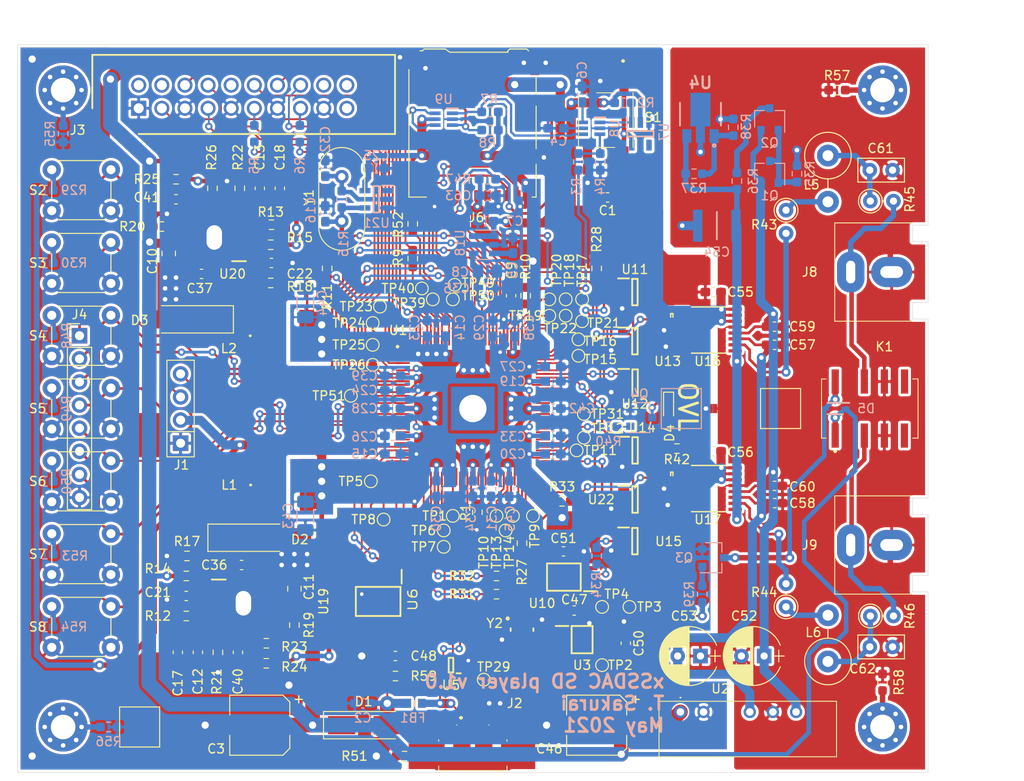
<source format=kicad_pcb>
(kicad_pcb (version 20221018) (generator pcbnew)
  (layers (0 "F.Cu" signal) (31 "B.Cu" signal) (34 "B.Paste" user) (35 "F.Paste" user) (36 "B.SilkS" user "B.Silkscreen") (37 "F.SilkS" user "F.Silkscreen") (38 "B.Mask" user) (39 "F.Mask" user) (44 "Edge.Cuts" user))
  (net 0 "")
  (net 1 "GND")
  (net 2 "+3V3")
  (net 3 "+1V0")
  (net 4 "+5V")
  (net 5 "Net-(C1-Pad1)")
  (net 6 "Net-(C2-Pad1)")
  (net 7 "Net-(C4-Pad1)")
  (net 8 "Net-(C5-Pad1)")
  (net 9 "+2V5")
  (net 10 "Net-(C9-Pad1)")
  (net 11 "Net-(C16-Pad1)")
  (net 12 "GNDA")
  (net 13 "VDD")
  (net 14 "VEE")
  (net 15 "/SerialDAC/VREF")
  (net 16 "Net-(FB1-Pad2)")
  (net 17 "X0D5")
  (net 18 "X0D1")
  (net 19 "X0D6")
  (net 20 "X0D4")
  (net 21 "X0D10")
  (net 22 "X0D7")
  (net 23 "POR_2.5C")
  (net 24 "X0D40")
  (net 25 "X0D41")
  (net 26 "X0D42")
  (net 27 "X0D43")
  (net 28 "X0D12")
  (net 29 "X0D22")
  (net 30 "X0D23")
  (net 31 "X0D24")
  (net 32 "X0D25")
  (net 33 "X0D34")
  (net 34 "/SerialDAC/CLK_DACL")
  (net 35 "/SerialDAC/CLK_DACR")
  (net 36 "/SerialDAC/OUT_L")
  (net 37 "/SerialDAC/OUT_R")
  (net 38 "Net-(Q1-Pad1)")
  (net 39 "Net-(Q3-Pad1)")
  (net 40 "Net-(C12-Pad1)")
  (net 41 "Net-(C13-Pad1)")
  (net 42 "Net-(C17-Pad1)")
  (net 43 "Net-(C18-Pad1)")
  (net 44 "Net-(C21-Pad1)")
  (net 45 "Net-(C22-Pad1)")
  (net 46 "Net-(C32-Pad2)")
  (net 47 "Net-(C36-Pad2)")
  (net 48 "Net-(C36-Pad1)")
  (net 49 "Net-(C37-Pad2)")
  (net 50 "Net-(C37-Pad1)")
  (net 51 "Net-(C40-Pad2)")
  (net 52 "Net-(C40-Pad1)")
  (net 53 "Net-(C41-Pad1)")
  (net 54 "Net-(C41-Pad2)")
  (net 55 "Net-(C61-Pad1)")
  (net 56 "Net-(D4-Pad2)")
  (net 57 "X0D2")
  (net 58 "X0D3")
  (net 59 "X0D18")
  (net 60 "X0D19")
  (net 61 "Net-(C62-Pad1)")
  (net 62 "Net-(D4-Pad1)")
  (net 63 "Net-(D5-Pad2)")
  (net 64 "Net-(L5-Pad2)")
  (net 65 "Net-(L6-Pad2)")
  (net 66 "Net-(Q2-Pad3)")
  (net 67 "Net-(Q4-Pad1)")
  (net 68 "X1D0")
  (net 69 "X1D1")
  (net 70 "X1D36")
  (net 71 "X1D37")
  (net 72 "X1D38")
  (net 73 "X1D39")
  (net 74 "X0D35")
  (net 75 "X1D26")
  (net 76 "X1D27")
  (net 77 "X1D32")
  (net 78 "X1D33")
  (net 79 "X1D29")
  (net 80 "X1D28")
  (net 81 "X1D43")
  (net 82 "Net-(J3-Pad8)")
  (net 83 "Net-(R1-Pad1)")
  (net 84 "Net-(R2-Pad2)")
  (net 85 "Net-(R3-Pad2)")
  (net 86 "Net-(R9-Pad1)")
  (net 87 "Net-(R9-Pad2)")
  (net 88 "Net-(R11-Pad2)")
  (net 89 "Net-(TP1-Pad1)")
  (net 90 "Net-(J2-Pad2)")
  (net 91 "Net-(J2-Pad3)")
  (net 92 "Net-(J3-Pad16)")
  (net 93 "Net-(J3-Pad15)")
  (net 94 "Net-(J3-Pad14)")
  (net 95 "Net-(J3-Pad12)")
  (net 96 "Net-(J3-Pad11)")
  (net 97 "Net-(J3-Pad6)")
  (net 98 "Net-(R37-Pad2)")
  (net 99 "X1D40")
  (net 100 "Net-(U3-Pad2)")
  (net 101 "Net-(U3-Pad3)")
  (net 102 "/xCORE/FG")
  (net 103 "Net-(TP3-Pad1)")
  (net 104 "Net-(R19-Pad2)")
  (net 105 "Net-(R20-Pad2)")
  (net 106 "Net-(R27-Pad1)")
  (net 107 "Net-(R33-Pad2)")
  (net 108 "Net-(R34-Pad2)")
  (net 109 "Net-(R43-Pad2)")
  (net 110 "Net-(R44-Pad2)")
  (net 111 "Net-(TP4-Pad1)")
  (net 112 "Net-(U12-Pad4)")
  (net 113 "Net-(U15-Pad4)")
  (net 114 "Net-(TP2-Pad1)")
  (net 115 "Net-(J2-Pad4)")
  (net 116 "Net-(J3-Pad2)")
  (net 117 "Net-(J3-Pad4)")
  (net 118 "Net-(J3-Pad10)")
  (net 119 "Net-(J3-Pad18)")
  (net 120 "Net-(J3-Pad19)")
  (net 121 "Net-(J3-Pad20)")
  (net 122 "Net-(K1-Pad4)")
  (net 123 "Net-(K1-Pad5)")
  (net 124 "X0D36")
  (net 125 "X0D37")
  (net 126 "X0D38")
  (net 127 "X0D39")
  (net 128 "X1D35")
  (net 129 "X1D16")
  (net 130 "X1D17")
  (net 131 "X1D18")
  (net 132 "X1D19")
  (net 133 "X0D0")
  (net 134 "X0D11")
  (net 135 "X0D8")
  (net 136 "X0D9")
  (net 137 "Net-(U1-Pad50)")
  (net 138 "X1D14")
  (net 139 "X1D15")
  (net 140 "X1D20")
  (net 141 "X1D21")
  (net 142 "X0D14")
  (net 143 "X0D15")
  (net 144 "X0D20")
  (net 145 "X0D21")
  (net 146 "X0D13")
  (net 147 "Net-(U1-Pad65)")
  (net 148 "X0D16")
  (net 149 "X0D17")
  (net 150 "X1D2")
  (net 151 "X1D3")
  (net 152 "X1D4")
  (net 153 "X1D5")
  (net 154 "X1D6")
  (net 155 "X1D7")
  (net 156 "X1D8")
  (net 157 "X1D9")
  (net 158 "X0D26")
  (net 159 "X0D27")
  (net 160 "X0D32")
  (net 161 "X0D28")
  (net 162 "X0D33")
  (net 163 "X0D29")
  (net 164 "X0D30")
  (net 165 "X0D31")
  (net 166 "X1D41")
  (net 167 "X1D42")
  (net 168 "X1D30")
  (net 169 "X1D31")
  (net 170 "X1D10")
  (net 171 "X1D11")
  (net 172 "Net-(U5-Pad2)")
  (net 173 "Net-(U7-Pad4)")
  (net 174 "Net-(U10-Pad7)")
  (net 175 "Net-(U21-Pad1)")
  (net 176 "/SerialDAC/SDIN-L")
  (net 177 "/SerialDAC/SCLK-L")
  (net 178 "/SerialDAC/SDIN-R")
  (net 179 "/SerialDAC/SCLK-R")
  (net 180 "Net-(R29-Pad2)")
  (net 181 "Net-(R30-Pad2)")
  (net 182 "Net-(R48-Pad2)")
  (net 183 "Net-(R49-Pad2)")
  (net 184 "Net-(R50-Pad2)")
  (net 185 "Net-(R53-Pad2)")
  (net 186 "Net-(R54-Pad2)")
  (net 187 "Net-(H1-Pad1)")
  (net 188 "Net-(H2-Pad1)")
  (net 189 "Net-(H3-Pad1)")
  (net 190 "Net-(H4-Pad1)")
  (net 191 "Net-(C48-Pad2)")
  (footprint "pretty:D_SJP_Handsoldering" (layer "F.Cu") (at 132.3 133.2)
    (fp_text reference "D1")
    (fp_text value "SJPA-D3")
  )
  (footprint "pretty:SOT95P280X145-5N" (layer "F.Cu") (at 162.02 95.55)
    (fp_text reference "U12")
    (fp_text value "SN74LVC1G80DBVR" hide)
  )
  (footprint "pretty:SOP65P640X120-16N" (layer "F.Cu") (at 170.093 89.774 180)
    (fp_text reference "U16")
    (fp_text value "DAC8581IPW" hide)
  )
  (footprint "pretty:SOT95P280X145-5N" (layer "F.Cu") (at 162.02 108.402)
    (fp_text reference "U22")
    (fp_text value "SN74LVC1G02DBVR" hide)
  )
  (footprint "pretty:SOP65P640X120-16N" (layer "F.Cu") (at 170.093 107.198 180)
    (fp_text reference "U17")
    (fp_text value "DAC8581IPW" hide)
  )
  (footprint "pretty:QFP40P1600X1600X120-129N-D-TH" (layer "F.Cu") (at 144.2 98.4)
    (fp_text reference "U1")
    (fp_text value "XU216-512-TQ128-C20" hide)
  )
  (footprint "pretty:UD25NUN" (layer "F.Cu") (at 187.8 98.4)
    (fp_text reference "K1")
    (fp_text value "UD2-5NUN" hide)
  )
  (footprint "LEDs:LED_0603_HandSoldering" (layer "F.Cu") (at 165.7 98.4 -90)
    (fp_text reference "D4")
    (fp_text value "LED")
  )
  (footprint "Capacitors_THT:C_Disc_D5.0mm_W2.5mm_P2.50mm" (layer "F.Cu") (at 187.8 72.2)
    (fp_text reference "C61")
    (fp_text value "0.1uF")
  )
  (footprint "pretty:SOT95P280X145-5N" (layer "F.Cu") (at 162 112.974)
    (fp_text reference "U15")
    (fp_text value "SN74LVC1G80DBVR" hide)
  )
  (footprint "pretty:SOT95P280X145-5N" (layer "F.Cu") (at 162.02 103)
    (fp_text reference "U14")
    (fp_text value "SN74LVC1G79DBVR" hide)
  )
  (footprint "MountingHole:MountingHole_2.7mm_Pad_Via" (layer "F.Cu") (at 99.2 63.4)
    (fp_text reference "H1" hide)
    (fp_text value "MountingHole_Pad")
  )
  (footprint "MountingHole:MountingHole_2.7mm_Pad_Via" (layer "F.Cu") (at 99.2 133.4)
    (fp_text reference "H2" hide)
    (fp_text value "MountingHole_Pad")
  )
  (footprint "MountingHole:MountingHole_2.7mm_Pad_Via" (layer "F.Cu") (at 189.2 63.4)
    (fp_text reference "H3" hide)
    (fp_text value "MountingHole_Pad")
  )
  (footprint "Resistor_SMD:R_0603_1608Metric_Pad0.98x0.95mm_HandSolder" (layer "F.Cu") (at 144.7 109.8 -90)
    (fp_text reference "R1")
    (fp_text value "43")
  )
  (footprint "Resistor_SMD:R_0603_1608Metric_Pad0.98x0.95mm_HandSolder" (layer "F.Cu") (at 137.6 81.9125 -90)
    (fp_text reference "R9")
    (fp_text value "0")
  )
  (footprint "Resistor_SMD:R_0603_1608Metric_Pad0.98x0.95mm_HandSolder" (layer "F.Cu") (at 149.6 113.2 90)
    (fp_text reference "R27")
    (fp_text value "33")
  )
  (footprint "Resistor_SMD:R_0603_1608Metric_Pad0.98x0.95mm_HandSolder" (layer "F.Cu") (at 146.8 118.8 180)
    (fp_text reference "R31")
    (fp_text value "4K7")
  )
  (footprint "Resistor_SMD:R_0603_1608Metric_Pad0.98x0.95mm_HandSolder" (layer "F.Cu") (at 146.8 116.8 180)
    (fp_text reference "R32")
    (fp_text value "4K7")
  )
  (footprint "Resistor_SMD:R_0603_1608Metric_Pad0.98x0.95mm_HandSolder" (layer "F.Cu") (at 154 108.6 180)
    (fp_text reference "R33")
    (fp_text value "33")
  )
  (footprint "Resistor_SMD:R_0603_1608Metric_Pad0.98x0.95mm_HandSolder" (layer "F.Cu") (at 166.6125 102.8 180)
    (fp_text reference "R42")
    (fp_text value "1K")
  )
  (footprint "Capacitor_SMD:C_0603_1608Metric_Pad1.08x0.95mm_HandSolder" (layer "F.Cu") (at 170.6 85.6 180)
    (fp_text reference "C55")
    (fp_text value "100n")
  )
  (footprint "Capacitor_SMD:C_0603_1608Metric_Pad1.08x0.95mm_HandSolder" (layer "F.Cu") (at 170.6 103.1 180)
    (fp_text reference "C56")
    (fp_text value "100n")
  )
  (footprint "Capacitor_SMD:C_0603_1608Metric_Pad1.08x0.95mm_HandSolder" (layer "F.Cu") (at 177.3375 91.4)
    (fp_text reference "C57")
    (fp_text value "100n")
  )
  (footprint "Capacitor_SMD:C_0603_1608Metric_Pad1.08x0.95mm_HandSolder" (layer "F.Cu") (at 177.3625 108.8)
    (fp_text reference "C58")
    (fp_text value "100n")
  )
  (footprint "Capacitor_SMD:C_0603_1608Metric_Pad1.08x0.95mm_HandSolder" (layer "F.Cu") (at 177.3375 106.9)
    (fp_text reference "C60")
    (fp_text value "100n")
  )
  (footprint "Capacitor_SMD:C_0603_1608Metric_Pad1.08x0.95mm_HandSolder" (layer "F.Cu") (at 148.4 86 90)
    (fp_text reference "C9")
    (fp_text value "100n")
  )
  (footprint "Resistor_SMD:R_0603_1608Metric_Pad0.98x0.95mm_HandSolder" (layer "F.Cu") (at 150 86 90)
    (fp_text reference "R10")
    (fp_text value "4R7")
  )
  (footprint "pretty:D_SJP_Handsoldering" (layer "F.Cu") (at 119.6 112.6)
    (fp_text reference "D2")
    (fp_text value "SJPA-D3")
  )
  (footprint "Resistor_SMD:R_0603_1608Metric_Pad0.98x0.95mm_HandSolder" (layer "F.Cu") (at 121.5125 124.2 180)
    (fp_text reference "R23")
    (fp_text value "10.2k")
  )
  (footprint "Resistor_SMD:R_0603_1608Metric_Pad0.98x0.95mm_HandSolder" (layer "F.Cu") (at 121.5125 126.4 180)
    (fp_text reference "R24")
    (fp_text value "20k")
  )
  (footprint "Resistor_SMD:R_0603_1608Metric_Pad0.98x0.95mm_HandSolder" (layer "F.Cu") (at 116.2 125.2 -90)
    (fp_text reference "R21")
    (fp_text value "6.3k")
  )
  (footprint "Capacitor_SMD:C_0603_1608Metric_Pad1.08x0.95mm_HandSolder" (layer "F.Cu") (at 114 125.2 -90)
    (fp_text reference "C12")
    (fp_text value "2p")
  )
  (footprint "Capacitor_SMD:C_0603_1608Metric_Pad1.08x0.95mm_HandSolder" (layer "F.Cu") (at 111.8 125.2 -90)
    (fp_text reference "C17")
    (fp_text value "560p")
  )
  (footprint "pretty:SOIC127P600X175-8N" (layer "F.Cu") (at 133.8 119.6 -90)
    (fp_text reference "U6")
    (fp_text value "IS25LP080D-JBLE" hide)
  )
  (footprint "MountingHole:MountingHole_2.7mm_Pad_Via" (layer "F.Cu") (at 189.2 133.4)
    (fp_text reference "H4" hide)
    (fp_text value "MountingHole_Pad")
  )
  (footprint "Resistors_THT:R_Axial_DIN0207_L6.3mm_D2.5mm_P2.54mm_Vertical" (layer "F.Cu") (at 178.6 76.6 -90)
    (fp_text reference "R43")
    (fp_text value "820")
  )
  (footprint "pretty:MAU109" (layer "F.Cu") (at 174.4 133.4)
    (fp_text reference "U2")
    (fp_text value "MAU106" hide)
  )
  (footprint "SamacSys_Parts:SHDR20W64P254_2X10_3305X860X930P" (layer "F.Cu") (at 107.5 65.4)
    (fp_text reference "J3")
    (fp_text value "625-7296" hide)
  )
  (footprint "Inductors_THT:L_Axial_L12.0mm_D5.0mm_P5.08mm_Vertical_Fastron_MISC" (layer "F.Cu") (at 183.2 126.2 90)
    (fp_text reference "L6")
    (fp_text value "AL0510 4.7mH")
  )
  (footprint "pretty:OLED_128X64" (layer "F.Cu") (at 124.8 98.4 90)
    (fp_text reference "J1")
    (fp_text value "Conn_01x04")
  )
  (footprint "Capacitor_SMD:C_0805_2012Metric_Pad1.18x1.45mm_HandSolder" (layer "F.Cu") (at 124.6 118.2 90)
    (fp_text reference "C11")
    (fp_text value "4.7u (0805)")
  )
  (footprint "pretty:SOIC127P600X170-9N" (layer "F.Cu") (at 119 119.8)
    (fp_text reference "U19")
    (fp_text value "MP1584EN-LF-Z" hide)
  )
  (footprint "Capacitor_SMD:C_0603_1608Metric_Pad1.08x0.95mm_HandSolder" (layer "F.Cu") (at 112.724 119 180)
    (fp_text reference "C21")
    (fp_text value "100n")
  )
  (footprint "Capacitor_SMD:C_0603_1608Metric_Pad1.08x0.95mm_HandSolder" (layer "F.Cu") (at 118.8 115.6 180)
    (fp_text reference "C36")
    (fp_text value "100n")
  )
  (footprint "Resistor_SMD:R_0603_1608Metric_Pad0.98x0.95mm_HandSolder" (layer "F.Cu") (at 124.6 122.2 90)
    (fp_text reference "R19")
    (fp_text value "190K")
  )
  (footprint "Resistor_SMD:R_0603_1608Metric_Pad0.98x0.95mm_HandSolder" (layer "F.Cu") (at 112.8 114.6 180)
    (fp_text reference "R17")
    (fp_text value "71.5k")
  )
  (footprint "Resistor_SMD:R_0603_1608Metric_Pad0.98x0.95mm_HandSolder" (layer "F.Cu") (at 112.724 121.2)
    (fp_text reference "R12")
    (fp_text value "62K")
  )
  (footprint "Resistor_SMD:R_0603_1608Metric_Pad0.98x0.95mm_HandSolder" (layer "F.Cu") (at 112.724 116.8)
    (fp_text reference "R14")
    (fp_text value "100K")
  )
  (footprint "Capacitor_SMD:C_0603_1608Metric_Pad1.08x0.95mm_HandSolder" (layer "F.Cu") (at 118.4 125.2 90)
    (fp_text reference "C40")
    (fp_text value "560p")
  )
  (footprint "Capacitors_SMD:CP_Elec_6.3x7.7" (layer "F.Cu") (at 120.8 133.2 180)
    (fp_text reference "C3")
    (fp_text value "UWT1A221MCL1GS")
  )
  (footprint "Crystals:Crystal_HC49-U_Vertical" (layer "F.Cu") (at 129.8 77.8 90)
    (fp_text reference "Y1")
    (fp_text value "HC49S-24MHZ")
  )
  (footprint "Capacitor_SMD:C_0603_1608Metric_Pad1.08x0.95mm_HandSolder" (layer "F.Cu") (at 159 75.2 180)
    (fp_text reference "C1")
    (fp_text value "1n")
  )
  (footprint "Capacitor_SMD:C_0603_1608Metric_Pad1.08x0.95mm_HandSolder" (layer "F.Cu") (at 154.1625 114.1)
    (fp_text reference "C51")
    (fp_text value "100n")
  )
  (footprint "pretty:SOP65P640X120-8N" (layer "F.Cu") (at 154.2 116.925 180)
    (fp_text reference "U10")
    (fp_text value "CDCLVC1103PWR" hide)
  )
  (footprint "Capacitors_THT:CP_Radial_D6.3mm_P2.50mm" (layer "F.Cu") (at 169.2 125.6 180)
    (fp_text reference "C53")
    (fp_text value "16SEPC100M")
  )
  (footprint "Capacitors_THT:CP_Radial_D6.3mm_P2.50mm" (layer "F.Cu") (at 176.2 125.6 180)
    (fp_text reference "C52")
    (fp_text value "16SEPC100M")
  )
  (footprint "Inductors_THT:L_Axial_L12.0mm_D5.0mm_P5.08mm_Vertical_Fastron_MISC" (layer "F.Cu") (at 183.2 70.6 -90)
    (fp_text reference "L5")
    (fp_text value "AL0510 4.7mH")
  )
  (footprint "Resistors_THT:R_Axial_DIN0207_L6.3mm_D2.5mm_P2.54mm_Vertical" (layer "F.Cu") (at 187.86 75.6)
    (fp_text reference "R45")
    (fp_text value "200")
  )
  (footprint "Capacitors_THT:C_Disc_D5.0mm_W2.5mm_P2.50mm" (layer "F.Cu") (at 187.8 124.6)
    (fp_text reference "C62")
    (fp_text value "0.1uF")
  )
  (footprint "Resistors_THT:R_Axial_DIN0207_L6.3mm_D2.5mm_P2.54mm_Vertical" (layer "F.Cu") (at 187.86 121.2)
    (fp_text reference "R46")
    (fp_text value "200")
  )
  (footprint "Capacitor_SMD:C_0603_1608Metric_Pad1.08x0.95mm_HandSolder" (layer "F.Cu") (at 177.3375 89.4)
    (fp_text reference "C59")
    (fp_text value "100n")
  )
  (footprint "Resistors_THT:R_Axial_DIN0207_L6.3mm_D2.5mm_P2.54mm_Vertical" (layer "F.Cu") (at 178.6 120.2 90)
    (fp_text reference "R44")
    (fp_text value "820")
  )
  (footprint "SamacSys_Parts:NR6020T2R2N" (layer "F.Cu") (at 123.65 106.8)
    (fp_text reference "L1")
    (fp_text value "NR6028T100M" hide)
  )
  (footprint "Capacitor_SMD:C_0603_1608Metric_Pad1.08x0.95mm_HandSolder" (layer "F.Cu") (at 161 124.2 -90)
    (fp_text reference "C50")
    (fp_text value "100n")
  )
  (footprint "Capacitors_SMD:CP_Elec_6.3x7.7" (layer "F.Cu") (at 157.8 133.2 180)
    (fp_text reference "C46")
    (fp_text value "UWT1A221MCL1GS")
  )
  (footprint "pretty:EPSON-FA-238" (layer "F.Cu") (at 149.6 122.7 -90)
    (fp_text reference "Y2")
    (fp_text value "FA-238_25.0000MB-K3" hide)
  )
  (footprint "pretty:SOP50P490X110-10N" (layer "F.Cu") (at 156.2 123.8)
    (fp_text reference "U3")
    (fp_text value "Si5351A-B-GT" hide)
  )
  (footprint "Capacitor_SMD:C_0603_1608Metric_Pad1.08x0.95mm_HandSolder" (layer "F.Cu") (at 155.3375 120.6 180)
    (fp_text reference "C47")
    (fp_text value "100n")
  )
  (footprint "pretty:SOT95P280X145-5N" (layer "F.Cu") (at 162 91)
    (fp_text reference "U13")
    (fp_text value "SN74LVC1G02DBVR" hide)
  )
  (footprint "pretty:SOT95P280X145-5N" (layer "F.Cu") (at 162 85.6)
    (fp_text reference "U11")
    (fp_text value "SN74LVC1G79DBVR" hide)
  )
  (footprint "Resistor_SMD:R_0603_1608Metric_Pad0.98x0.95mm_HandSolder" (layer "F.Cu") (at 137.6 78.1125 -90)
    (fp_text reference "R52")
    (fp_text value "10K")
  )
  (footprint "Resistor_SMD:R_0603_1608Metric_Pad0.98x0.95mm_HandSolder" (layer "F.Cu") (at 157.8 83 -90)
    (fp_text reference "R28")
    (fp_text value "10K")
  )
  (footprint "Resistor_SMD:R_0603_1608Metric_Pad0.98x0.95mm_HandSolder" (layer "F.Cu") (at 184.2 63.4 180)
    (fp_text reference "R57")
    (fp_text value "0")
  )
  (footprint "pretty:BIND_PTH_NPTH" (layer "F.Cu") (at 170.3 98.4)
    (fp_text reference "R41" hide)
    (fp_text value "0")
  )
  (footprint "Resistor_SMD:R_0603_1608Metric_Pad0.98x0.95mm_HandSolder" (layer "F.Cu") (at 136.7 136.6 180)
    (fp_text reference "R51")
    (fp_text value "0")
  )
  (footprint "pretty:TestPoint_Pad_D1.0mm_noCrtYd" (layer "F.Cu") (at 142 110.2)
    (fp_text reference "TP1")
    (fp_text value "USB_ID")
  )
  (footprint "pretty:TestPoint_Pad_D1.0mm_noCrtYd" (layer "F.Cu") (at 158.4 126.6 180)
    (fp_text reference "TP2")
    (fp_text value "CLK2")
  )
  (footprint "pretty:TestPoint_Pad_D1.0mm_noCrtYd" (layer "F.Cu") (at 161.4 120.2 90)
    (fp_text reference "TP3")
    (fp_text value "CLK1")
  )
  (footprint "pretty:TestPoint_Pad_D1.0mm_noCrtYd" (layer "F.Cu") (at 158.4 120.2)
    (fp_text reference "TP4")
    (fp_text value "CLK0")
  )
  (footprint "pretty:TestPoint_Pad_D1.0mm_noCrtYd" (layer "F.Cu") (at 133 106.4)
    (fp_text reference "TP5")
    (fp_text value "TestPoint")
  )
  (footprint "pretty:TestPoint_Pad_D1.0mm_noCrtYd" (layer "F.Cu") (at 141 113.6)
    (fp_text reference "TP7")
    (fp_text value "TestPoint")
  )
  (footprint "pretty:TestPoint_Pad_D1.0mm_noCrtYd" (layer "F.Cu") (at 134.4 110.6)
    (fp_text reference "TP8")
    (fp_text value "TestPoint")
  )
  (footprint "pretty:TestPoint_Pad_D1.0mm_noCrtYd" (layer "F.Cu") (at 150.8 110.2)
    (fp_text reference "TP9")
    (fp_text value "TestPoint")
  )
  (footprint "pretty:TestPoint_Pad_D1.0mm_noCrtYd" (layer "F.Cu") (at 146.8 110.2)
    (fp_text reference "TP10")
    (fp_text value "TestPoint")
  )
  (footprint "pretty:TestPoint_Pad_D1.0mm_noCrtYd" (layer "F.Cu") (at 155.6 103)
    (fp_text reference "TP11")
    (fp_text value "TestPoint")
  )
  (footprint "pretty:TestPoint_Pad_D1.0mm_noCrtYd" (layer "F.Cu") (at 148.6 110.2)
    (fp_text reference "TP14")
    (fp_text value "TestPoint")
  )
  (footprint "pretty:TestPoint_Pad_D1.0mm_noCrtYd" (layer "F.Cu") (at 155.8 92.6)
    (fp_text reference "TP15")
    (fp_text value "TestPoint")
  )
  (footprint "pretty:TestPoint_Pad_D1.0mm_noCrtYd" (layer "F.Cu") (at 155.8 90.8)
    (fp_text reference "TP16")
    (fp_text value "TestPoint")
  )
  (footprint "pretty:TestPoint_Pad_D1.0mm_noCrtYd" (layer "F.Cu") (at 156.2 86.4)
    (fp_text reference "TP17")
    (fp_text value "TestPoint")
  )
  (footprint "pretty:TestPoint_Pad_D1.0mm_noCrtYd" (layer "F.Cu") (at 154.4 86.4)
    (fp_text reference "TP18")
    (fp_text value "TestPoint")
  )
  (footprint "pretty:TestPoint_Pad_D1.0mm_noCrtYd" (layer "F.Cu") (at 152.6 88.2)
    (fp_text reference "TP19")
    (fp_text value "TestPoint")
  )
  (footprint "pretty:TestPoint_Pad_D1.0mm_noCrtYd" (layer "F.Cu") (at 152.6 86.4)
    (fp_text reference "TP20")
    (fp_text value "TestPoint")
  )
  (footprint "pretty:TestPoint_Pad_D1.0mm_noCrtYd" (layer "F.Cu") (at 156.2 88.8)
    (fp_text reference "TP21")
    (fp_text value "TestPoint")
  )
  (footprint "pretty:TestPoint_Pad_D1.0mm_noCrtYd" (layer "F.Cu") (at 154.4 88.2)
    (fp_text reference "TP22")
    (fp_text value "TestPoint")
  )
  (footprint "pretty:TestPoint_Pad_D1.0mm_noCrtYd" (layer "F.Cu") (at 134 87.2)
    (fp_text reference "TP23")
    (fp_text value "TestPoint")
  )
  (footprint "pretty:TestPoint_Pad_D1.0mm_noCrtYd" (layer "F.Cu") (at 133.2 89)
    (fp_text reference "TP24")
    (fp_text value "TestPoint")
  )
  (footprint "pretty:TestPoint_Pad_D1.0mm_noCrtYd" (layer "F.Cu") (at 133.2 91.4)
    (fp_text reference "TP25")
    (fp_text value "TestPoint")
  )
  (footprint "pretty:TestPoint_Pad_D1.0mm_noCrtYd" (layer "F.Cu") (at 133.2 93.6)
    (fp_text reference "TP26")
    (fp_text value "TestPoint")
  )
  (footprint "pretty:TestPoint_Pad_D1.0mm_noCrtYd" (layer "F.Cu") (at 139.8 86.4)
    (fp_text reference "TP39")
    (fp_text value "TestPoint")
  )
  (footprint "pretty:TestPoint_Pad_D1.0mm_noCrtYd" (layer "F.Cu") (at 138.6 85.2)
    (fp_text reference "TP40")
    (fp_text value "TestPoint")
  )
  (footprint "pretty:TestPoint_Pad_D1.0mm_noCrtYd" (layer "F.Cu") (at 142.2 84.8)
    (fp_text reference "TP49")
    (fp_text value "TestPoint")
  )
  (footprint "pretty:TestPoint_Pad_D1.0mm_noCrtYd" (layer "F.Cu") (at 142 86.4)
    (fp_text reference "TP50")
    (fp_text value "TestPoint")
  )
  (footprint "pretty:TestPoint_Pad_D1.0mm_noCrtYd" (layer "F.Cu") (at 130.8 97)
    (fp_text reference "TP51")
    (fp_text value "TestPoint")
  )
  (footprint "Connector_PinHeader_2.54mm:PinHeader_1x08_P2.54mm_Vertical" (layer "F.Cu") (at 101 90.4)
    (fp_text reference "J4")
    (fp_text value "Conn_01x08")
  )
  (footprint "pretty:TS-0606" (layer "F.Cu") (at 101.2 74.4 180)
    (fp_text reference "S2")
    (fp_text value "TS-0606")
  )
  (footprint "pretty:TS-0606" (layer "F.Cu") (at 101.2 82.4 180)
    (fp_text reference "S3")
    (fp_text value "TS-0606")
  )
  (footprint "pretty:TS-0606" (layer "F.Cu") (at 101.2 90.4 180)
    (fp_text reference "S4")
    (fp_text value "TS-0606")
  )
  (footprint "pretty:TS-0606" (layer "F.Cu") (at 101.2 98.4 180)
    (fp_text reference "S5")
    (fp_text value "TS-0606")
  )
  (footprint "pretty:TS-0606" (layer "F.Cu") (at 101.2 106.4 180)
    (fp_text reference "S6")
    (fp_text value "TS-0606")
  )
  (footprint "pretty:TS-0606" (layer "F.Cu") (at 101.2 114.4 180)
    (fp_text reference "S7")
    (fp_text value "TS-0606")
  )
  (footprint "pretty:TS-0606" (layer "F.Cu") (at 101.2 122.4 180)
    (fp_text reference "S8")
    (fp_text value "TS-0606")
  )
  (footprint "pretty:TestPoint_Pad_D1.0mm_noCrtYd" (layer "F.Cu") (at 156.4 99)
    (fp_text reference "TP31")
    (fp_text value "TestPoint")
  )
  (footprint "Capacitor_SMD:C_0603_1608Metric_Pad1.08x0.95mm_HandSolder" (layer "F.Cu") (at 123 74.2 90)
    (fp_text reference "C18")
    (fp_text value "1n")
  )
  (footprint "Capacitor_SMD:C_0603_1608Metric_Pad1.08x0.95mm_HandSolder" (layer "F.Cu") (at 122.076 82.4)
    (fp_text reference "C22")
    (fp_text value "100n")
  )
  (footprint "pretty:D_SJP_Handsoldering" (layer "F.Cu") (at 113.4 88.6 180)
    (fp_text reference "D3")
    (fp_text value "SJPA-D3")
  )
  (footprint "Capacitor_SMD:C_0603_1608Metric_Pad1.08x0.95mm_HandSolder" (layer "F.Cu") (at 111.6 75.4 180)
    (fp_text reference "C41")
    (fp_text value "2.7n")
  )
  (footprint "Resistor_SMD:R_0603_1608Metric_Pad0.98x0.95mm_HandSolder" (layer "F.Cu") (at 115.6 74.2 -90)
    (fp_text reference "R26")
    (fp_text value "20K")
  )
  (footprint "Capacitor_SMD:C_0603_1608Metric_Pad1.08x0.95mm_HandSolder" (layer "F.Cu") (at 120.8 74.2 90)
    (fp_text reference "C13")
    (fp_text value "8p")
  )
  (footprint "pretty:SOIC127P600X170-9N" (layer "F.Cu") (at 115.8 79.6 180)
    (fp_text reference "U20")
    (fp_text value "MP1584EN-LF-Z" hide)
  )
  (footprint "Capacitor_SMD:C_0603_1608Metric_Pad1.08x0.95mm_HandSolder" (layer "F.Cu") (at 114.4 83.6)
    (fp_text reference "C37")
    (fp_text value "100n")
  )
  (footprint "Capacitor_SMD:C_0805_2012Metric_Pad1.18x1.45mm_HandSolder" (layer "F.Cu") (at 110.8 81.3625 -90)
    (fp_text reference "C10")
    (fp_text value "4.7u (0805)")
  )
  (footprint "Resistor_SMD:R_0603_1608Metric_Pad0.98x0.95mm_HandSolder" (layer "F.Cu") (at 110 78.4)
    (fp_text reference "R20")
    (fp_text value "190K")
  )
  (footprint "Resistor_SMD:R_0603_1608Metric_Pad0.98x0.95mm_HandSolder" (layer "F.Cu") (at 122 84.6)
    (fp_text reference "R18")
    (fp_text value "71.5k")
  )
  (footprint "Resistor_SMD:R_0603_1608Metric_Pad0.98x0.95mm_HandSolder" (layer "F.Cu") (at 122 80.4 180)
    (fp_text reference "R15")
    (fp_text value "100K")
  )
  (footprint "Resistor_SMD:R_0603_1608Metric_Pad0.98x0.95mm_HandSolder" (layer "F.Cu") (at 111.6 73.2 180)
    (fp_text reference "R25")
    (fp_text value "0")
  )
  (footprint "Resistor_SMD:R_0603_1608Metric_Pad0.98x0.95mm_HandSolder" (layer "F.Cu") (at 122.076 78.2 180)
    (fp_text reference "R13")
    (fp_text value "22k")
  )
  (footprint "Resistor_SMD:R_0603_1608Metric_Pad0.98x0.95mm_HandSolder" (layer "F.Cu") (at 118.6 74.2 90)
    (fp_text reference "R22")
    (fp_text value "80.6k")
  )
  (footprint "Resistor_SMD:R_0603_1608Metric_Pad0.98x0.95mm_HandSolder" (layer "F.Cu") (at 128.2 83 -90)
    (fp_text reference "R11")
    (fp_text value "33")
  )
  (footprint "SamacSys_Parts:NR6020T2R2N" (layer "F.Cu") (at 123.6 90.4)
    (fp_text reference "L2")
    (fp_text value "NR6028T4R7N" hide)
  )
  (footprint "Resistor_SMD:R_0603_1608Metric_Pad0.98x0.95mm_HandSolder" (layer "F.Cu") (at 189.2 128.4875 90)
    (fp_text reference "R58")
    (fp_text value "0")
  )
  (footprint "pretty:TestPoint_Pad_D1.0mm_noCrtYd" (layer "F.Cu") (at 141 111.8)
    (fp_text reference "TP6")
    (fp_text value "TestPoint")
  )
  (footprint "pretty:TestPoint_Pad_D1.0mm_noCrtYd" (layer "F.Cu") (at 147.8 111.8)
    (fp_text reference "TP13")
    (fp_text value "TestPoint")
  )
  (footprint "pretty:TestPoint_Pad_D1.0mm_noCrtYd" (layer "F.Cu") (at 156.4 101.6)
    (fp_text reference "TP12")
    (fp_text value "TestPoint")
  )
  (footprint "Connectors_Card:Hirose_DM3AT-SF-PEJM5" (layer "F.Cu") (at 141.4 74.4 180)
    (fp_text reference "J6")
    (fp_text value "Micro_SD_Card_Det_Hirose_DM3AT")
  )
  (footprint "SamacSys_Parts:ZX62B5PA" (layer "F.Cu") (at 144.2 136.2)
    (fp_text reference "J2")
    (fp_text value "ZX62-B-5PA_11" hide)
  )
  (footprint "SOTFL50P160X60-5N" (layer "F.Cu") (at 141.8 126.6 180)
    (fp_text reference "U5")
    (fp_text value "TPD3E001DRLR" hide)
  )
  (footprint "Capacitor_SMD:C_0603_1608Metric_Pad1.08x0.95mm_HandSolder" (layer "F.Cu") (at 135.7 125.6)
    (fp_text reference "C48")
    (fp_text value "OPEN")
  )
  (footprint "Resistor_SMD:R_0603_1608Metric_Pad0.98x0.95mm_HandSolder" (layer "F.Cu") (at 135.7 127.8 180)
    (fp_text reference "R59")
    (fp_text value "OPEN")
  )
  (footprint "TestPoint:TestPoint_Pad_4.0x4.0mm" (layer "F.Cu") (at 178 98.4)
    (fp_text reference "TP30" hide)
    (fp_text value "TestPoint")
  )
  (footprint "pretty:RJ2410N" (layer "F.Cu") (at 190.2 83.4 180)
    (fp_text reference "J8")
    (fp_text value "RJ-2410N" hide)
  )
  (footprint "pretty:RJ2410N" (layer "F.Cu") (at 190.2 113.4 180)
    (fp_text reference "J9")
    (fp_text value "RJ-2410N" hide)
  )
  (footprint "pretty:TestPoint_Pad_D1.0mm_noCrtYd" (layer "F.Cu") (at 145.4 128.2)
    (fp_text reference "TP29")
    (fp_text value "ID")
  )
  (footprint "TestPoint:TestPoint_Pad_4.0x4.0mm" (layer "F.Cu") (at 107.6 133.4)
    (fp_text reference "TP27" hide)
    (fp_text value "TestPoint")
  )
  (footprint "pretty:KSC401G50SHLFS" (layer "F.Cu") (at 158.8 66.7 -90)
    (fp_text reference "S1")
    (fp_text value "KSC421J70SHLFS" hide)
  )
  (footprint "TO_SOT_Packages_SMD:SC-59" (layer "B.Cu") (at 162.7 99.4)
    (fp_text reference "Q4")
    (fp_text value "2SC2712-GR,LF")
  )
  (footprint "pretty:SODFL2512X90N" (layer "B.Cu") (at 184 98.4 180)
    (fp_text reference "D5")
    (fp_text value "RB501V-40TE-17" hide)
  )
  (footprint "pretty:BEADC1608X95N" (layer "B.Cu") (at 137.8 130.8)
    (fp_text reference "FB1")
    (fp_text value "BLM18KG331SN1D" hide)
  )
  (footprint "Resistor_SMD:R_0603_1608Metric_Pad0.98x0.95mm_HandSolder" (layer "B.Cu") (at 155.8 71.2875 90)
    (fp_text reference "R3")
    (fp_text value "3K9")
  )
  (footprint "Resistor_SMD:R_0603_1608Metric_Pad0.98x0.95mm_HandSolder" (layer "B.Cu") (at 158.2 71.2875 -90)
    (fp_text reference "R4")
    (fp_text value "10K")
  )
  (footprint "Resistor_SMD:R_0603_1608Metric_Pad0.98x0.95mm_HandSolder" (layer "B.Cu") (at 146.0875 65.8 180)
    (fp_text reference "R7")
    (fp_text value "3K9")
  )
  (footprint "Resistor_SMD:R_0603_1608Metric_Pad0.98x0.95mm_HandSolder" (layer "B.Cu") (at 168.4875 72.6)
    (fp_text reference "R37")
    (fp_text value "1K8")
  )
  (footprint "Resistor_SMD:R_0603_1608Metric_Pad0.98x0.95mm_HandSolder" (layer "B.Cu") (at 172.8 67.4875 90)
    (fp_text reference "R38")
    (fp_text value "3K3")
  )
  (footprint "Resistor_SMD:R_0603_1608Metric_Pad0.98x0.95mm_HandSolder" (layer "B.Cu") (at 145.8 73.2)
    (fp_text reference "R47")
    (fp_text value "10K")
  )
  (footprint "Capacitor_SMD:C_0603_1608Metric_Pad1.08x0.95mm_HandSolder" (layer "B.Cu") (at 132.1 130.8 180)
    (fp_text reference "C2")
    (fp_text value "100n")
  )
  (footprint "Capacitor_SMD:C_0603_1608Metric_Pad1.08x0.95mm_HandSolder" (layer "B.Cu") (at 141.2 89.6 -90)
    (fp_text reference "C14")
    (fp_text value "100n")
  )
  (footprint "Capacitor_SMD:C_0603_1608Metric_Pad1.08x0.95mm_HandSolder" (layer "B.Cu") (at 135.4 103.4)
    (fp_text reference "C15")
    (fp_text value "100n")
  )
  (footprint "Capacitor_SMD:C_0603_1608Metric_Pad1.08x0.95mm_HandSolder" (layer "B.Cu") (at 153 95.4 180)
    (fp_text reference "C19")
    (fp_text value "100n")
  )
  (footprint "Capacitor_SMD:C_0603_1608Metric_Pad1.08x0.95mm_HandSolder" (layer "B.Cu") (at 153 103.4 180)
    (fp_text reference "C20")
    (fp_text value "100n")
  )
  (footprint "Capacitor_SMD:C_0603_1608Metric_Pad1.08x0.95mm_HandSolder" (layer "B.Cu") (at 139.2 89.6 -90)
    (fp_text reference "C23")
    (fp_text value "100n")
  )
  (footprint "Capacitor_SMD:C_0603_1608Metric_Pad1.08x0.95mm_HandSolder" (layer "B.Cu") (at 135.4 96.4)
    (fp_text reference "C24")
    (fp_text value "100n")
  )
  (footprint "Capacitor_SMD:C_0603_1608Metric_Pad1.08x0.95mm_HandSolder" (layer "B.Cu") (at 135.4 101.4)
    (fp_text reference "C26")
    (fp_text value "100n")
  )
  (footprint "Capacitor_SMD:C_0603_1608Metric_Pad1.08x0.95mm_HandSolder" (layer "B.Cu") (at 153 93.8 180)
    (fp_text reference "C27")
    (fp_text value "100n")
  )
  (footprint "Capacitor_SMD:C_0603_1608Metric_Pad1.08x0.95mm_HandSolder" (layer "B.Cu") (at 135.4 98.4)
    (fp_text reference "C28")
    (fp_text value "100n")
  )
  (footprint "Capacitor_SMD:C_0603_1608Metric_Pad1.08x0.95mm_HandSolder" (layer "B.Cu") (at 146.4 89.6 -90)
    (fp_text reference "C29")
    (fp_text value "100n")
  )
  (footprint "Capacitor_SMD:C_0603_1608Metric_Pad1.08x0.95mm_HandSolder" (layer "B.Cu") (at 146.2 107.2 90)
    (fp_text reference "C31")
    (fp_text value "100n")
  )
  (footprint "Capacitor_SMD:C_0603_1608Metric_Pad1.08x0.95mm_HandSolder" (layer "B.Cu") (at 153 101.4 180)
    (fp_text reference "C33")
    (fp_text value "100n")
  )
  (footprint "Capacitor_SMD:C_0603_1608Metric_Pad1.08x0.95mm_HandSolder" (layer "B.Cu") (at 144.2 107.2 90)
    (fp_text reference "C34")
    (fp_text value "100n")
  )
  (footprint "Capacitor_SMD:C_0603_1608Metric_Pad1.08x0.95mm_HandSolder" (layer "B.Cu") (at 148.8 89.6 -90)
    (fp_text reference "C38")
    (fp_text value "100n")
  )
  (footprint "Capacitor_SMD:C_0603_1608Metric_Pad1.08x0.95mm_HandSolder" (layer "B.Cu") (at 135.4 94.8)
    (fp_text reference "C39")
    (fp_text value "100n")
  )
  (footprint "Capacitor_SMD:C_0603_1608Metric_Pad1.08x0.95mm_HandSolder" (layer "B.Cu") (at 153 98.4 180)
    (fp_text reference "C42")
    (fp_text value "100n")
  )
  (footprint "Capacitor_SMD:C_1206_3216Metric_Pad1.33x1.80mm_HandSolder" (layer "B.Cu") (at 125.8 110.2 -90)
    (fp_text reference "C43")
    (fp_text value "22u (1206)")
  )
  (footprint "Capacitor_SMD:C_0603_1608Metric_Pad1.08x0.95mm_HandSolder" (layer "B.Cu") (at 148.2 107.2 90)
    (fp_text reference "C45")
    (fp_text value "100n")
  )
  (footprint "Capacitor_SMD:C_0603_1608Metric_Pad1.08x0.95mm_HandSolder" (layer "B.Cu") (at 156.2 63.8625 -90)
    (fp_text reference "C6")
    (fp_text value "100n")
  )
  (footprint "pretty:SOT65P210X110-6N" (layer "B.Cu") (at 141 66.6 180)
    (fp_text reference "U9")
    (fp_text value "NC7WZ07P6X" hide)
  )
  (footprint "Capacitor_SMD:C_0603_1608Metric_Pad1.08x0.95mm_HandSolder" (layer "B.Cu") (at 140.2 107.2 90)
    (fp_text reference "C30")
    (fp_text value "100n")
  )
  (footprint "pretty:SOT95P280X145-5N" (layer "B.Cu") (at 162.6 68.2 -90)
    (fp_text reference "U7")
    (fp_text value "NCP303LSN30T1G" hide)
  )
  (footprint "Resistor_SMD:R_0603_1608Metric_Pad0.98x0.95mm_HandSolder" (layer "B.Cu") (at 179.8 72.6 90)
    (fp_text reference "R35")
    (fp_text value "1K")
  )
  (footprint "Resistor_SMD:R_0603_1608Metric_Pad0.98x0.95mm_HandSolder" (layer "B.Cu") (at 146.0875 67.8 180)
    (fp_text reference "R8")
    (fp_text value "0")
  )
  (footprint "Resistor_SMD:R_0603_1608Metric_Pad0.98x0.95mm_HandSolder" (layer "B.Cu") (at 125.2 68.2 -90)
    (fp_text reference "R6")
    (fp_text value "33")
  )
  (footprint "pretty:SOT95P280X145-5N" (layer "B.Cu") (at 133.6 75.4 180)
    (fp_text reference "U21")
    (fp_text value "NC7SZU04M5X" hide)
  )
  (footprint "Capacitor_SMD:C_0603_1608Metric_Pad1.08x0.95mm_HandSolder" (layer "B.Cu") (at 128 72 -90)
    (fp_text reference "C32")
    (fp_text value "33p")
  )
  (footprint "Capacitor_SMD:C_0603_1608Metric_Pad1.08x0.95mm_HandSolder" (layer "B.Cu") (at 128 77 90)
    (fp_text reference "C16")
    (fp_text value "33p")
  )
  (footprint "Resistor_SMD:R_0603_1608Metric_Pad0.98x0.95mm_HandSolder" (layer "B.Cu") (at 129.8 75.4 -90)
    (fp_text reference "R16")
    (fp_text value "2M2")
  )
  (footprint "Resistor_SMD:R_0603_1608Metric_Pad0.98x0.95mm_HandSolder" (layer "B.Cu") (at 120.2 68.2 -90)
    (fp_text reference "R5")
    (fp_text value "33")
  )
  (footprint "Capacitor_SMD:C_1206_3216Metric_Pad1.33x1.80mm_HandSolder" (layer "B.Cu") (at 125.8 86.8 90)
    (fp_text reference "C44")
    (fp_text value "33u (1206)")
  )
  (footprint "Capacitor_SMD:C_0603_1608Metric_Pad1.08x0.95mm_HandSolder" (layer "B.Cu") (at 133.6 72 180)
    (fp_text reference "C25")
    (fp_text value "100n")
  )
  (footprint "pretty:SOT65P210X110-6N" (layer "B.Cu") (at 157.2 67.6 180)
    (fp_text reference "U8")
    (fp_text value "ADM1085AKSZ-REEL7" hide)
  )
  (footprint "Capacitor_SMD:C_0603_1608Metric_Pad1.08x0.95mm_HandSolder" (layer "B.Cu") (at 153.3375 67.6 180)
    (fp_text reference "C4")
    (fp_text value "1n")
  )
  (footprint "Resistor_SMD:R_0603_1608Metric_Pad0.98x0.95mm_HandSolder" (layer "B.Cu") (at 160.6875 64.8)
    (fp_text reference "R2")
    (fp_text value "3K9")
  )
  (footprint "pretty:CAPC4532X280N" (layer "B.Cu") (at 171 78.3 180)
    (fp_text reference "C54")
    (fp_text value "16MU106MC44532" hide)
  )
  (footprint "TO_SOT_Packages_SMD:SC-59" (layer "B.Cu") (at 170.6 114.8)
    (fp_text reference "Q3")
    (fp_text value "2SC2712-GR,LF")
  )
  (footprint "Resistor_SMD:R_0603_1608Metric_Pad0.98x0.95mm_HandSolder" (layer "B.Cu") (at 157.8 114.6 -90)
    (fp_text reference "R34")
    (fp_text value "33")
  )
  (footprint "pretty:PK_R-PSSO-F3_" (layer "B.Cu") (at 169.2 64.8 180)
    (fp_text reference "U4")
    (fp_text value "TL431PK" hide)
  )
  (footprint "TO_SOT_Packages_SMD:SC-59" (layer "B.Cu") (at 176.8 66.6 90)
    (fp_text reference "Q2")
    (fp_text value "2SA1162-GR")
  )
  (footprint "TO_SOT_Packages_SMD:SC-59" (layer "B.Cu") (at 176.8 72.4 90)
    (fp_text reference "Q1")
    (fp_text value "2SA1162-GR")
  )
  (footprint "Resistor_SMD:R_0603_1608Metric_Pad0.98x0.95mm_HandSolder" (layer "B.Cu") (at 173.2 73.4 -90)
    (fp_text reference "R36")
    (fp_text value "0")
  )
  (footprint "Resistor_SMD:R_0603_1608Metric_Pad0.98x0.95mm_HandSolder" (layer "B.Cu") (at 169.4 118.8 -90)
    (fp_text reference "R39")
    (fp_text value "4K7")
  )
  (footprint "TO_SOT_Packages_SMD:SOT-23-5" (layer "B.Cu") (at 145.4 80.4 180)
    (fp_text reference "U18")
    (fp_text value "TAR5S25U(F)")
  )
  (footprint "Capacitor_SMD:C_0603_1608Metric_Pad1.08x0.95mm_HandSolder" (layer "B.Cu") (at 148.6 80.4625 90)
    (fp_text reference "C5")
    (fp_text value "10n")
  )
  (footprint "Capacitor_SMD:C_0603_1608Metric_Pad1.08x0.95mm_HandSolder" (layer "B.Cu") (at 145.6 77.8 180)
    (fp_text reference "C7")
    (fp_text value "1u")
  )
  (footprint "Resistor_SMD:R_0603_1608Metric_Pad0.98x0.95mm_HandSolder" (layer "B.Cu") (at 99.2 68.2 -90)
    (fp_text reference "R55")
    (fp_text value "0")
  )
  (footprint "Resistor_SMD:R_0603_1608Metric_Pad0.98x0.95mm_HandSolder" (layer "B.Cu") (at 104.2 133.4)
    (fp_text reference "R56")
    (fp_text value "0")
  )
  (footprint "Capacitor_SMD:C_0805_2012Metric_Pad1.18x1.45mm_HandSolder" (layer "B.Cu") (at 145.8 83.3)
    (fp_text reference "C8")
    (fp_text value "10u (0805)")
  )
  (footprint "Resistor_SMD:R_0603_1608Metric_Pad0.98x0.95mm_HandSolder" (layer "B.Cu") (at 97.2 74.4)
    (fp_text reference "R29")
    (fp_text value "10K")
  )
  (footprint "Resistor_SMD:R_0603_1608Metric_Pad0.98x0.95mm_HandSolder" (layer "B.Cu") (at 97.2 82.4)
    (fp_text reference "R30")
    (fp_text value "10K")
  )
  (footprint "Resistor_SMD:R_0603_1608Metric_Pad0.98x0.95mm_HandSolder" (layer "B.Cu") (at 97.2 90.4)
    (fp_text reference "R48")
    (fp_text value "10K")
  )
  (footprint "Resistor_SMD:R_0603_1608Metric_Pad0.98x0.95mm_HandSolder" (layer "B.Cu") (at 97.2 98.4)
    (fp_text reference "R49")
    (fp_text value "10K")
  )
  (footprint "Resistor_SMD:R_0603_1608Metric_Pad0.98x0.95mm_HandSolder" (layer "B.Cu") (at 97.2 106.4)
    (fp_text reference "R50")
    (fp_text value "10K")
  )
  (footprint "Resistor_SMD:R_0603_1608Metric_Pad0.98x0.95mm_HandSolder" (layer "B.Cu") (at 97.2 114.4)
    (fp_text reference "R53")
    (fp_text value "10K")
  )
  (footprint "Resistor_SMD:R_0603_1608Metric_Pad0.98x0.95mm_HandSolder" (layer "B.Cu") (at 97.2 122.4)
    (fp_text reference "R54")
    (fp_text value "10K")
  )
  (footprint "Resistor_SMD:R_0603_1608Metric_Pad0.98x0.95mm_HandSolder" (layer "B.Cu") (at 159.1 100.4 180)
    (fp_text reference "R40")
    (fp_text value "4K7")
  )
  (footprint "Capacitor_SMD:C_0603_1608Metric_Pad1.08x0.95mm_HandSolder" (layer "B.Cu") (at 145.6625 85.2 180)
    (fp_text reference "C35")
    (fp_text value "100n")
  )
  (footprint "TestPoint:TestPoint_Pad_4.0x4.0mm" (layer "B.Cu") (at 167.1 98.4)
    (fp_text reference "TP28" hide)
    (fp_text value "TestPoint")
  )
  (footprint "Capacitor_SMD:C_0603_1608Metric_Pad1.08x0.95mm_HandSolder" (layer "B.Cu") (at 145.85 75 180)
    (fp_text reference "C63")
    (fp_text value "100n")
  )
  (gr_line (start 194.2 58.4) (end 94.2 58.4) (stroke (width 0.05)) (layer "Edge.Cuts"))
  (gr_line (start 94.2 58.4) (end 94.2 138.4) (stroke (width 0.05)) (layer "Edge.Cuts"))
  (gr_line (start 194.2 78.25) (end 194.2 58.4) (stroke (width 0.05)) (layer "Edge.Cuts"))
  (gr_line (start 192.5 80.05) (end 192.5 78.25) (stroke (width 0.05)) (layer "Edge.Cuts"))
  (gr_line (start 192.5 78.25) (end 194.2 78.25) (stroke (width 0.05)) (layer "Edge.Cuts"))
  (gr_line (start 194.2 88.55) (end 192.5 88.55) (stroke (width 0.05)) (layer "Edge.Cuts"))
  (gr_line (start 94.2 138.4) (end 194.2 138.4) (stroke (width 0.05)) (layer "Edge.Cuts"))
  (gr_line (start 192.5 118.55) (end 192.5 116.75) (stroke (width 0.05)) (layer "Edge.Cuts"))
  (gr_line (start 192.5 110.05) (end 192.5 108.25) (stroke (width 0.05)) (layer "Edge.Cuts"))
  (gr_line (start 194.2 118.55) (end 192.5 118.55) (stroke (width 0.05)) (layer "Edge.Cuts"))
  (gr_line (start 192.5 116.75) (end 194.2 116.75) (stroke (width 0.05)) (layer "Edge.Cuts"))
  (gr_line (start 192.5 108.25) (end 194.2 108.25) (stroke (width 0.05)) (layer "Edge.Cuts"))
  (gr_line (start 192.5 86.75) (end 194.2 86.75) (stroke (width 0.05)) (layer "Edge.Cuts"))
  (gr_line (start 194.2 138.4) (end 194.2 118.55) (stroke (width 0.05)) (layer "Edge.Cuts"))
  (gr_line (start 192.5 88.55) (end 192.5 86.75) (stroke (width 0.05)) (layer "Edge.Cuts"))
  (gr_line (start 194.2 80.05) (end 192.5 80.05) (stroke (width 0.05)) (layer "Edge.Cuts"))
  (gr_line (start 194.2 86.75) (end 194.2 80.05) (stroke (width 0.05)) (layer "Edge.Cuts"))
  (gr_line (start 194.2 108.25) (end 194.2 88.55) (stroke (width 0.05)) (layer "Edge.Cuts"))
  (gr_line (start 194.2 116.75) (end 194.2 110.05) (stroke (width 0.05)) (layer "Edge.Cuts"))
  (gr_line (start 194.2 110.05) (end 192.5 110.05) (stroke (width 0.05)) (layer "Edge.Cuts"))
  (gr_text "xSSDAC SD player v1.0\nT. Sakurai\nMay 2021" (at 165.4 130.8) (layer "B.SilkS") (effects (font (size 1.5 1.5) (thickness 0.3)) (justify left mirror)))
  (gr_text "OVL" (at 167.8 98.2 -90) (layer "F.SilkS") (effects (font (size 2 2) (thickness 0.3))))
  (segment (start 143.2 99.4) (end 144.2 98.4) (width 0.8) (layer "F.Cu") (net 1))
  (segment (start 145.2 99.4) (end 144.2 98.4) (width 0.8) (layer "F.Cu") (net 1))
  (segment (start 145.2 97.4) (end 144.2 98.4) (width 0.8) (layer "F.Cu") (net 1))
  (segment (start 143.2 97.4) (end 144.2 98.4) (width 0.8) (layer "F.Cu") (net 1))
  (segment (start 121.712 121.705) (end 120.695 121.705) (width 0.5) (layer "F.Cu") (net 1))
  (segment (start 116.15 126.0625) (end 116.2 126.1125) (width 0.5) (layer "F.Cu") (net 1))
  (segment (start 111.8 126.0625) (end 114 126.0625) (width 0.5) (layer "F.Cu") (net 1))
  (segment (start 114 126.0625) (end 116.15 126.0625) (width 0.5) (layer "F.Cu") (net 1))
  (segment (start 119 120.01) (end 119 119.8) (width 0.5) (layer "F.Cu") (net 1))
  (segment (start 120.695 121.705) (end 119 120.01) (width 0.5) (layer "F.Cu") (net 1))
  (segment (start 171.5328 88.8328) (end 171.5 88.8) (width 0.3) (layer "F.Cu") (net 1))
  (segment (start 171.512 87.512) (end 171.5 87.5) (width 0.3) (layer "F.Cu") (net 1))
  (segment (start 171.5 87.8448) (end 171.5 87.5) (width 0.3) (layer "F.Cu") (net 1))
  (segment (start 148.8 123.8) (end 147.4 123.8) (width 0.5) (layer "F.Cu") (net 1))
  (segment (start 150.4 121.6) (end 151.8 121.6) (width 0.5) (layer "F.Cu") (net 1))
  (segment (start 122.9385 82.4) (end 124.4 82.4) (width 0.5) (layer "F.Cu") (net 1))
  (segment (start 118.4875 73.4) (end 118.6 73.2875) (width 0.5) (layer "F.Cu") (net 1))
  (segment (start 122.9385 82.4) (end 122.9385 84.574) (width 0.5) (layer "F.Cu") (net 1))
  (segment (start 117.2 73.4) (end 118.4875 73.4) (width 0.5) (layer "F.Cu") (net 1))
  (segment (start 122.9385 84.574) (end 122.9125 84.6) (width 0.5) (layer "F.Cu") (net 1))
  (segment (start 120.8 73.3375) (end 119.6625 73.3375) (width 0.5) (layer "F.Cu") (net 1))
  (segment (start 118.65 73.3375) (end 118.6 73.2875) (width 0.5) (layer "F.Cu") (net 1))
  (segment (start 113.088 77.695) (end 114.395 77.695) (width 0.5) (layer "F.Cu") (net 1))
  (segment (start 123 73.3375) (end 120.8 73.3375) (width 0.5) (layer "F.Cu") (net 1))
  (segment (start 114.395 77.695) (end 115.8 79.1) (width 0.5) (layer "F.Cu") (net 1))
  (segment (start 115.8 79.1) (end 115.8 79.6) (width 0.5) (layer "F.Cu") (net 1))
  (segment (start 119.6625 73.3375) (end 118.65 73.3375) (width 0.5) (layer "F.Cu") (net 1))
  (segment (start 152.3 133.2) (end 152.3 133.2) (width 1.6) (layer "F.Cu") (net 1))
  (segment (start 147.6 85.9375) (end 148.4 85.1375) (width 0.2) (layer "F.Cu") (net 1))
  (segment (start 151.9 70.7) (end 152 70.8) (width 1) (layer "F.Cu") (net 1))
  (segment (start 165.4438 89.4438) (end 167.172 89.4438) (width 0.3) (layer "F.Cu") (net 1))
  (segment (start 111.8615 119) (end 111 119) (width 0.5) (layer "F.Cu") (net 1))
  (segment (start 144.7 111.67468) (end 144.63734 111.73734) (width 0.5) (layer "F.Cu") (net 1))
  (segment (start 165.8236 108.8236) (end 165.8 108.8) (width 0.25) (layer "F.Cu") (net 1))
  (segment (start 165.7764 108.8236) (end 165.6 109) (width 0.3) (layer "F.Cu") (net 1))
  (segment (start 138 61) (end 137.6 60.6) (width 1) (layer "F.Cu") (net 1))
  (segment (start 171.4625 87.4625) (end 171.5 87.5) (width 1) (layer "F.Cu") (net 1))
  (segment (start 149.85 60.35) (end 149.8 60.4) (width 1) (layer "F.Cu") (net 1))
  (segment (start 171.7776 88.1224) (end 171.5 87.8448) (width 0.3) (layer "F.Cu") (net 1))
  (segment (start 167.172 106.8678) (end 165.5322 106.8678) (width 0.25) (layer "F.Cu") (net 1))
  (segment (start 167.172 108.8236) (end 165.7764 108.8236) (width 0.3) (layer "F.Cu") (net 1))
  (segment (start 146.9 76.1) (end 147 76.2) (width 0.5) (layer "F.Cu") (net 1))
  (segment (start 124.0125 123.1125) (end 124.6 123.1125) (width 0.5) (layer "F.Cu") (net 1))
  (segment (start 160.77 91.928) (end 159.472 91.928) (width 0.5) (layer "F.Cu") (net 1))
  (segment (start 151 70.7) (end 151.9 70.7) (width 1) (layer "F.Cu") (net 1))
  (segment (start 145.5 133.525) (end 145.5 131.3) (width 0.3) (layer "F.Cu") (net 1))
  (segment (start 158.155 62.355) (end 158.2 62.4) (width 0.5) (layer "F.Cu") (net 1))
  (segment (start 111.8875 114.6) (end 110.6 114.6) (width 0.5) (layer "F.Cu") (net 1))
  (segment (start 131.895 116.888) (end 131.895 118.695) (width 0.5) (layer "F.Cu") (net 1))
  (segment (start 173.014 104.912) (end 171.512 104.912) (width 0.3) (layer "F.Cu") (net 1))
  (segment (start 158.1375 75.2) (end 157.2 75.2) (width 0.5) (layer "F.Cu") (net 1))
  (segment (start 136.2 59.8) (end 137.4 59.8) (width 1) (layer "F.Cu") (net 1))
  (segment (start 147.6 90.7) (end 147.6 85.9375) (width 0.2) (layer "F.Cu") (net 1))
  (segment (start 122.605 121.705) (end 124.0125 123.1125) (width 0.5) (layer "F.Cu") (net 1))
  (segment (start 155.025 115.225) (end 155.025 114.1) (width 0.4) (layer "F.Cu") (net 1))
  (segment (start 139.8 75.05) (end 139.85 75) (width 0.5) (layer "F.Cu") (net 1))
  (segment (start 151 60.35) (end 149.85 60.35) (width 1) (layer "F.Cu") (net 1))
  (segment (start 167.1716 91.4) (end 167.172 91.3996) (width 0.3) (layer "F.Cu") (net 1))
  (segment (start 165.6004 91.4) (end 167.1716 91.4) (width 0.3) (layer "F.Cu") (net 1))
  (segment (start 150.05 76.1) (end 150.05 75) (width 0.5) (layer "F.Cu") (net 1))
  (segment (start 159.476 113.924) (end 159.4 114) (width 0.5) (layer "F.Cu") (net 1))
  (segment (start 159.5 96.5) (end 159.4 96.6) (width 0.5) (layer "F.Cu") (net 1))
  (segment (start 139.8 75.9) (end 139.8 75.05) (width 0.5) (layer "F.Cu") (net 1))
  (segment (start 109.0875 77.5125) (end 109.0875 78.4) (width 0.5) (layer "F.Cu") (net 1))
  (segment (start 149.397401 76.202599) (end 149.947401 76.202599) (width 0.5) (layer "F.Cu") (net 1))
  (segment (start 171.5088 88.8088) (end 171.5 88.8) (width 0.3) (layer "F.Cu") (net 1))
  (segment (start 165.4004 91.6) (end 165.6004 91.4) (width 0.3) (layer "F.Cu") (net 1))
  (segment (start 110.6 77) (end 111.4 77) (width 0.5) (layer "F.Cu") (net 1))
  (segment (start 160.6 86.7) (end 160.75 86.55) (width 0.6) (layer "F.Cu") (net 1))
  (segment (start 171.5 105.2448) (end 171.5 104.9) (width 0.3) (layer "F.Cu") (net 1))
  (segment (start 171.5 87.5) (end 171.5 88.8) (width 1) (layer "F.Cu") (net 1))
  (segment (start 173.014 87.488) (end 171.512 87.488) (width 0.3) (layer "F.Cu") (net 1))
  (segment (start 171.8036 88.1484) (end 171.7776 88.1224) (width 0.3) (layer "F.Cu") (net 1))
  (segment (start 137.6 60) (end 137.5 59.9) (width 1) (layer "F.Cu") (net 1))
  (segment (start 131.895 118.695) (end 132 118.8) (width 0.5) (layer "F.Cu") (net 1))
  (segment (start 151 60.35) (end 152.15 60.35) (width 1) (layer "F.Cu") (net 1))
  (segment (start 140 76.2) (end 139.8 75.9) (width 0.5) (layer "F.Cu") (net 1))
  (segment (start 155.025 114.1) (end 156.4 114.1) (width 0.5) (layer "F.Cu") (net 1))
  (segment (start 112.095 77.695) (end 113.088 77.695) (width 0.5) (layer "F.Cu") (net 1))
  (segment (start 173.014 88.1484) (end 171.8036 88.1484) (width 0.3) (layer "F.Cu") (net 1))
  (segment (start 171.8276 88.1724) (end 171.7776 88.1224) (width 0.3) (layer "F.Cu") (net 1))
  (segment (start 137.6 60.6) (end 137.6 60) (width 1) (layer "F.Cu") (net 1))
  (segment (start 160.6 104.8) (end 160.6 104.092894) (width 0.6) (layer "F.Cu") (net 1))
  (segment (start 165.5322 106.8678) (end 165.2 107.2) (width 0.25) (layer "F.Cu") (net 1))
  (segment (start 159.472 91.928) (end 159.4 92) (width 0.5) (layer "F.Cu") (net 1))
  (segment (start 171.512 87.488) (end 171.5 87.5) (width 0.3) (layer "F.Cu") (net 1))
  (segment (start 157.138 115.95) (end 155.75 115.95) (width 0.4) (layer "F.Cu") (net 1))
  (segment (start 160.6 104.092894) (end 160.667884 104.02501) (width 0.6) (layer "F.Cu") (net 1))
  (segment (start 173.014 106.2328) (end 171.5328 106.2328) (width 0.3) (layer "F.Cu") (net 1))
  (segment (start 146.9 75) (end 146.9 76.1) (width 0.5) (layer "F.Cu") (net 1))
  (segment (start 139 61) (end 138 61) (width 1) (layer "F.Cu") (net 1))
  (segment (start 160.77 96.5) (end 159.5 96.5) (width 0.5) (layer "F.Cu") (net 1))
  (segment (start 171.4625 104.8625) (end 171.5 104.9) (width 1) (layer "F.Cu") (net 1))
  (segment (start 159.552 113.924) (end 159.476 114) (width 0.5) (layer "F.Cu") (net 1))
  (segment (start 155.1 133.2) (end 152.3 133.2) (width 1.6) (layer "F.Cu") (net 1))
  (segment (start 114.8 133.2) (end 118.1 133.2) (width 1.6) (layer "F.Cu") (net 1))
  (segment (start 144.7 110.9) (end 144.7 111.67468) (width 0.5) (layer "F.Cu") (net 1))
  (segment (start 160.77 109.352) (end 159.448 109.352) (width 0.5) (layer "F.Cu") (net 1))
  (segment (start 137.4 59.8) (end 137.5 59.9) (width 1) (layer "F.Cu") (net 1))
  (segment (start 109.6 77) (end 109.0875 77.5125) (width 0.5) (layer "F.Cu") (net 1))
  (segment (start 160.6 87.4) (end 160.6 86.7) (width 0.6) (layer "F.Cu") (net 1))
  (segment (start 160.75 87.25) (end 160.6 87.4) (width 0.6) (layer "F.Cu") (net 1))
  (segment (start 171.8276 105.5724) (end 171.5 105.2448) (width 0.3) (layer "F.Cu") (net 1))
  (segment (start 159.448 109.352) (end 159.4 109.4) (width 0.5) (layer "F.Cu") (net 1))
  (segment (start 160.75 113.924) (end 159.552 113.924) (width 0.5) (layer "F.Cu") (net 1))
  (segment (start 142.638 126.1) (end 143.7 126.1) (width 0.2) (layer "F.Cu") (net 1))
  (segment (start 155.75 115.95) (end 155.025 115.225) (width 0.4) (layer "F.Cu") (net 1))
  (segment (start 156.8 62.355) (end 158.155 62.355) (width 0.5) (layer "F.Cu") (net 1))
  (segment (start 171.5 104.9) (end 171.5 106.2) (width 1) (layer "F.Cu") (net 1))
  (segment (start 171.4625 103.1) (end 171.4625 104.8625) (width 1) (layer "F.Cu") (net 1))
  (segment (start 152.15 60.35) (end 152.2 60.4) (width 1) (layer "F.Cu") (net 1))
  (segment (start 173.014 105.5724) (end 171.8276 105.5724) (width 0.3) (layer "F.Cu") (net 1))
  (segment (start 156.8 74.8) (end 156.8 73.6) (width 0.5) (layer "F.Cu") (net 1))
  (segment (start 171.4625 85.6) (end 171.4625 87.4625) (width 1) (layer "F.Cu") (net 1))
  (segment (start 110.6 77) (end 109.6 77) (width 0.5) (layer "F.Cu") (net 1))
  (segment (start 156.8 71.245) (end 156.8 73.6) (width 0.5) (layer "F.Cu") (net 1))
  (segment (start 149.947401 76.202599) (end 150.05 76.1) (width 0.5) (layer "F.Cu") (net 1))
  (segment (start 160.667884 104.02501) (end 160.77 104.02501) (width 0.6) (layer "F.Cu") (net 1))
  (segment (start 121.712 121.705) (end 122.605 121.705) (width 0.5) (layer "F.Cu") (net 1))
  (segment (start 167.172 106.8678) (end 167.129007 106.824807) (width 0.3) (layer "F.Cu") (net 1))
  (segment (start 157.2 75.2) (end 156.8 74.8) (width 0.5) (layer "F.Cu") (net 1))
  (segment (start 173.014 88.8088) (end 171.5088 88.8088) (width 0.3) (layer "F.Cu") (net 1))
  (segment (start 111 119) (end 110.6 119.4) (width 0.5) (layer "F.Cu") (net 1))
  (segment (start 116.2 126.1125) (end 116.2 127.4) (width 0.5) (layer "F.Cu") (net 1))
  (segment (start 145.5 131.3) (end 146 130.8) (width 0.3) (layer "F.Cu") (net 1))
  (segment (start 171.5328 106.2328) (end 171.5 106.2) (width 0.3) (layer "F.Cu") (net 1))
  (segment (start 165.2 89.8) (end 165.4438 89.4438) (width 0.3) (layer "F.Cu") (net 1))
  (segment (start 146 130.8) (end 147.2 130.8) (width 1) (layer "F.Cu") (net 1))
  (segment (start 111.4 77) (end 112.095 77.695) (width 0.5) (layer "F.Cu") (net 1))
  (via (at 143.2 94.2) (size 1) (drill 0.5) (layers "F.Cu" "B.Cu") (net 1))
  (via (at 124.6 115.6) (size 1) (drill 0.5) (layers "F.Cu" "B.Cu") (net 1))
  (via (at 116.2 127.4) (size 1) (drill 0.5) (layers "F.Cu" "B.Cu") (net 1))
  (via (at 152 70.8) (size 1) (drill 0.5) (layers "F.Cu" "B.Cu") (net 1))
  (via (at 156.4 114.1) (size 1) (drill 0.5) (layers "F.Cu" "B.Cu") (net 1))
  (via (at 160.6 104.8) (size 1) (drill 0.5) (layers "F.Cu" "B.Cu") (net 1))
  (via (at 159.4 109.4) (size 1) (drill 0.5) (layers "F.Cu" "B.Cu") (net 1))
  (via (at 159.4 114) (size 1) (drill 0.5) (layers "F.Cu" "B.Cu") (net 1))
  (via (at 165.6 109) (size 1) (drill 0.5) (layers "F.Cu" "B.Cu") (net 1))
  (via (at 171.5 104.9) (size 1) (drill 0.5) (layers "F.Cu" "B.Cu") (net 1))
  (via (at 171.5 106.2) (size 1) (drill 0.5) (layers "F.Cu" "B.Cu") (net 1))
  (via (at 171.5 87.5) (size 1) (drill 0.5) (layers "F.Cu" "B.Cu") (net 1))
  (via (at 171.5 88.8) (size 1) (drill 0.5) (layers "F.Cu" "B.Cu") (net 1))
  (via (at 151.8 121.6) (size 1) (drill 0.5) (layers "F.Cu" "B.Cu") (net 1))
  (via (at 147.4 123.8) (size 1) (drill 0.5) (layers "F.Cu" "B.Cu") (net 1))
  (via (at 157 122) (size 1) (drill 0.5) (layers "F.Cu" "B.Cu") (net 1))
  (via (at 160.8 121.8) (size 1) (drill 0.5) (layers "F.Cu" "B.Cu") (net 1))
  (via (at 158.2 62.4) (size 1) (drill 0.5) (layers "F.Cu" "B.Cu") (net 1))
  (via (at 110.4 86.4) (size 1) (drill 0.5) (layers "F.Cu" "B.Cu") (net 1))
  (via (at 111.6 84) (size 1) (drill 0.5) (layers "F.Cu" "B.Cu") (net 1))
  (via (at 111.6 85.2) (size 1) (drill 0.5) (layers "F.Cu" "B.Cu") (net 1))
  (via (at 110.4 84) (size 1) (drill 0.5) (layers "F.Cu" "B.Cu") (net 1))
  (via (at 111.6 86.4) (size 1) (drill 0.5) (layers "F.Cu" "B.Cu") (net 1))
  (via (at 117.2 73.4) (size 1) (drill 0.5) (layers "F.Cu" "B.Cu") (net 1))
  (via (at 110.4 85.2) (size 1) (drill 0.5) (layers "F.Cu" "B.Cu") (net 1))
  (via (at 124.4 82.4) (size 1) (drill 0.5) (layers "F.Cu" "B.Cu") (net 1))
  (via (at 159.4 92) (size 1) (drill 0.5) (layers "F.Cu" "B.Cu") (net 1))
  (via (at 159.4 96.6) (size 1) (drill 0.5) (layers "F.Cu" "B.Cu") (net 1))
  (via (at 95.8 136.6) (size 1.6) (drill 0.8) (layers "F.Cu" "B.Cu") (net 1))
  (via (at 133.6 136.6) (size 1.6) (drill 0.8) (layers "F.Cu" "B.Cu") (net 1))
  (via (at 132 125.6) (size 1.6) (drill 0.8) (layers "F.Cu" "B.Cu") (net 1))
  (via (at 124 128.8) (size 1.6) (drill 0.8) (layers "F.Cu" "B.Cu") (net 1))
  (via (at 95.8 60) (size 1.6) (drill 0.8) (layers "F.Cu" "B.Cu") (net 1))
  (via (at 145.2 102.6) (size 1) (drill 0.5) (layers "F.Cu" "B.Cu") (net 1))
  (via (at 136.2 59.8) (size 1) (drill 0.5) (layers "F.Cu" "B.Cu") (net 1))
  (via (at 165.4004 91.6) (size 1) (drill 0.5) (layers "F.Cu" "B.Cu") (net 1))
  (via (at 147.2 130.8) (size 1) (drill 0.5) (layers "F.Cu" "B.Cu") (net 1))
  (via (at 156.8 73.6) (size 1) (drill 0.5) (layers "F.Cu" "B.Cu") (net 1))
  (via (at 110.6 114.6) (size 1) (drill 0.5) (layers "F.Cu" "B.Cu") (net 1))
  (via (at 123.2 114.4) (size 1) (drill 0.5) (layers "F.Cu" "B.Cu") (net 1))
  (via (at 148.4 97.4) (size 1) (drill 0.5) (layers "F.Cu" "B.Cu") (net 1))
  (via (at 124.6 114.4) (size 1) (drill 0.5) (layers "F.Cu" "B.Cu") (net 1))
  (via (at 140 76.2) (size 0.8) (drill 0.4) (layers "F.Cu" "B.Cu") (net 1))
  (via (at 126 114.4) (size 1) (drill 0.5) (layers "F.Cu" "B.Cu") (net 1))
  (via (at 152.3 133.2) (size 1.6) (drill 0.8) (layers "F.Cu" "B.Cu") (net 1))
  (via (at 139 61) (size 1) (drill 0.5) (layers "F.Cu" "B.Cu") (net 1))
  (via (at 152.2 60.4) (size 1) (drill 0.5) (layers "F.Cu" "B.Cu") (net 1))
  (via (at 110.6 119.4) (size 1) (drill 0.5) (layers "F.Cu" "B.Cu") (net 1))
  (via (at 110.6 77) (size 1) (drill 0.5) (layers "F.Cu" "B.Cu") (net 1))
  (via (at 147 76.2) (size 0.8) (drill 0.4) (layers "F.Cu" "B.Cu") (net 1))
  (via (at 160.6 87.4) (size 1) (drill 0.5) (layers "F.Cu" "B.Cu") (net 1))
  (via (at 165.2 89.8) (size 1) (drill 0.5) (layers "F.Cu" "B.Cu") (net 1))
  (via (at 143.7 126.1) (size 0.8) (drill 0.4) (layers "F.Cu" "B.Cu") (net 1))
  (via (at 147.6 88.6) (size 0.8) (drill 0.4) (layers "F.Cu" "B.Cu") (net 1))
  (via (at 143.2 102.6) (size 1) (drill 0.5) (layers "F.Cu" "B.Cu") (net 1))
  (via (at 145.2 94.2) (size 1) (drill 0.5) (layers "F.Cu" "B.Cu") (net 1))
  (via (at 140 98.4) (size 1) (drill 0.5) (layers "F.Cu" "B.Cu") (net 1))
  (via (at 140 97.4) (size 1) (drill 0.5) (layers "F.Cu" "B.Cu") (net 1))
  (via (at 165.2 107.2) (size 1) (drill 0.5) (layers "F.Cu" "B.Cu") (net 1))
  (via (at 148.4 98.4) (size 1) (drill 0.5) (layers "F.Cu" "B.Cu") (net 1))
  (via (at 132 118.8) (size 0.8) (drill 0.4) (layers "F.Cu" "B.Cu") (net 1))
  (via (at 144.2 94.2) (size 1) (drill 0.5) (layers "F.Cu" "B.Cu") (net 1))
  (via (at 144.63734 111.73734) (size 0.8) (drill 0.4) (layers "F.Cu" "B.Cu") (net 1))
  (via (at 123.2 115.6) (size 1) (drill 0.5) (layers "F.Cu" "B.Cu") (net 1))
  (via (at 146 130.8) (size 1) (drill 0.5) (layers "F.Cu" "B.Cu") (net 1))
  (via (at 149.8 60.4) (size 1) (drill 0.5) (layers "F.Cu" "B.Cu") (net 1))
  (via (at 126 115.6) (size 1) (drill 0.5) (layers "F.Cu" "B.Cu") (net 1))
  (via (at 149.397401 76.202599) (size 0.8) (drill 0.4) (layers "F.Cu" "B.Cu") (net 1))
  (via (at 114.8 133.2) (size 1.6) (drill 0.8) (layers "F.Cu" "B.Cu") (net 1))
  (via (at 148.4 99.4) (size 1) (drill 0.5) (layers "F.Cu" "B.Cu") (net 1))
  (via (at 144.2 102.6) (size 1) (drill 0.5) (layers "F.Cu" "B.Cu") (net 1))
  (via (at 140 99.4) (size 1) (drill 0.5) (layers "F.Cu" "B.Cu") (net 1))
  (segment (start 147 75.2) (end 146.8 75) (width 0.5) (layer "B.Cu") (net 1))
  (segment (start 147 76.2) (end 147 75.2) (width 0.5) (layer "B.Cu") (net 1))
  (segment (start 137.565686 99.4) (end 138 99.834314) (width 0.2) (layer "F.Cu") (net 2))
  (segment (start 138 99.834314) (end 138 100.4) (width 0.2) (layer "F.Cu") (net 2))
  (segment (start 151.9 97.4) (end 150.8 97.4) (width 0.2) (layer "F.Cu") (net 2))
  (segment (start 147.2 90.7) (end 147.2 92.2) (width 0.2) (layer "F.Cu") (net 2))
  (segment (start 163.3462 107.5282) (end 163.27 107.452) (width 0.25) (layer "F.Cu") (net 2))
  (segment (start 150.4 99.925) (end 150.4 100.4) (width 0.2) (layer "F.Cu") (net 2))
  (segment (start 145.6 106.1) (end 145.6 105.2) (width 0.2) (layer "F.Cu") (net 2))
  (segment (start 141.6 105) (end 142 104.6) (width 0.2) (layer "F.Cu") (net 2))
  (segment (start 145.6 105.2) (end 146.2 104.6) (width 0.2) (layer "F.Cu") (net 2))
  (segment (start 136.5 99.4) (end 137.565686 99.4) (width 0.2) (layer "F.Cu") (net 2))
  (segment (start 150.8 97.4) (end 150.4 97) (width 0.2) (layer "F.Cu") (net 2))
  (segment (start 150.4 97) (end 150.4 96.4) (width 0.2) (layer "F.Cu") (net 2))
  (segment (start 151.9 99.4) (end 150.925 99.4) (width 0.2) (layer "F.Cu") (net 2))
  (segment (start 150.925 99.4) (end 150.4 99.925) (width 0.2) (layer "F.Cu") (net 2))
  (segment (start 136.5 103.4) (end 138 103.4) (width 0.2) (layer "F.Cu") (net 2))
  (segment (start 141.6 106.1) (end 141.6 105) (width 0.2) (layer "F.Cu") (net 2))
  (segment (start 150.8 103.8) (end 150.4 103.4) (width 0.2) (layer "F.Cu") (net 2))
  (segment (start 151.9 103.8) (end 150.8 103.8) (width 0.2) (layer "F.Cu") (net 2))
  (segment (start 151.9 93.8) (end 150.4 93.8) (width 0.2) (layer "F.Cu") (net 2))
  (segment (start 137.8 94.2) (end 138 94) (width 0.2) (layer "F.Cu") (net 2))
  (segment (start 136.5 94.2) (end 137.8 94.2) (width 0.2) (layer "F.Cu") (net 2))
  (segment (start 142.4 106.1) (end 142.4 105) (width 0.2) (layer "F.Cu") (net 2))
  (segment (start 142.4 105) (end 142 104.6) (width 0.2) (layer "F.Cu") (net 2))
  (segment (start 150 73.6) (end 150 73.6) (width 1) (layer "F.Cu") (net 2))
  (segment (start 150 73.6) (end 150 73.6) (width 1) (layer "F.Cu") (net 2))
  (segment (start 158.6 64.8) (end 158.6 64.8) (width 1) (layer "F.Cu") (net 2))
  (segment (start 118.6 102.4) (end 118.6 102.4) (width 0.6) (layer "F.Cu") (net 2))
  (segment (start 105.6 126.6) (end 109.2 123) (width 0.6) (layer "F.Cu") (net 2))
  (segment (start 153.4 116.6) (end 154.05 117.25) (width 0.4) (layer "F.Cu") (net 2))
  (segment (start 136.5 97.4) (end 137.4 97.4) (width 0.2) (layer "F.Cu") (net 2))
  (segment (start 155 64.8) (end 158.6 64.8) (width 1) (layer "F.Cu") (net 2))
  (segment (start 154.05 117.25) (end 157.138 117.25) (width 0.4) (layer "F.Cu") (net 2))
  (segment (start 144.7 78.3) (end 144.7 76.2) (width 1) (layer "F.Cu") (net 2))
  (segment (start 136.1375 120.4625) (end 135.705 120.895) (width 0.5) (layer "F.Cu") (net 2))
  (segment (start 127.6 103.466666) (end 127.6 104.8) (width 1) (layer "F.Cu") (net 2))
  (segment (start 109.2 111.8) (end 118.6 102.4) (width 0.6) (layer "F.Cu") (net 2))
  (segment (start 138.6 70.6) (end 147 70.6) (width 1) (layer "F.Cu") (net 2))
  (segment (start 153.746667 82.2) (end 155 80.946667) (width 1) (layer "F.Cu") (net 2))
  (segment (start 137.6 71) (end 138 70.6) (width 0.5) (layer "F.Cu") (net 2))
  (segment (start 136.9375 120.4625) (end 136.1375 120.4625) (width 0.5) (layer "F.Cu") (net 2))
  (segment (start 150.8 82.2) (end 153.746667 82.2) (width 1) (layer "F.Cu") (net 2))
  (segment (start 151.262 116.6) (end 153.4 116.6) (width 0.4) (layer "F.Cu") (net 2))
  (segment (start 138.6 70.6) (end 138.6 66.6) (width 1) (layer "F.Cu") (net 2))
  (segment (start 118.6 102.4) (end 126.533334 102.4) (width 1) (layer "F.Cu") (net 2))
  (segment (start 128.4 125.6) (end 128.4 111.4) (width 0.5) (layer "F.Cu") (net 2))
  (segment (start 148.6 82.2) (end 144.7 78.3) (width 1) (layer "F.Cu") (net 2))
  (segment (start 137.8 108.6) (end 137.8 119.6) (width 0.5) (layer "F.Cu") (net 2))
  (segment (start 153.4 114.2) (end 153.3 114.1) (width 0.4) (layer "F.Cu") (net 2))
  (segment (start 137.8 119.6) (end 136.9375 120.4625) (width 0.5) (layer "F.Cu") (net 2))
  (segment (start 124 126.4) (end 124.8 125.6) (width 0.5) (layer "F.Cu") (net 2))
  (segment (start 144.7 75) (end 144.7 76.2) (width 0.5) (layer "F.Cu") (net 2))
  (segment (start 127.6 110.6) (end 127.6 108) (width 0.5) (layer "F.Cu") (net 2))
  (segment (start 109.2 123) (end 109.2 111.8) (width 0.6) (layer "F.Cu") (net 2))
  (segment (start 122.425 124.2) (end 122.425 126.4) (width 0.5) (layer "F.Cu") (net 2))
  (segment (start 137.6 77.2) (end 137.6 71) (width 0.5) (layer "F.Cu") (net 2))
  (segment (start 147 70.6) (end 150 73.6) (width 1) (layer "F.Cu") (net 2))
  (segment (start 103.2 126.6) (end 105.6 126.6) (width 0.6) (layer "F.Cu") (net 2))
  (segment (start 126.533334 102.4) (end 127.6 103.466666) (width 1) (layer "F.Cu") (net 2))
  (segment (start 128.4 111.4) (end 127.6 110.6) (width 0.5) (layer "F.Cu") (net 2))
  (segment (start 135.705 120.895) (end 135.705 122.312) (width 0.5) (layer "F.Cu") (net 2))
  (segment (start 153.4 116.6) (end 153.4 114.2) (width 0.4) (layer "F.Cu") (net 2))
  (segment (start 138.2 96.6) (end 138.2 96.4) (width 0.2) (layer "F.Cu") (net 2))
  (segment (start 137.4 97.4) (end 138.2 96.6) (width 0.2) (layer "F.Cu") (net 2))
  (segment (start 150.8 82.2) (end 148.6 82.2) (width 1) (layer "F.Cu") (net 2))
  (segment (start 155 80.946667) (end 155 64.8) (width 1) (layer "F.Cu") (net 2))
  (segment (start 122.425 126.4) (end 124 126.4) (width 0.5) (layer "F.Cu") (net 2))
  (segment (start 138 70.6) (end 138.6 70.6) (width 0.5) (layer "F.Cu") (net 2))
  (via (at 138 103.4) (size 0.8) (drill 0.4) (layers "F.Cu" "B.Cu") (net 2))
  (via (at 150.4 96.4) (size 0.8) (drill 0.4) (layers "F.Cu" "B.Cu") (net 2))
  (via (at 150.4 93.8) (size 0.8) (drill 0.4) (layers "F.Cu" "B.Cu") (net 2))
  (via (at 147.2 92.2) (size 0.8) (drill 0.4) (layers "F.Cu" "B.Cu") (net 2))
  (via (at 150.4 100.4) (size 0.8) (drill 0.4) (layers "F.Cu" "B.Cu") (net 2))
  (via (at 138 100.4) (size 0.8) (drill 0.4) (layers "F.Cu" "B.Cu") (net 2))
  (via (at 142 104.6) (size 0.8) (drill 0.4) (layers "F.Cu" "B.Cu") (net 2))
  (via (at 150.4 103.4) (size 0.8) (drill 0.4) (layers "F.Cu" "B.Cu") (net 2))
  (via (at 138.2 96.4) (size 0.8) (drill 0.4) (layers "F.Cu" "B.Cu") (net 2))
  (via (at 146.2 104.6) (size 0.8) (drill 0.4) (layers "F.Cu" "B.Cu") (net 2))
  (via (at 138 94) (size 0.8) (drill 0.4) (layers "F.Cu" "B.Cu") (net 2))
  (via (at 145.8 70.6) (size 1) (drill 0.5) (layers "F.Cu" "B.Cu") (net 2))
  (via (at 155 64.8) (size 1) (drill 0.5) (layers "F.Cu" "B.Cu") (net 2))
  (via (at 127.6 106.4) (size 1.6) (drill 0.8) (layers "F.Cu" "B.Cu") (net 2))
  (via (at 127.6 108) (size 1.6) (drill 0.8) (layers "F.Cu" "B.Cu") (net 2))
  (via (at 138.6 70.6) (size 1) (drill 0.5) (layers "F.Cu" "B.Cu") (net 2))
  (via (at 158.6 64.8) (size 1) (drill 0.5) (layers "F.Cu" "B.Cu") (net 2))
  (via (at 150 73.6) (size 1) (drill 0.5) (layers "F.Cu" "B.Cu") (net 2))
  (via (at 128.4 125.6) (size 1) (drill 0.5) (layers "F.Cu" "B.Cu") (net 2))
  (via (at 137.8 108.6) (size 0.8) (drill 0.4) (layers "F.Cu" "B.Cu") (net 2))
  (via (at 138.6 66.6) (size 1) (drill 0.5) (layers "F.Cu" "B.Cu") (net 2))
  (via (at 154 110.4) (size 1.6) (drill 0.8) (layers "F.Cu" "B.Cu") (net 2))
  (via (at 124.8 125.6) (size 1) (drill 0.5) (layers "F.Cu" "B.Cu") (net 2))
  (via (at 150.8 82.2) (size 1.6) (drill 0.8) (layers "F.Cu" "B.Cu") (net 2))
  (via (at 127.6 104.8) (size 1.6) (drill 0.8) (layers "F.Cu" "B.Cu") (net 2))
  (via (at 144.7 76.2) (size 0.8) (drill 0.4) (layers "F.Cu" "B.Cu") (net 2))
  (via (at 118.6 102.4) (size 1) (drill 0.5) (layers "F.Cu" "B.Cu") (net 2))
  (via (at 103.2 126.6) (size 1) (drill 0.5) (layers "F.Cu" "B.Cu") (net 2))
  (segment (start 152.05 93.8) (end 150.4 93.8) (width 0.5) (layer "B.Cu") (net 2))
  (segment (start 136.35 96.4) (end 138 96.4) (width 0.5) (layer "B.Cu") (net 2))
  (segment (start 146.2 104.6) (end 146.2 106.25) (width 0.5) (layer "B.Cu") (net 2))
  (segment (start 138 103.4) (end 136.35 103.4) (width 0.5) (layer "B.Cu") (net 2))
  (segment (start 150.4 103.4) (end 152.05 103.4) (width 0.5) (layer "B.Cu") (net 2))
  (segment (start 142 104.6) (end 142 106.25) (width 0.5) (layer "B.Cu") (net 2))
  (segment (start 144.7 76.2) (end 145 75.9) (width 0.5) (layer "B.Cu") (net 2))
  (segment (start 145 75.9) (end 145 73.3125) (width 0.5) (layer "B.Cu") (net 2))
  (segment (start 147 65.8) (end 147 67.8) (width 0.5) (layer "B.Cu") (net 2))
  (segment (start 138.6 70.6) (end 133.2 70.6) (width 0.6) (layer "B.Cu") (net 2))
  (segment (start 160.2 63.8) (end 162.059788 63.8) (width 0.5) (layer "B.Cu") (net 2))
  (segment (start 112.13 99.7) (end 112.1 99.67) (width 1) (layer "B.Cu") (net 2))
  (segment (start 144.7 76.04999) (end 144.7 76.2) (width 0.5) (layer "B.Cu") (net 2))
  (segment (start 132.35 73.45) (end 132.7375 73.0625) (width 0.6) (layer "B.Cu") (net 2))
  (segment (start 159.7 64.725) (end 159.775 64.8) (width 0.5) (layer "B.Cu") (net 2))
  (segment (start 159.8 64.8) (end 159.8 64.2) (width 0.5) (layer "B.Cu") (net 2))
  (segment (start 96.2875 74.4) (end 96.2875 82.4) (width 0.6) (layer "B.Cu") (net 2))
  (segment (start 140.05 66.6) (end 138.6 66.6) (width 0.4) (layer "B.Cu") (net 2))
  (segment (start 162.059788 63.8) (end 162.6 64.340212) (width 0.5) (layer "B.Cu") (net 2))
  (segment (start 124.8 125.6) (end 128.4 125.6) (width 0.5) (layer "B.Cu") (net 2))
  (segment (start 156.25 64.775) (end 156.2 64.725) (width 0.25) (layer "B.Cu") (net 2))
  (segment (start 96.2875 90.4) (end 96.2875 98.4) (width 0.6) (layer "B.Cu") (net 2))
  (segment (start 147.2 92.2) (end 146.4 91.4) (width 0.5) (layer "B.Cu") (net 2))
  (segment (start 96.2875 114.4) (end 96.2875 122.4) (width 0.6) (layer "B.Cu") (net 2))
  (segment (start 162.6 64.340212) (end 162.6 66.95) (width 0.5) (layer "B.Cu") (net 2))
  (segment (start 96.2875 82.4) (end 96.2875 90.4) (width 0.6) (layer "B.Cu") (net 2))
  (segment (start 159.775 64.8) (end 158.6 64.8) (width 0.5) (layer "B.Cu") (net 2))
  (segment (start 132.7375 71.0625) (end 132.7375 72) (width 0.6) (layer "B.Cu") (net 2))
  (segment (start 145 73.3125) (end 144.8875 73.2) (width 0.5) (layer "B.Cu") (net 2))
  (segment (start 97.4 126.6) (end 96.2875 125.4875) (width 0.6) (layer "B.Cu") (net 2))
  (segment (start 117 102.4) (end 114.3 99.7) (width 1) (layer "B.Cu") (net 2))
  (segment (start 132.7375 73.0625) (end 132.7375 72) (width 0.6) (layer "B.Cu") (net 2))
  (segment (start 103.2 126.6) (end 97.4 126.6) (width 0.6) (layer "B.Cu") (net 2))
  (segment (start 96.2875 125.4875) (end 96.2875 122.4) (width 0.6) (layer "B.Cu") (net 2))
  (segment (start 114.3 99.7) (end 112.13 99.7) (width 1) (layer "B.Cu") (net 2))
  (segment (start 146.4 91.4) (end 146.4 90.4625) (width 0.5) (layer "B.Cu") (net 2))
  (segment (start 156.2 64.725) (end 155.075 64.725) (width 0.5) (layer "B.Cu") (net 2))
  (segment (start 96.2875 98.4) (end 96.2875 106.4) (width 0.6) (layer "B.Cu") (net 2))
  (segment (start 132.35 74.45) (end 132.35 73.45) (width 0.6) (layer "B.Cu") (net 2))
  (segment (start 155.075 64.725) (end 155 64.8) (width 0.5) (layer "B.Cu") (net 2))
  (segment (start 156.275 64.8) (end 156.2 64.725) (width 0.5) (layer "B.Cu") (net 2))
  (segment (start 96.2875 106.4) (end 96.2875 114.4) (width 0.6) (layer "B.Cu") (net 2))
  (segment (start 118.6 102.4) (end 117 102.4) (width 1) (layer "B.Cu") (net 2))
  (segment (start 147 67.8) (end 147 69.4) (width 0.5) (layer "B.Cu") (net 2))
  (segment (start 133.2 70.6) (end 132.7375 71.0625) (width 0.6) (layer "B.Cu") (net 2))
  (segment (start 156.25 66.95) (end 156.25 64.775) (width 0.25) (layer "B.Cu") (net 2))
  (segment (start 159.8 64.2) (end 160.2 63.8) (width 0.5) (layer "B.Cu") (net 2))
  (segment (start 147 69.4) (end 145.8 70.6) (width 0.5) (layer "B.Cu") (net 2))
  (segment (start 151.9 98.6) (end 150.6 98.6) (width 0.2) (layer "F.Cu") (net 3))
  (segment (start 151.9 98.2) (end 150.6 98.2) (width 0.2) (layer "F.Cu") (net 3))
  (segment (start 150.6 98.6) (end 150.4 98.4) (width 0.2) (layer "F.Cu") (net 3))
  (segment (start 150.6 98.2) (end 150.4 98.4) (width 0.2) (layer "F.Cu") (net 3))
  (segment (start 151.9 101.4) (end 150.4 101.4) (width 0.2) (layer "F.Cu") (net 3))
  (segment (start 136.5 98.2) (end 137.8 98.2) (width 0.2) (layer "F.Cu") (net 3))
  (segment (start 137.8 98.2) (end 138 98.4) (width 0.2) (layer "F.Cu") (net 3))
  (segment (start 148.4 92) (end 148.6 92.2) (width 0.2) (layer "F.Cu") (net 3))
  (segment (start 138 101.4) (end 136.5 101.4) (width 0.2) (layer "F.Cu") (net 3))
  (segment (start 137.8 98.6) (end 138 98.4) (width 0.2) (layer "F.Cu") (net 3))
  (segment (start 150.8 95.8) (end 150.4 95.4) (width 0.2) (layer "F.Cu") (net 3))
  (segment (start 144.4 104.8) (end 144.2 104.6) (width 0.2) (layer "F.Cu") (net 3))
  (segment (start 151.9 95.8) (end 150.8 95.8) (width 0.2) (layer "F.Cu") (net 3))
  (segment (start 148.4 90.7) (end 148.4 92) (width 0.2) (layer "F.Cu") (net 3))
  (segment (start 144.4 106.1) (end 144.4 104.8) (width 0.2) (layer "F.Cu") (net 3))
  (segment (start 148.8 92) (end 148.6 92.2) (width 0.2) (layer "F.Cu") (net 3))
  (segment (start 148.8 90.7) (end 148.8 92) (width 0.2) (layer "F.Cu") (net 3))
  (segment (start 136.5 98.6) (end 137.8 98.6) (width 0.2) (layer "F.Cu") (net 3))
  (segment (start 148.8 106.1) (end 148.8 104.8) (width 0.2) (layer "F.Cu") (net 3))
  (segment (start 148.8 104.8) (end 148.6 104.6) (width 0.2) (layer "F.Cu") (net 3))
  (segment (start 148.6 104.6) (end 148 104.6) (width 0.2) (layer "F.Cu") (net 3))
  (segment (start 139.4 104.6) (end 141 104.6) (width 0.2) (layer "F.Cu") (net 3))
  (segment (start 139.2 106.1) (end 139.2 104.8) (width 0.2) (layer "F.Cu") (net 3))
  (segment (start 139.2 104.8) (end 139.4 104.6) (width 0.2) (layer "F.Cu") (net 3))
  (segment (start 141 104.6) (end 141.2 104.8) (width 0.2) (layer "F.Cu") (net 3))
  (segment (start 141.2 104.8) (end 141.2 106.1) (width 0.2) (layer "F.Cu") (net 3))
  (segment (start 147.2 106.1) (end 147.2 104.8) (width 0.2) (layer "F.Cu") (net 3))
  (segment (start 147.2 104.8) (end 147.4 104.6) (width 0.2) (layer "F.Cu") (net 3))
  (segment (start 147.4 104.6) (end 148.234315 104.6) (width 0.2) (layer "F.Cu") (net 3))
  (segment (start 115.6 73.2875) (end 116.8875 72) (width 0.25) (layer "F.Cu") (net 3))
  (segment (start 116.8875 72) (end 123.2 72) (width 0.25) (layer "F.Cu") (net 3))
  (segment (start 124 79) (end 124.4 79.4) (width 0.25) (layer "F.Cu") (net 3))
  (segment (start 123.2 72) (end 124 72.8) (width 0.25) (layer "F.Cu") (net 3))
  (segment (start 124 72.8) (end 124 79) (width 0.25) (layer "F.Cu") (net 3))
  (segment (start 114 73.4) (end 115.4875 73.4) (width 0.5) (layer "F.Cu") (net 3))
  (segment (start 112.5125 73.2) (end 113.8 73.2) (width 0.5) (layer "F.Cu") (net 3))
  (segment (start 115.4875 73.4) (end 115.6 73.2875) (width 0.5) (layer "F.Cu") (net 3))
  (segment (start 112.6 73.2875) (end 112.5125 73.2) (width 0.5) (layer "F.Cu") (net 3))
  (segment (start 113.8 73.2) (end 114 73.4) (width 0.5) (layer "F.Cu") (net 3))
  (segment (start 112.7125 73.4) (end 112.5125 73.2) (width 0.5) (layer "F.Cu") (net 3))
  (segment (start 124.4 79.4) (end 125.4 79.4) (width 0.25) (layer "F.Cu") (net 3))
  (segment (start 148.8 88.1) (end 149.9875 86.9125) (width 0.2) (layer "F.Cu") (net 3))
  (segment (start 148.8 89.4) (end 148.75625 89.35625) (width 0.2) (layer "F.Cu") (net 3))
  (segment (start 151.701409 85.2) (end 150 86.901409) (width 0.3) (layer "F.Cu") (net 3))
  (segment (start 141.2 90.7) (end 141.2 92.4) (width 0.2) (layer "F.Cu") (net 3))
  (segment (start 148.4 89.7125) (end 148.75625 89.35625) (width 0.2) (layer "F.Cu") (net 3))
  (segment (start 148.8 90.7) (end 148.8 89.4) (width 0.2) (layer "F.Cu") (net 3))
  (segment (start 150 86.901409) (end 150 86.9125) (width 0.3) (layer "F.Cu") (net 3))
  (segment (start 148.4 90.7) (end 148.4 89.7125) (width 0.2) (layer "F.Cu") (net 3))
  (segment (start 136.5 96.2) (end 137.4 96.2) (width 0.2) (layer "F.Cu") (net 3))
  (segment (start 138.8 92) (end 138.8 90.7) (width 0.2) (layer "F.Cu") (net 3))
  (segment (start 125.4 79.4) (end 126 80) (width 0.25) (layer "F.Cu") (net 3))
  (segment (start 137.4 96.2) (end 138 95.6) (width 0.2) (layer "F.Cu") (net 3))
  (segment (start 149.9875 86.9125) (end 150 86.9125) (width 0.2) (layer "F.Cu") (net 3))
  (segment (start 148.8 89.3125) (end 148.8 88.1) (width 0.2) (layer "F.Cu") (net 3))
  (segment (start 148.75625 89.35625) (end 148.8 89.3125) (width 0.2) (layer "F.Cu") (net 3))
  (segment (start 139.2 92.4) (end 138.8 92) (width 0.2) (layer "F.Cu") (net 3))
  (segment (start 126 80) (end 126 90.35) (width 0.25) (layer "F.Cu") (net 3))
  (segment (start 138 95.6) (end 138 95) (width 0.2) (layer "F.Cu") (net 3))
  (segment (start 156.6 85.2) (end 151.701409 85.2) (width 0.3) (layer "F.Cu") (net 3))
  (segment (start 126 90.35) (end 125.95 90.4) (width 0.25) (layer "F.Cu") (net 3))
  (via (at 150.4 95.4) (size 0.8) (drill 0.4) (layers "F.Cu" "B.Cu") (net 3))
  (via (at 138 101.4) (size 0.8) (drill 0.4) (layers "F.Cu" "B.Cu") (net 3))
  (via (at 138 98.4) (size 0.8) (drill 0.4) (layers "F.Cu" "B.Cu") (net 3))
  (via (at 150.4 98.4) (size 0.8) (drill 0.4) (layers "F.Cu" "B.Cu") (net 3))
  (via (at 148 104.6) (size 0.8) (drill 0.4) (layers "F.Cu" "B.Cu") (net 3))
  (via (at 144.2 104.6) (size 0.8) (drill 0.4) (layers "F.Cu" "B.Cu") (net 3))
  (via (at 150.4 101.4) (size 0.8) (drill 0.4) (layers "F.Cu" "B.Cu") (net 3))
  (via (at 148.6 92.2) (size 0.8) (drill 0.4) (layers "F.Cu" "B.Cu") (net 3))
  (via (at 140.2 104.6) (size 0.8) (drill 0.4) (layers "F.Cu" "B.Cu") (net 3))
  (via (at 138 95) (size 0.8) (drill 0.4) (layers "F.Cu" "B.Cu") (net 3))
  (via (at 127.6 89.2) (size 1.6) (drill 0.8) (layers "F.Cu" "B.Cu") (net 3))
  (via (at 127.6 92.4) (size 1.6) (drill 0.8) (layers "F.Cu" "B.Cu") (net 3))
  (via (at 114 73.4) (size 1) (drill 0.5) (layers "F.Cu" "B.Cu") (net 3))
  (via (at 127.6 90.8) (size 1.6) (drill 0.8) (layers "F.Cu" "B.Cu") (net 3))
  (via (at 141.2 92.4) (size 1) (drill 0.5) (layers "F.Cu" "B.Cu") (net 3))
  (via (at 156.6 85.2) (size 0.8) (drill 0.4) (layers "F.Cu" "B.Cu") (net 3))
  (via (at 138.2 92.4) (size 1) (drill 0.5) (layers "F.Cu" "B.Cu") (net 3))
  (via (at 140.2 92.4) (size 1) (drill 0.5) (layers "F.Cu" "B.Cu") (net 3))
  (via (at 139.2 92.4) (size 1) (drill 0.5) (layers "F.Cu" "B.Cu") (net 3))
  (segment (start 152.05 98.4) (end 150.4 98.4) (width 0.5) (layer "B.Cu") (net 3))
  (segment (start 150.4 95.4) (end 152.05 95.4) (width 0.5) (layer "B.Cu") (net 3))
  (segment (start 150.4 101.4) (end 152.05 101.4) (width 0.5) (layer "B.Cu") (net 3))
  (segment (start 138 101.4) (end 136.35 101.4) (width 0.5) (layer "B.Cu") (net 3))
  (segment (start 136.35 98.4) (end 138 98.4) (width 0.5) (layer "B.Cu") (net 3))
  (segment (start 144.2 104.6) (end 144.2 106.25) (width 0.5) (layer "B.Cu") (net 3))
  (segment (start 140.2 104.6) (end 140.2 106.25) (width 0.5) (layer "B.Cu") (net 3))
  (segment (start 141.2 92.2) (end 141.2 92.2) (width 0.5) (layer "B.Cu") (net 3))
  (segment (start 141.2 90.55) (end 141.2 92.4) (width 0.5) (layer "B.Cu") (net 3))
  (segment (start 148 104.6) (end 148.2 104.8) (width 0.5) (layer "B.Cu") (net 3))
  (segment (start 155.8 77) (end 155.8 72.2) (width 0.3) (layer "B.Cu") (net 3))
  (segment (start 148.8 90.4625) (end 148.8 92) (width 0.5) (layer "B.Cu") (net 3))
  (segment (start 148.8 92) (end 148.6 92.2) (width 0.5) (layer "B.Cu") (net 3))
  (segment (start 156.6 77.8) (end 155.8 77) (width 0.3) (layer "B.Cu") (net 3))
  (segment (start 138 95) (end 136.4625 95) (width 0.5) (layer "B.Cu") (net 3))
  (segment (start 156.6 85.2) (end 156.6 77.8) (width 0.3) (layer "B.Cu") (net 3))
  (segment (start 136.4625 95) (end 136.2625 94.8) (width 0.5) (layer "B.Cu") (net 3))
  (segment (start 148.2 104.8) (end 148.2 106.4) (width 0.5) (layer "B.Cu") (net 3))
  (segment (start 139.2 90.55) (end 139.2 92.4) (width 0.5) (layer "B.Cu") (net 3))
  (segment (start 104.4 62.2) (end 104.4 62.2) (width 1.6) (layer "F.Cu") (net 4))
  (segment (start 122.9745 119.165) (end 123 119.1905) (width 0.5) (layer "F.Cu") (net 4))
  (segment (start 123.2375 119.2375) (end 124.6 119.2375) (width 0.5) (layer "F.Cu") (net 4))
  (segment (start 121.712 119.165) (end 122.9745 119.165) (width 0.5) (layer "F.Cu") (net 4))
  (segment (start 123.1905 119.1905) (end 123.2375 119.2375) (width 0.5) (layer "F.Cu") (net 4))
  (segment (start 123 119.1905) (end 123.1905 119.1905) (width 0.5) (layer "F.Cu") (net 4))
  (segment (start 110.6 80.2625) (end 113.088 80.235) (width 0.6) (layer "F.Cu") (net 4))
  (segment (start 110.8 80.325) (end 110.709509 80.234509) (width 1) (layer "F.Cu") (net 4))
  (segment (start 108.834509 80.234509) (end 108.8 80.2) (width 1) (layer "F.Cu") (net 4))
  (segment (start 113.0605 80.2625) (end 113.088 80.235) (width 0.5) (layer "F.Cu") (net 4))
  (segment (start 124.8 80.4) (end 122.9125 80.4) (width 0.5) (layer "F.Cu") (net 4))
  (segment (start 123 80.4615) (end 122.9385 80.4) (width 0.5) (layer "F.Cu") (net 4))
  (segment (start 113.053 80.2) (end 113.088 80.235) (width 0.5) (layer "F.Cu") (net 4))
  (segment (start 108.925 80.325) (end 108.8 80.2) (width 0.5) (layer "F.Cu") (net 4))
  (segment (start 110.709509 80.234509) (end 108.834509 80.234509) (width 1) (layer "F.Cu") (net 4))
  (segment (start 108.8 80.2) (end 108.7 80.1) (width 0.5) (layer "F.Cu") (net 4))
  (segment (start 165.55 133.2) (end 167 131.75) (width 1.6) (layer "F.Cu") (net 4))
  (segment (start 126.6 120) (end 126.6 133.2) (width 1.6) (layer "F.Cu") (net 4))
  (segment (start 129.8 133.2) (end 126.6 133.2) (width 1.6) (layer "F.Cu") (net 4))
  (segment (start 153.8 62.8) (end 153.8 76.2) (width 1) (layer "F.Cu") (net 4))
  (segment (start 184 101.37) (end 184 99.4) (width 0.6) (layer "F.Cu") (net 4))
  (segment (start 148.8 62.8) (end 135.791004 62.8) (width 1.6) (layer "F.Cu") (net 4))
  (segment (start 123.5 133.2) (end 126.6 133.2) (width 1.6) (layer "F.Cu") (net 4))
  (segment (start 166.95 131.8) (end 167 131.75) (width 1.6) (layer "F.Cu") (net 4))
  (segment (start 124.6 119.2375) (end 125.8375 119.2375) (width 1.6) (layer "F.Cu") (net 4))
  (segment (start 124.82501 72.62501) (end 124.82501 78.57499) (width 0.5) (layer "F.Cu") (net 4))
  (segment (start 106.8 59.8) (end 104.4 62.2) (width 1.6) (layer "F.Cu") (net 4))
  (segment (start 153.8 76.2) (end 152 78) (width 1) (layer "F.Cu") (net 4))
  (segment (start 123.4 71.2) (end 124.82501 72.62501) (width 0.5) (layer "F.Cu") (net 4))
  (segment (start 160.5 133.2) (end 160.5 136.4) (width 1.6) (layer "F.Cu") (net 4))
  (segment (start 125.8375 119.2375) (end 126.6 120) (width 1.6) (layer "F.Cu") (net 4))
  (segment (start 148 78) (end 147.8 77.8) (width 1) (layer "F.Cu") (net 4))
  (segment (start 135.791004 62.8) (end 132.791004 59.8) (width 1.6) (layer "F.Cu") (net 4))
  (segment (start 132.791004 59.8) (end 106.8 59.8) (width 1.6) (layer "F.Cu") (net 4))
  (segment (start 111.8115 116.8) (end 110.6 116.8) (width 0.5) (layer "F.Cu") (net 4))
  (segment (start 152 78) (end 148 78) (width 1) (layer "F.Cu") (net 4))
  (segment (start 160.5 133.2) (end 165.55 133.2) (width 1.6) (layer "F.Cu") (net 4))
  (segment (start 108.7 71.2) (end 123.4 71.2) (width 0.5) (layer "F.Cu") (net 4))
  (via (at 147.8 77.8) (size 1) (drill 0.5) (layers "F.Cu" "B.Cu") (net 4))
  (via (at 124.8 80.4) (size 1) (drill 0.5) (layers "F.Cu" "B.Cu") (net 4))
  (via (at 124.82501 78.57499) (size 1) (drill 0.5) (layers "F.Cu" "B.Cu") (net 4))
  (via (at 108.7 80.1) (size 1.6) (drill 0.8) (layers "F.Cu" "B.Cu") (net 4))
  (via (at 148.8 62.8) (size 1.6) (drill 0.8) (layers "F.Cu" "B.Cu") (net 4))
  (via (at 126.6 133.2) (size 1.6) (drill 0.8) (layers "F.Cu" "B.Cu") (net 4))
  (via (at 153.8 62.8) (size 1.6) (drill 0.8) (layers "F.Cu" "B.Cu") (net 4))
  (via (at 184 99.4) (size 1) (drill 0.5) (layers "F.Cu" "B.Cu") (net 4))
  (via (at 160.5 136.4) (size 1.6) (drill 0.8) (layers "F.Cu" "B.Cu") (net 4))
  (via (at 108.7 71.2) (size 1.6) (drill 0.8) (layers "F.Cu" "B.Cu") (net 4))
  (via (at 104.4 62.2) (size 1.6) (drill 0.8) (layers "F.Cu" "B.Cu") (net 4))
  (via (at 110.6 116.8) (size 1) (drill 0.5) (layers "F.Cu" "B.Cu") (net 4))
  (segment (start 124.811115 80.388885) (end 124.811115 78.588885) (width 0.5) (layer "B.Cu") (net 4))
  (segment (start 124.811115 78.588885) (end 124.82501 78.57499) (width 0.5) (layer "B.Cu") (net 4))
  (segment (start 124.8 80.4) (end 124.811115 80.388885) (width 0.5) (layer "B.Cu") (net 4))
  (segment (start 160.5 136.4) (end 178.7 136.4) (width 0.5) (layer "B.Cu") (net 4))
  (segment (start 178.7 136.4) (end 181.1 134) (width 0.5) (layer "B.Cu") (net 4))
  (segment (start 148.8 62.8) (end 153.8 62.8) (width 1.6) (layer "B.Cu") (net 4))
  (segment (start 124.3 130.9) (end 126.6 133.2) (width 1.6) (layer "B.Cu") (net 4))
  (segment (start 108.6 128.6) (end 110.9 130.9) (width 1.6) (layer "B.Cu") (net 4))
  (segment (start 184 99.4) (end 185.125 98.4) (width 0.5) (layer "B.Cu") (net 4))
  (segment (start 108.7 80.1) (end 108.684572 80.115428) (width 1.6) (layer "B.Cu") (net 4))
  (segment (start 110.6 116.8) (end 108.6 116.8) (width 0.6) (layer "B.Cu") (net 4))
  (segment (start 186.2 99.4) (end 185.125 98.4) (width 0.5) (layer "B.Cu") (net 4))
  (segment (start 146.4625 77.8) (end 147.8 77.8) (width 0.6) (layer "B.Cu") (net 4))
  (segment (start 160.5 136.4) (end 136.8 136.4) (width 1.6) (layer "B.Cu") (net 4))
  (segment (start 108.7 80.1) (end 108.7 71.2) (width 1.6) (layer "B.Cu") (net 4))
  (segment (start 144.3 79.45) (end 146.5 79.45) (width 0.6) (layer "B.Cu") (net 4))
  (segment (start 185.2 122.9) (end 185.2 119.8) (width 0.5) (layer "B.Cu") (net 4))
  (segment (start 186.2 105.2) (end 186.2 99.4) (width 0.5) (layer "B.Cu") (net 4))
  (segment (start 181.1 134) (end 181.1 125.4) (width 0.5) (layer "B.Cu") (net 4))
  (segment (start 108.7 71.2) (end 104.4 67.2) (width 1.6) (layer "B.Cu") (net 4))
  (segment (start 182.471001 124.028999) (end 184.071001 124.028999) (width 0.5) (layer "B.Cu") (net 4))
  (segment (start 133.6 133.2) (end 126.6 133.2) (width 1.6) (layer "B.Cu") (net 4))
  (segment (start 104.4 67.2) (end 104.4 62.2) (width 1.6) (layer "B.Cu") (net 4))
  (segment (start 110.9 130.9) (end 124.3 130.9) (width 1.6) (layer "B.Cu") (net 4))
  (segment (start 108.684572 80.115428) (end 108.6 128.6) (width 1.6) (layer "B.Cu") (net 4))
  (segment (start 180.6 110.8) (end 186.2 105.2) (width 0.5) (layer "B.Cu") (net 4))
  (segment (start 184.071001 124.028999) (end 185.2 122.9) (width 0.5) (layer "B.Cu") (net 4))
  (segment (start 180.6 115.2) (end 180.6 110.8) (width 0.5) (layer "B.Cu") (net 4))
  (segment (start 136.8 136.4) (end 133.6 133.2) (width 1.6) (layer "B.Cu") (net 4))
  (segment (start 146.5 79.45) (end 146.5 77.8375) (width 0.6) (layer "B.Cu") (net 4))
  (segment (start 181.1 125.4) (end 182.471001 124.028999) (width 0.5) (layer "B.Cu") (net 4))
  (segment (start 146.5 77.8375) (end 146.4625 77.8) (width 0.6) (layer "B.Cu") (net 4))
  (segment (start 185.2 119.8) (end 180.6 115.2) (width 0.5) (layer "B.Cu") (net 4))
  (segment (start 160.8 71.245) (end 160.8 74.8) (width 0.5) (layer "F.Cu") (net 5))
  (segment (start 160.4 75.2) (end 159.8625 75.2) (width 0.5) (layer "F.Cu") (net 5))
  (segment (start 160.8 62.355) (end 160.8 71.245) (width 0.5) (layer "F.Cu") (net 5))
  (segment (start 160.8 74.8) (end 160.4 75.2) (width 0.5) (layer "F.Cu") (net 5))
  (via (at 160.8 68.2) (size 0.8) (drill 0.4) (layers "F.Cu" "B.Cu") (net 5))
  (segment (start 161.65 69.45) (end 161.65 68.65) (width 0.5) (layer "B.Cu") (net 5))
  (segment (start 161.2 68.2) (end 160.8 68.2) (width 0.5) (layer "B.Cu") (net 5))
  (segment (start 161.65 68.65) (end 161.2 68.2) (width 0.5) (layer "B.Cu") (net 5))
  (segment (start 134.8 127.8) (end 134.8 130.8) (width 0.2) (layer "F.Cu") (net 6))
  (segment (start 134.8 133.2) (end 134.8 130.8) (width 1.6) (layer "F.Cu") (net 6))
  (via (at 134.8 130.8) (size 1.6) (drill 0.8) (layers "F.Cu" "B.Cu") (net 6))
  (segment (start 132.9 130.8) (end 134.8 130.8) (width 0.6) (layer "B.Cu") (net 6))
  (segment (start 136.9 130.8) (end 134.8 130.8) (width 1) (layer "B.Cu") (net 6))
  (segment (start 156.25 67.6) (end 154.2 67.6) (width 0.25) (layer "B.Cu") (net 7))
  (segment (start 146.525 81.325) (end 146.5 81.35) (width 0.5) (layer "B.Cu") (net 8))
  (segment (start 146.5 81.35) (end 148.575 81.35) (width 0.6) (layer "B.Cu") (net 8))
  (segment (start 148.575 81.35) (end 148.6 81.325) (width 0.6) (layer "B.Cu") (net 8))
  (segment (start 144.8 88.2) (end 144.8 90.7) (width 0.2) (layer "F.Cu") (net 9))
  (segment (start 145.2 86.8) (end 145.2 87.8) (width 0.2) (layer "F.Cu") (net 9))
  (segment (start 145.2 90.7) (end 145.2 86.8) (width 0.2) (layer "F.Cu") (net 9))
  (segment (start 145.2 87.8) (end 144.8 88.2) (width 0.2) (layer "F.Cu") (net 9))
  (via (at 145.2 86.8) (size 1) (drill 0.5) (layers "F.Cu" "B.Cu") (net 9))
  (segment (start 144.8 85.2) (end 144.8 86.4) (width 0.6) (layer "B.Cu") (net 9))
  (segment (start 144.7625 85.1625) (end 144.8 85.2) (width 0.6) (layer "B.Cu") (net 9))
  (segment (start 144.8 86.4) (end 145.2 86.8) (width 0.6) (layer "B.Cu") (net 9))
  (segment (start 144.7625 83.3) (end 144.7625 85.1625) (width 0.6) (layer "B.Cu") (net 9))
  (segment (start 144.2 81.4) (end 144.2 82.7375) (width 0.6) (layer "B.Cu") (net 9))
  (segment (start 144.2 82.7375) (end 144.7625 83.3) (width 0.6) (layer "B.Cu") (net 9))
  (segment (start 148 90.7) (end 148 89.236002) (width 0.2) (layer "F.Cu") (net 10))
  (segment (start 148.356239 88.879763) (end 148.356239 86.906261) (width 0.2) (layer "F.Cu") (net 10))
  (segment (start 148.356239 86.906261) (end 148.4 86.8625) (width 0.2) (layer "F.Cu") (net 10))
  (segment (start 148 89.236002) (end 148.356239 88.879763) (width 0.2) (layer "F.Cu") (net 10))
  (segment (start 148.4 86.8625) (end 148.4 86.6875) (width 0.2) (layer "F.Cu") (net 10))
  (segment (start 148.4 86.6875) (end 150 85.0875) (width 0.2) (layer "F.Cu") (net 10))
  (segment (start 128.2 80.5) (end 128.2 82.0875) (width 0.5) (layer "F.Cu") (net 11))
  (segment (start 129.8 78.9) (end 128.2 80.5) (width 0.5) (layer "F.Cu") (net 11))
  (segment (start 129.8 77.8) (end 129.8 78.9) (width 0.5) (layer "F.Cu") (net 11))
  (segment (start 128 77.8625) (end 129.7375 77.8625) (width 0.5) (layer "B.Cu") (net 11))
  (segment (start 129.8 76.3125) (end 129.8 77.8) (width 0.5) (layer "B.Cu") (net 11))
  (segment (start 129.8375 76.35) (end 129.8 76.3125) (width 0.5) (layer "B.Cu") (net 11))
  (segment (start 132.35 76.35) (end 129.8375 76.35) (width 0.5) (layer "B.Cu") (net 11))
  (segment (start 129.7375 77.8625) (end 129.8 77.8) (width 0.5) (layer "B.Cu") (net 11))
  (segment (start 132.3125 76.3125) (end 132.35 76.35) (width 0.5) (layer "B.Cu") (net 11))
  (segment (start 190 83.4) (end 190 79.1) (width 0.5) (layer "F.Cu") (net 12))
  (segment (start 174.6 106.4) (end 174.6 99) (width 0.3) (layer "F.Cu") (net 12))
  (segment (start 173.014 106.8678) (end 174.1322 106.8678) (width 0.3) (layer "F.Cu") (net 12))
  (segment (start 174.6 99) (end 174 98.4) (width 0.3) (layer "F.Cu") (net 12))
  (segment (start 174 98.4) (end 170.9 98.4) (width 0.3) (layer "F.Cu") (net 12))
  (segment (start 192 119.6) (end 192 122.9) (width 0.5) (layer "F.Cu") (net 12))
  (segment (start 192 77.1) (end 192 73.9) (width 0.5) (layer "F.Cu") (net 12))
  (segment (start 190 113.4) (end 190 117.6) (width 0.5) (layer "F.Cu") (net 12))
  (segment (start 177.16 131.75) (end 173.7 128.29) (width 1) (layer "F.Cu") (net 12))
  (segment (start 192 73.9) (end 190.3 72.2) (width 0.5) (layer "F.Cu") (net 12))
  (segment (start 174.1322 106.8678) (end 174.6 106.4) (width 0.3) (layer "F.Cu") (net 12))
  (segment (start 190 79.1) (end 192 77.1) (width 0.5) (layer "F.Cu") (net 12))
  (segment (start 173.7 128.29) (end 173.7 125.6) (width 1) (layer "F.Cu") (net 12))
  (segment (start 190 117.6) (end 192 119.6) (width 0.5) (layer "F.Cu") (net 12))
  (segment (start 192 122.9) (end 190.3 124.6) (width 0.5) (layer "F.Cu") (net 12))
  (via (at 167.2 78.3) (size 1) (drill 0.5) (layers "F.Cu" "B.Cu") (net 12))
  (via (at 169.2 70.2) (size 1) (drill 0.5) (layers "F.Cu" "B.Cu") (net 12))
  (via (at 171.4 66.6) (size 1) (drill 0.5) (layers "F.Cu" "B.Cu") (net 12))
  (via (at 179.8 70) (size 1) (drill 0.5) (layers "F.Cu" "B.Cu") (net 12))
  (segment (start 169.2 66) (end 169.2 65.4) (width 0.6) (layer "B.Cu") (net 12))
  (segment (start 169.2 68.3) (end 169.2 65.55) (width 0.6) (layer "B.Cu") (net 12))
  (segment (start 172.8 66.575) (end 171.4 66.6) (width 0.6) (layer "B.Cu") (net 12))
  (segment (start 179.8 71.6) (end 179.8 69.9125) (width 0.6) (layer "B.Cu") (net 12))
  (segment (start 169.2 68.3) (end 169.2 70.2) (width 0.6) (layer "B.Cu") (net 12))
  (segment (start 169.775 66.575) (end 169.2 66) (width 0.6) (layer "B.Cu") (net 12))
  (segment (start 167.2 78.3) (end 168.8 78.3) (width 1) (layer "B.Cu") (net 12))
  (segment (start 173.014 107.5282) (end 174.5718 107.5282) (width 0.3) (layer "F.Cu") (net 13))
  (segment (start 176.475 106.125) (end 177.2 105.4) (width 0.6) (layer "F.Cu") (net 13))
  (segment (start 175.2 106.9) (end 176.475 106.9) (width 0.3) (layer "F.Cu") (net 13))
  (segment (start 176.475 106.9) (end 176.475 106.125) (width 0.6) (layer "F.Cu") (net 13))
  (segment (start 176.475 89.4) (end 176.475 88.725) (width 0.6) (layer "F.Cu") (net 13))
  (segment (start 175.2 89.4) (end 176.475 89.4) (width 0.3) (layer "F.Cu") (net 13))
  (segment (start 173.014 90.1042) (end 174.4958 90.1042) (width 0.3) (layer "F.Cu") (net 13))
  (segment (start 176.475 88.725) (end 177.2 88) (width 0.6) (layer "F.Cu") (net 13))
  (segment (start 174.5718 107.5282) (end 175.2 106.9) (width 0.3) (layer "F.Cu") (net 13))
  (segment (start 174.4958 90.1042) (end 175.2 89.4) (width 0.3) (layer "F.Cu") (net 13))
  (via (at 177.2 105.4) (size 1) (drill 0.5) (layers "F.Cu" "B.Cu") (net 13))
  (via (at 177.2 88) (size 1) (drill 0.5) (layers "F.Cu" "B.Cu") (net 13))
  (segment (start 179.7 130.7) (end 179.7 131.75) (width 1) (layer "B.Cu") (net 13))
  (segment (start 175.8 73.4) (end 175 72.6) (width 0.6) (layer "B.Cu") (net 13))
  (segment (start 175.8 86.6) (end 175.8 73.4) (width 1) (layer "B.Cu") (net 13))
  (segment (start 177.2 88) (end 177 87.8) (width 0.6) (layer "B.Cu") (net 13))
  (segment (start 176.2 127.2) (end 179.7 130.7) (width 1) (layer "B.Cu") (net 13))
  (segment (start 176.2 123.4) (end 176.2 125.6) (width 1) (layer "B.Cu") (net 13))
  (segment (start 177.2 88) (end 175.8 86.6) (width 1) (layer "B.Cu") (net 13))
  (segment (start 175.8 69.6) (end 175.8 67.8) (width 0.6) (layer "B.Cu") (net 13))
  (segment (start 175 70.4) (end 175.8 69.6) (width 0.6) (layer "B.Cu") (net 13))
  (segment (start 175 72.6) (end 175 70.4) (width 0.6) (layer "B.Cu") (net 13))
  (segment (start 176.2 125.6) (end 176.2 127.2) (width 1) (layer "B.Cu") (net 13))
  (segment (start 177.2 103.8) (end 177.2 110.8) (width 1) (layer "B.Cu") (net 13))
  (segment (start 176.2 111.8) (end 176.2 123.4) (width 1) (layer "B.Cu") (net 13))
  (segment (start 177.2 88) (end 177.2 103.9) (width 1) (layer "B.Cu") (net 13))
  (segment (start 177.2 110.8) (end 176.2 111.8) (width 1) (layer "B.Cu") (net 13))
  (segment (start 175.2 91.4) (end 176.475 91.4) (width 0.3) (layer "F.Cu") (net 14))
  (segment (start 176.475 91.4) (end 176.475 92.225) (width 0.6) (layer "F.Cu") (net 14))
  (segment (start 173.014 90.7392) (end 174.5392 90.7392) (width 0.3) (layer "F.Cu") (net 14))
  (segment (start 175.2 108.8) (end 176.5 108.8) (width 0.3) (layer "F.Cu") (net 14))
  (segment (start 176.475 92.225) (end 175.9 92.8) (width 0.6) (layer "F.Cu") (net 14))
  (segment (start 176.5 108.8) (end 176.5 109.6) (width 0.6) (layer "F.Cu") (net 14))
  (segment (start 174.5632 108.1632) (end 175.2 108.8) (width 0.3) (layer "F.Cu") (net 14))
  (segment (start 173.014 108.1632) (end 174.5632 108.1632) (width 0.3) (layer "F.Cu") (net 14))
  (segment (start 176.5 109.6) (end 175.9 110.2) (width 0.6) (layer "F.Cu") (net 14))
  (segment (start 174.5392 90.7392) (end 175.2 91.4) (width 0.3) (layer "F.Cu") (net 14))
  (via (at 175.9 110.2) (size 1) (drill 0.5) (layers "F.Cu" "B.Cu") (net 14))
  (via (at 175.9 92.8) (size 1) (drill 0.5) (layers "F.Cu" "B.Cu") (net 14))
  (segment (start 167.4 123.6) (end 172.4 123.6) (width 1) (layer "B.Cu") (net 14))
  (segment (start 166.7 125.6) (end 166.7 124.3) (width 1) (layer "B.Cu") (net 14))
  (segment (start 174.62 129.62) (end 172.6 127.6) (width 1) (layer "B.Cu") (net 14))
  (segment (start 174.62 131.75) (end 174.62 129.62) (width 1) (layer "B.Cu") (net 14))
  (segment (start 174.9 111.3) (end 175.9 110.3) (width 1) (layer "B.Cu") (net 14))
  (segment (start 172.6 127.6) (end 167.3 127.6) (width 1) (layer "B.Cu") (net 14))
  (segment (start 166.7 124.3) (end 167.4 123.6) (width 1) (layer "B.Cu") (net 14))
  (segment (start 166.7 127) (end 166.7 125.6) (width 1) (layer "B.Cu") (net 14))
  (segment (start 175.9 110.3) (end 175.9 92.8) (width 1) (layer "B.Cu") (net 14))
  (segment (start 167.3 127.6) (end 166.7 127) (width 1) (layer "B.Cu") (net 14))
  (segment (start 172.4 123.6) (end 174.9 121.1) (width 1) (layer "B.Cu") (net 14))
  (segment (start 174.9 121.1) (end 174.9 111.3) (width 1) (layer "B.Cu") (net 14))
  (segment (start 173 109.498) (end 173 110.4) (width 0.3) (layer "F.Cu") (net 15))
  (segment (start 173.014 92.06) (end 173 92.074) (width 0.3) (layer "F.Cu") (net 15))
  (segment (start 173.014 109.484) (end 173 109.498) (width 0.3) (layer "F.Cu") (net 15))
  (segment (start 173 93) (end 173.2 93.2) (width 0.3) (layer "F.Cu") (net 15))
  (segment (start 173 110.4) (end 173.2 110.6) (width 0.3) (layer "F.Cu") (net 15))
  (segment (start 173 92.074) (end 173 93) (width 0.3) (layer "F.Cu") (net 15))
  (via (at 173.2 110.6) (size 1) (drill 0.5) (layers "F.Cu" "B.Cu") (net 15))
  (via (at 173.2 93.2) (size 1) (drill 0.5) (layers "F.Cu" "B.Cu") (net 15))
  (segment (start 173.2 74.3125) (end 168.1125 74.3125) (width 0.6) (layer "B.Cu") (net 15))
  (segment (start 167.6 68.4) (end 167.65 68.35) (width 0.6) (layer "B.Cu") (net 15))
  (segment (start 173.2 93.2) (end 173.2 78.4) (width 1) (layer "B.Cu") (net 15))
  (segment (start 168.1125 74.3125) (end 167.575 73.775) (width 0.6) (layer "B.Cu") (net 15))
  (segment (start 167.575 73.775) (end 167.575 72.6) (width 0.6) (layer "B.Cu") (net 15))
  (segment (start 167.575 72.6) (end 167.6 72.575) (width 0.6) (layer "B.Cu") (net 15))
  (segment (start 173.2 78.4) (end 173.2 74.4) (width 0.6) (layer "B.Cu") (net 15))
  (segment (start 167.65 68.35) (end 167.8 68.35) (width 0.6) (layer "B.Cu") (net 15))
  (segment (start 173.2 93.2) (end 173.2 110.6) (width 1) (layer "B.Cu") (net 15))
  (segment (start 167.6 72.575) (end 167.6 68.4) (width 0.6) (layer "B.Cu") (net 15))
  (segment (start 140.615686 130.815686) (end 140.6 130.8) (width 1) (layer "F.Cu") (net 16))
  (segment (start 142.9 133.525) (end 142.9 131.931372) (width 0.2) (layer "F.Cu") (net 16))
  (segment (start 141.784314 130.815686) (end 140.615686 130.815686) (width 1) (layer "F.Cu") (net 16))
  (segment (start 140.6 129.4) (end 140.962 129.038) (width 0.2) (layer "F.Cu") (net 16))
  (segment (start 140.962 129.038) (end 140.962 127.1) (width 0.2) (layer "F.Cu") (net 16))
  (segment (start 142.9 131.931372) (end 141.784314 130.815686) (width 0.2) (layer "F.Cu") (net 16))
  (segment (start 140.6 130.8) (end 140.6 129.4) (width 0.2) (layer "F.Cu") (net 16))
  (via (at 140.6 130.8) (size 1) (drill 0.5) (layers "F.Cu" "B.Cu") (net 16))
  (via (at 141.784314 130.815686) (size 1) (drill 0.5) (layers "F.Cu" "B.Cu") (net 16))
  (segment (start 140.6 130.8) (end 138.6 130.8) (width 0.8) (layer "B.Cu") (net 16))
  (segment (start 140.815686 130.815686) (end 140.8 130.8) (width 0.2) (layer "B.Cu") (net 16))
  (segment (start 137.5 107.4) (end 136.8 107.4) (width 0.2) (layer "F.Cu") (net 17))
  (segment (start 135.8 108.4) (end 135.8 116.793) (width 0.2) (layer "F.Cu") (net 17))
  (segment (start 138 106.9) (end 137.5 107.4) (width 0.2) (layer "F.Cu") (net 17))
  (segment (start 138 106.1) (end 138 106.9) (width 0.2) (layer "F.Cu") (net 17))
  (segment (start 135.8 116.793) (end 135.705 116.888) (width 0.2) (layer "F.Cu") (net 17))
  (segment (start 136.8 107.4) (end 135.8 108.4) (width 0.2) (layer "F.Cu") (net 17))
  (segment (start 131.2 112.6) (end 131.2 105) (width 0.2) (layer "F.Cu") (net 18))
  (segment (start 134.435 115.435) (end 134.435 116.888) (width 0.25) (layer "F.Cu") (net 18))
  (segment (start 133.2 114.6) (end 134.1 115.1) (width 0.25) (layer "F.Cu") (net 18))
  (segment (start 134.1 115.1) (end 134.435 115.435) (width 0.25) (layer "F.Cu") (net 18))
  (segment (start 133.6 102.6) (end 136.5 102.6) (width 0.2) (layer "F.Cu") (net 18))
  (segment (start 131.2 105) (end 133.6 102.6) (width 0.2) (layer "F.Cu") (net 18))
  (via (at 133.2 114.6) (size 0.8) (drill 0.4) (layers "F.Cu" "B.Cu") (net 18))
  (via (at 131.2 112.6) (size 0.8) (drill 0.4) (layers "F.Cu" "B.Cu") (net 18))
  (segment (start 131.2 112.6) (end 133.2 114.6) (width 0.25) (layer "B.Cu") (net 18))
  (segment (start 133.165 117.965) (end 133.165 116.888) (width 0.2) (layer "F.Cu") (net 19))
  (segment (start 138.4 106.1) (end 138.4 107.2) (width 0.2) (layer "F.Cu") (net 19))
  (segment (start 137.2 107.8) (end 136.6 108.4) (width 0.2) (layer "F.Cu") (net 19))
  (segment (start 136.6 108.4) (end 136.6 117.8) (width 0.2) (layer "F.Cu") (net 19))
  (segment (start 133.4 118.2) (end 133.165 117.965) (width 0.2) (layer "F.Cu") (net 19))
  (segment (start 137.765699 107.8) (end 137.2 107.8) (width 0.2) (layer "F.Cu") (net 19))
  (segment (start 138.4 107.2) (end 138.365699 107.2) (width 0.2) (layer "F.Cu") (net 19))
  (segment (start 138.365699 107.2) (end 137.765699 107.8) (width 0.2) (layer "F.Cu") (net 19))
  (segment (start 136.6 117.8) (end 136.2 118.2) (width 0.2) (layer "F.Cu") (net 19))
  (segment (start 136.2 118.2) (end 133.4 118.2) (width 0.2) (layer "F.Cu") (net 19))
  (segment (start 134.8 104.2) (end 136.5 104.2) (width 0.2) (layer "F.Cu") (net 20))
  (segment (start 130.8 119.4) (end 130.8 115.8) (width 0.2) (layer "F.Cu") (net 20))
  (segment (start 133 109) (end 134 108) (width 0.2) (layer "F.Cu") (net 20))
  (segment (start 134 108) (end 134 105) (width 0.2) (layer "F.Cu") (net 20))
  (segment (start 131.895 120.495) (end 130.8 119.4) (width 0.2) (layer "F.Cu") (net 20))
  (segment (start 131.895 122.312) (end 131.895 120.495) (width 0.2) (layer "F.Cu") (net 20))
  (segment (start 130.8 115.8) (end 133 113.6) (width 0.2) (layer "F.Cu") (net 20))
  (segment (start 134 105) (end 134.8 104.2) (width 0.2) (layer "F.Cu") (net 20))
  (segment (start 133 113.6) (end 133 109) (width 0.2) (layer "F.Cu") (net 20))
  (segment (start 132 105.2) (end 134.2 103) (width 0.2) (layer "F.Cu") (net 21))
  (segment (start 130.19999 122.79999) (end 130.19999 115.60001) (width 0.2) (layer "F.Cu") (net 21))
  (segment (start 132 113.8) (end 132 105.2) (width 0.2) (layer "F.Cu") (net 21))
  (segment (start 133.165 123.435) (end 132.8 123.8) (width 0.2) (layer "F.Cu") (net 21))
  (segment (start 130.19999 115.60001) (end 132 113.8) (width 0.2) (layer "F.Cu") (net 21))
  (segment (start 131.2 123.8) (end 130.19999 122.79999) (width 0.2) (layer "F.Cu") (net 21))
  (segment (start 132.8 123.8) (end 131.2 123.8) (width 0.2) (layer "F.Cu") (net 21))
  (segment (start 134.2 103) (end 136.5 103) (width 0.2) (layer "F.Cu") (net 21))
  (segment (start 133.165 122.312) (end 133.165 123.435) (width 0.2) (layer "F.Cu") (net 21))
  (segment (start 138.8 106.1) (end 138.8 122) (width 0.2) (layer "F.Cu") (net 22))
  (segment (start 134.8 123.8) (end 134.435 123.435) (width 0.2) (layer "F.Cu") (net 22))
  (segment (start 138.8 122) (end 137 123.8) (width 0.2) (layer "F.Cu") (net 22))
  (segment (start 137 123.8) (end 134.8 123.8) (width 0.2) (layer "F.Cu") (net 22))
  (segment (start 134.435 123.435) (end 134.435 122.312) (width 0.2) (layer "F.Cu") (net 22))
  (segment (start 143.45 65.95) (end 141.95 65.95) (width 0.25) (layer "B.Cu") (net 23))
  (segment (start 145.175 65.075) (end 145.175 65.8) (width 0.25) (layer "B.Cu") (net 23))
  (segment (start 155.25 68.25) (end 155.1 68.4) (width 0.25) (layer "B.Cu") (net 23))
  (segment (start 145.2 65.8) (end 143.6 65.8) (width 0.25) (layer "B.Cu") (net 23))
  (segment (start 148.4 65) (end 147.8 64.4) (width 0.25) (layer "B.Cu") (net 23))
  (segment (start 145.85 64.4) (end 145.175 65.075) (width 0.25) (layer "B.Cu") (net 23))
  (segment (start 143.6 65.8) (end 143.45 65.95) (width 0.25) (layer "B.Cu") (net 23))
  (segment (start 156.25 68.25) (end 155.25 68.25) (width 0.25) (layer "B.Cu") (net 23))
  (segment (start 148.4 68) (end 148.4 65) (width 0.25) (layer "B.Cu") (net 23))
  (segment (start 147.8 64.4) (end 145.85 64.4) (width 0.25) (layer "B.Cu") (net 23))
  (segment (start 148.8 68.4) (end 148.4 68) (width 0.25) (layer "B.Cu") (net 23))
  (segment (start 155.1 68.4) (end 148.8 68.4) (width 0.25) (layer "B.Cu") (net 23))
  (segment (start 121 68.2) (end 132.8 68.2) (width 0.2) (layer "F.Cu") (net 24))
  (segment (start 134.6 85.1) (end 132.4 87.3) (width 0.2) (layer "F.Cu") (net 24))
  (segment (start 120.2 67.4) (end 121 68.2) (width 0.2) (layer "F.Cu") (net 24))
  (segment (start 133.2 95) (end 136.5 95) (width 0.2) (layer "F.Cu") (net 24))
  (segment (start 116.6 67.4) (end 120.2 67.4) (width 0.2) (layer "F.Cu") (net 24))
  (segment (start 115.8 66.6) (end 116.6 67.4) (width 0.2) (layer "F.Cu") (net 24))
  (segment (start 110.04 65.4) (end 111.24 66.6) (width 0.2) (layer "F.Cu") (net 24))
  (segment (start 111.24 66.6) (end 115.8 66.6) (width 0.2) (layer "F.Cu") (net 24))
  (segment (start 132.4 94.2) (end 133.2 95) (width 0.2) (layer "F.Cu") (net 24))
  (segment (start 134.6 70) (end 134.6 85.1) (width 0.2) (layer "F.Cu") (net 24))
  (segment (start 132.4 87.3) (end 132.4 94.2) (width 0.2) (layer "F.Cu") (net 24))
  (segment (start 132.8 68.2) (end 134.6 70) (width 0.2) (layer "F.Cu") (net 24))
  (segment (start 134.2 84.8) (end 132 87) (width 0.2) (layer "F.Cu") (net 25))
  (segment (start 115.2 67.4) (end 116 68.2) (width 0.2) (layer "F.Cu") (net 25))
  (segment (start 120.2 68.2) (end 120.8 68.8) (width 0.2) (layer "F.Cu") (net 25))
  (segment (start 132 94.5) (end 132.9 95.4) (width 0.2) (layer "F.Cu") (net 25))
  (segment (start 116 68.2) (end 120.2 68.2) (width 0.2) (layer "F.Cu") (net 25))
  (segment (start 132.9 95.4) (end 136.5 95.4) (width 0.2) (layer "F.Cu") (net 25))
  (segment (start 134.2 70.4) (end 134.2 84.8) (width 0.2) (layer "F.Cu") (net 25))
  (segment (start 132 87) (end 132 94.5) (width 0.2) (layer "F.Cu") (net 25))
  (segment (start 120.8 68.8) (end 132.6 68.8) (width 0.2) (layer "F.Cu") (net 25))
  (segment (start 132.6 68.8) (end 134.2 70.4) (width 0.2) (layer "F.Cu") (net 25))
  (via (at 115.2 67.4) (size 0.8) (drill 0.4) (layers "F.Cu" "B.Cu") (net 25))
  (segment (start 115.2 67.4) (end 115.2 65.48) (width 0.2) (layer "B.Cu") (net 25))
  (segment (start 115.2 65.48) (end 115.12 65.4) (width 0.2) (layer "B.Cu") (net 25))
  (segment (start 121.6 69.4) (end 132.417151 69.4) (width 0.2) (layer "F.Cu") (net 26))
  (segment (start 120.8 70.2) (end 121.6 69.4) (width 0.2) (layer "F.Cu") (net 26))
  (segment (start 131.6 86.8) (end 131.6 94.8) (width 0.2) (layer "F.Cu") (net 26))
  (segment (start 120.2 70.2) (end 120.8 70.2) (width 0.2) (layer "F.Cu") (net 26))
  (segment (start 131.6 94.8) (end 132.6 95.8) (width 0.2) (layer "F.Cu") (net 26))
  (segment (start 133.8 84.6) (end 131.6 86.8) (width 0.2) (layer "F.Cu") (net 26))
  (segment (start 133.8 70.782849) (end 133.8 84.6) (width 0.2) (layer "F.Cu") (net 26))
  (segment (start 132.417151 69.4) (end 133.8 70.782849) (width 0.2) (layer "F.Cu") (net 26))
  (segment (start 132.6 95.8) (end 136.5 95.8) (width 0.2) (layer "F.Cu") (net 26))
  (via (at 120.2 70.2) (size 0.8) (drill 0.4) (layers "F.Cu" "B.Cu") (net 26))
  (segment (start 120.2 70.2) (end 120.2 69.2) (width 0.25) (layer "B.Cu") (net 26))
  (segment (start 132 70.2) (end 133.39999 71.59999) (width 0.2) (layer "F.Cu") (net 27))
  (segment (start 133.39999 84.40001) (end 131.2 86.6) (width 0.2) (layer "F.Cu") (net 27))
  (segment (start 125.2 70.2) (end 132 70.2) (width 0.2) (layer "F.Cu") (net 27))
  (segment (start 131.2 95.2) (end 132.6 96.6) (width 0.2) (layer "F.Cu") (net 27))
  (segment (start 132.6 96.6) (end 136.5 96.6) (width 0.2) (layer "F.Cu") (net 27))
  (segment (start 131.2 86.6) (end 131.2 95.2) (width 0.2) (layer "F.Cu") (net 27))
  (segment (start 133.39999 71.59999) (end 133.39999 84.40001) (width 0.2) (layer "F.Cu") (net 27))
  (via (at 125.2 70.2) (size 0.8) (drill 0.4) (layers "F.Cu" "B.Cu") (net 27))
  (segment (start 125.2 70.2) (end 125.2 69.1125) (width 0.25) (layer "B.Cu") (net 27))
  (segment (start 149.6 106.1) (end 149.6 112.2875) (width 0.2) (layer "F.Cu") (net 28))
  (segment (start 150.4 107.2) (end 150.4 106.1) (width 0.2) (layer "F.Cu") (net 29))
  (segment (start 150.8 107.6) (end 150.4 107.2) (width 0.2) (layer "F.Cu") (net 29))
  (segment (start 164.2 106) (end 164.4328 106.2328) (width 0.25) (layer "F.Cu") (net 29))
  (segment (start 162.6 106) (end 164.2 106) (width 0.25) (layer "F.Cu") (net 29))
  (segment (start 164.4328 106.2328) (end 167.172 106.2328) (width 0.25) (layer "F.Cu") (net 29))
  (segment (start 156.2 107.6) (end 150.8 107.6) (width 0.2) (layer "F.Cu") (net 29))
  (segment (start 156.8 107) (end 156.2 107.6) (width 0.2) (layer "F.Cu") (net 29))
  (via (at 162.6 106) (size 0.8) (drill 0.4) (layers "F.Cu" "B.Cu") (net 29))
  (via (at 156.8 107) (size 0.8) (drill 0.4) (layers "F.Cu" "B.Cu") (net 29))
  (segment (start 161.6 107) (end 162.6 106) (width 0.25) (layer "B.Cu") (net 29))
  (segment (start 156.8 107) (end 161.6 107) (width 0.25) (layer "B.Cu") (net 29))
  (segment (start 159.424 112.024) (end 160.95 112.024) (width 0.25) (layer "F.Cu") (net 30))
  (segment (start 156.8 104.2) (end 153.7 104.2) (width 0.2) (layer "F.Cu") (net 30))
  (segment (start 158.4 111) (end 159.424 112.024) (width 0.25) (layer "F.Cu") (net 30))
  (segment (start 153.7 104.2) (end 151.9 104.2) (width 0.2) (layer "F.Cu") (net 30))
  (segment (start 158.4 104.2) (end 158.4 111) (width 0.25) (layer "F.Cu") (net 30))
  (via (at 156.8 104.2) (size 0.8) (drill 0.4) (layers "F.Cu" "B.Cu") (net 30))
  (via (at 158.4 104.2) (size 0.8) (drill 0.4) (layers "F.Cu" "B.Cu") (net 30))
  (segment (start 156.8 104.2) (end 158.4 104.2) (width 0.25) (layer "B.Cu") (net 30))
  (segment (start 155.6 95.4) (end 156.2 96) (width 0.2) (layer "F.Cu") (net 31))
  (segment (start 159.85 102.05) (end 160.77 102.05) (width 0.25) (layer "F.Cu") (net 31))
  (segment (start 158.4 100.6) (end 159.85 102.05) (width 0.25) (layer "F.Cu") (net 31))
  (segment (start 151.9 95.4) (end 155.6 95.4) (width 0.2) (layer "F.Cu") (net 31))
  (segment (start 158.4 97.6) (end 158.4 100.6) (width 0.25) (layer "F.Cu") (net 31))
  (via (at 158.4 97.6) (size 0.8) (drill 0.4) (layers "F.Cu" "B.Cu") (net 31))
  (via (at 156.2 96) (size 0.8) (drill 0.4) (layers "F.Cu" "B.Cu") (net 31))
  (segment (start 157.8 97.6) (end 158.4 97.6) (width 0.2) (layer "B.Cu") (net 31))
  (segment (start 156.2 96) (end 157.8 97.6) (width 0.2) (layer "B.Cu") (net 31))
  (segment (start 159.4 94.6) (end 160.77 94.6) (width 0.2) (layer "F.Cu") (net 32))
  (segment (start 156.4 94.6) (end 156 95) (width 0.2) (layer "F.Cu") (net 32))
  (segment (start 157.4 94.6) (end 156.4 94.6) (width 0.2) (layer "F.Cu") (net 32))
  (segment (start 156 95) (end 151.9 95) (width 0.2) (layer "F.Cu") (net 32))
  (via (at 159.4 94.6) (size 0.8) (drill 0.4) (layers "F.Cu" "B.Cu") (net 32))
  (via (at 157.4 94.6) (size 0.8) (drill 0.4) (layers "F.Cu" "B.Cu") (net 32))
  (segment (start 159.4 94.6) (end 157.4 94.6) (width 0.2) (layer "B.Cu") (net 32))
  (segment (start 162.6 88.6) (end 164.2 88.6) (width 0.25) (layer "F.Cu") (net 33))
  (segment (start 155.8 94.6) (end 151.9 94.6) (width 0.2) (layer "F.Cu") (net 33))
  (segment (start 164.4088 88.8088) (end 167.172 88.8088) (width 0.25) (layer "F.Cu") (net 33))
  (segment (start 157.8 90.2) (end 157.8 92.6) (width 0.2) (layer "F.Cu") (net 33))
  (segment (start 157.8 92.6) (end 155.8 94.6) (width 0.2) (layer "F.Cu") (net 33))
  (segment (start 164.2 88.6) (end 164.4088 88.8088) (width 0.25) (layer "F.Cu") (net 33))
  (segment (start 167.1632 88.8) (end 167.172 88.8088) (width 0.25) (layer "F.Cu") (net 33))
  (via (at 162.6 88.6) (size 0.8) (drill 0.4) (layers "F.Cu" "B.Cu") (net 33))
  (via (at 157.8 90.2) (size 0.8) (drill 0.4) (layers "F.Cu" "B.Cu") (net 33))
  (segment (start 161.070588 90.2) (end 157.8 90.2) (width 0.25) (layer "B.Cu") (net 33))
  (segment (start 162.6 88.6) (end 162.6 88.670588) (width 0.25) (layer "B.Cu") (net 33))
  (segment (start 162.6 88.670588) (end 161.070588 90.2) (width 0.25) (layer "B.Cu") (net 33))
  (segment (start 161.62 95.55) (end 160.77 95.55) (width 0.25) (layer "F.Cu") (net 34))
  (segment (start 161.8 95.37) (end 161.62 95.55) (width 0.25) (layer "F.Cu") (net 34))
  (segment (start 157.6 97.2) (end 157.6 107.4) (width 0.25) (layer "F.Cu") (net 34))
  (segment (start 156.4 108.6) (end 154.9125 108.6) (width 0.25) (layer "F.Cu") (net 34))
  (segment (start 161.17 95.55) (end 159.25 95.55) (width 0.25) (layer "F.Cu") (net 34))
  (segment (start 161.8 91.6) (end 161.8 95.37) (width 0.25) (layer "F.Cu") (net 34))
  (segment (start 159.25 95.55) (end 157.6 97.2) (width 0.25) (layer "F.Cu") (net 34))
  (segment (start 159.4 90.458) (end 159.92 90.978) (width 0.25) (layer "F.Cu") (net 34))
  (segment (start 157.6 107.4) (end 156.4 108.6) (width 0.25) (layer "F.Cu") (net 34))
  (segment (start 159.867845 85.6) (end 159.4 86.067845) (width 0.25) (layer "F.Cu") (net 34))
  (segment (start 159.4 86.067845) (end 159.4 90.458) (width 0.25) (layer "F.Cu") (net 34))
  (segment (start 161.178 90.978) (end 161.8 91.6) (width 0.25) (layer "F.Cu") (net 34))
  (segment (start 160.75 85.6) (end 159.867845 85.6) (width 0.25) (layer "F.Cu") (net 34))
  (segment (start 159.92 90.978) (end 161.178 90.978) (width 0.25) (layer "F.Cu") (net 34))
  (segment (start 161.695 108.562421) (end 161.695 112.879) (width 0.25) (layer "F.Cu") (net 35))
  (segment (start 161.534579 108.402) (end 161.695 108.562421) (width 0.25) (layer "F.Cu") (net 35))
  (segment (start 161.6 112.974) (end 160.75 112.974) (width 0.25) (layer "F.Cu") (net 35))
  (segment (start 160.77 108.402) (end 161.534579 108.402) (width 0.25) (layer "F.Cu") (net 35))
  (segment (start 161.695 112.879) (end 161.6 112.974) (width 0.25) (layer "F.Cu") (net 35))
  (segment (start 160.002 108.402) (end 160.77 108.402) (width 0.25) (layer "F.Cu") (net 35))
  (segment (start 159.4 107.8) (end 160.002 108.402) (width 0.25) (layer "F.Cu") (net 35))
  (segment (start 159.4 103.5) (end 159.4 107.8) (width 0.25) (layer "F.Cu") (net 35))
  (segment (start 160.77 103) (end 159.9 103) (width 0.25) (layer "F.Cu") (net 35))
  (segment (start 160.95 112.974) (end 158.826 112.974) (width 0.25) (layer "F.Cu") (net 35))
  (segment (start 159.9 103) (end 159.4 103.5) (width 0.25) (layer "F.Cu") (net 35))
  (via (at 158.826 112.974) (size 0.8) (drill 0.4) (layers "F.Cu" "B.Cu") (net 35))
  (segment (start 157.8 113.2) (end 158.026 112.974) (width 0.25) (layer "B.Cu") (net 35))
  (segment (start 157.8 113.6) (end 157.8 113.2) (width 0.25) (layer "B.Cu") (net 35))
  (segment (start 158.026 112.974) (end 159.026 112.974) (width 0.25) (layer "B.Cu") (net 35))
  (segment (start 187.2 92.8) (end 185.8 91.4) (width 0.5) (layer "F.Cu") (net 36))
  (segment (start 185.8 83.5) (end 185.7 83.4) (width 0.5) (layer "F.Cu") (net 36))
  (segment (start 187.2 95.43) (end 187.2 92.8) (width 0.5) (layer "F.Cu") (net 36))
  (segment (start 185.8 91.4) (end 185.8 83.5) (width 0.5) (layer "F.Cu") (net 36))
  (segment (start 185.7 80.15) (end 185.7 81.4) (width 0.6) (layer "B.Cu") (net 36))
  (segment (start 189 78.6) (end 187.25 78.6) (width 0.6) (layer "B.Cu") (net 36))
  (segment (start 185.7 81.4) (end 185.7 83.4) (width 0.6) (layer "B.Cu") (net 36))
  (segment (start 190.4 75.6) (end 190.4 77.2) (width 0.6) (layer "B.Cu") (net 36))
  (segment (start 190.4 77.2) (end 189 78.6) (width 0.6) (layer "B.Cu") (net 36))
  (segment (start 187.25 78.6) (end 185.7 80.15) (width 0.6) (layer "B.Cu") (net 36))
  (segment (start 185.8 105.4) (end 185.8 113.3) (width 0.5) (layer "F.Cu") (net 37))
  (segment (start 187.2 104) (end 185.8 105.4) (width 0.5) (layer "F.Cu") (net 37))
  (segment (start 187.2 101.37) (end 187.2 104) (width 0.5) (layer "F.Cu") (net 37))
  (segment (start 185.8 113.3) (end 185.7 113.4) (width 0.5) (layer "F.Cu") (net 37))
  (segment (start 185.7 113.4) (end 185.7 116.7) (width 0.6) (layer "B.Cu") (net 37))
  (segment (start 185.7 116.7) (end 187.2 118.2) (width 0.6) (layer "B.Cu") (net 37))
  (segment (start 188.9 118.2) (end 190.4 119.7) (width 0.6) (layer "B.Cu") (net 37))
  (segment (start 187.2 118.2) (end 188.9 118.2) (width 0.6) (layer "B.Cu") (net 37))
  (segment (start 190.4 119.7) (end 190.4 121.2) (width 0.6) (layer "B.Cu") (net 37))
  (segment (start 177.8 71.2) (end 177.8 73.6) (width 0.6) (layer "B.Cu") (net 38))
  (segment (start 177.8375 73.5125) (end 177.75 73.6) (width 0.6) (layer "B.Cu") (net 38))
  (segment (start 176.8 71.2) (end 177.8 71.2) (width 0.6) (layer "B.Cu") (net 38))
  (segment (start 177.75 67.8) (end 177.8 67.85) (width 0.6) (layer "B.Cu") (net 38))
  (segment (start 177.8 67.6) (end 177.8 71.2) (width 0.6) (layer "B.Cu") (net 38))
  (segment (start 179.8 73.5125) (end 177.8375 73.5125) (width 0.6) (layer "B.Cu") (net 38))
  (segment (start 169.4 115.7) (end 169.4 117.8875) (width 0.6) (layer "B.Cu") (net 39))
  (segment (start 113.6 121.8115) (end 113.6 122.4) (width 0.5) (layer "F.Cu") (net 40))
  (segment (start 114.4 121.2) (end 113.6365 121.2) (width 0.5) (layer "F.Cu") (net 40))
  (segment (start 113.6365 121.775) (end 113.6 121.8115) (width 0.5) (layer "F.Cu") (net 40))
  (segment (start 115.165 120.435) (end 114.4 121.2) (width 0.5) (layer "F.Cu") (net 40))
  (segment (start 114 122.8) (end 114 124.3375) (width 0.5) (layer "F.Cu") (net 40))
  (segment (start 113.6365 121.2) (end 113.6365 121.775) (width 0.5) (layer "F.Cu") (net 40))
  (segment (start 113.6 122.4) (end 114 122.8) (width 0.5) (layer "F.Cu") (net 40))
  (segment (start 116.288 120.435) (end 115.165 120.435) (width 0.5) (layer "F.Cu") (net 40))
  (segment (start 121.2 77.5885) (end 121.2 77) (width 0.5) (layer "F.Cu") (net 41))
  (segment (start 120.8 76.6) (end 120.8 75.0625) (width 0.5) (layer "F.Cu") (net 41))
  (segment (start 119.811 78.965) (end 118.512 78.965) (width 0.5) (layer "F.Cu") (net 41))
  (segment (start 120.576 78.2) (end 119.811 78.965) (width 0.5) (layer "F.Cu") (net 41))
  (segment (start 121.1635 78.2) (end 121.1635 77.625) (width 0.5) (layer "F.Cu") (net 41))
  (segment (start 121.2 77) (end 120.8 76.6) (width 0.5) (layer "F.Cu") (net 41))
  (segment (start 121.1635 78.2) (end 120.576 78.2) (width 0.5) (layer "F.Cu") (net 41))
  (segment (start 121.1635 75.299) (end 121.2 75.2625) (width 0.25) (layer "F.Cu") (net 41))
  (segment (start 121.1635 77.625) (end 121.2 77.5885) (width 0.5) (layer "F.Cu") (net 41))
  (segment (start 111.8115 124.126) (end 111.8 124.1375) (width 0.5) (layer "F.Cu") (net 42))
  (segment (start 111.8115 121.2) (end 111.8115 124.326) (width 0.5) (layer "F.Cu") (net 42))
  (segment (start 111.8115 124.326) (end 111.8 124.3375) (width 0.5) (layer "F.Cu") (net 42))
  (segment (start 123 75.0625) (end 123 78.1885) (width 0.5) (layer "F.Cu") (net 43))
  (segment (start 123 78.1885) (end 122.9885 78.2) (width 0.5) (layer "F.Cu") (net 43))
  (segment (start 122.9885 75.274) (end 123 75.2625) (width 0.25) (layer "F.Cu") (net 43))
  (segment (start 116.288 119.165) (end 114.965 119.165) (width 0.5) (layer "F.Cu") (net 44))
  (segment (start 113.6365 118.95) (end 113.5865 119) (width 0.5) (layer "F.Cu") (net 44))
  (segment (start 114.965 119.165) (end 114.8 119) (width 0.5) (layer "F.Cu") (net 44))
  (segment (start 114.8 119) (end 113.5865 119) (width 0.5) (layer "F.Cu") (net 44))
  (segment (start 113.7125 116.724) (end 113.6365 116.8) (width 0.5) (layer "F.Cu") (net 44))
  (segment (start 113.6365 116.8) (end 113.6365 118.95) (width 0.5) (layer "F.Cu") (net 44))
  (segment (start 113.6365 114.676) (end 113.7125 114.6) (width 0.5) (layer "F.Cu") (net 44))
  (segment (start 113.6365 116.8) (end 113.6365 114.676) (width 0.5) (layer "F.Cu") (net 44))
  (segment (start 121.2135 80.4) (end 120 80.4) (width 0.5) (layer "F.Cu") (net 45))
  (segment (start 119.835 80.235) (end 118.512 80.235) (width 0.5) (layer "F.Cu") (net 45))
  (segment (start 121.1635 82.6) (end 121.1635 84.8) (width 0.5) (layer "F.Cu") (net 45))
  (segment (start 120 80.4) (end 119.835 80.235) (width 0.5) (layer "F.Cu") (net 45))
  (segment (start 121.2135 80.4) (end 121.2135 82.55) (width 0.5) (layer "F.Cu") (net 45))
  (segment (start 121.2135 82.55) (end 121.1635 82.6) (width 0.5) (layer "F.Cu") (net 45))
  (segment (start 130.8 74.610002) (end 129.922502 74.610002) (width 0.5) (layer "B.Cu") (net 46))
  (segment (start 131.589998 75.4) (end 130.8 74.610002) (width 0.5) (layer "B.Cu") (net 46))
  (segment (start 134.85 75.4) (end 131.589998 75.4) (width 0.5) (layer "B.Cu") (net 46))
  (segment (start 129.7425 72.8625) (end 129.8 72.92) (width 0.5) (layer "B.Cu") (net 46))
  (segment (start 128 72.8625) (end 129.7425 72.8625) (width 0.5) (layer "B.Cu") (net 46))
  (segment (start 129.922502 74.610002) (end 129.8 74.4875) (width 0.5) (layer "B.Cu") (net 46))
  (segment (start 129.8 72.92) (end 129.8 74.4875) (width 0.5) (layer "B.Cu") (net 46))
  (segment (start 121 115.6) (end 121.712 116.312) (width 0.5) (layer "F.Cu") (net 48))
  (segment (start 119.6625 115.6) (end 121 115.6) (width 0.5) (layer "F.Cu") (net 48))
  (segment (start 121.712 116.312) (end 121.712 117.895) (width 0.5) (layer "F.Cu") (net 48))
  (segment (start 113.088 83.1505) (end 113.5375 83.6) (width 0.5) (layer "F.Cu") (net 50))
  (segment (start 113.088 81.505) (end 113.088 83.1505) (width 0.5) (layer "F.Cu") (net 50))
  (segment (start 113.1375 81.5545) (end 113.088 81.505) (width 0.5) (layer "F.Cu") (net 50))
  (segment (start 118.4 124.3375) (end 119.4625 124.3375) (width 0.5) (layer "F.Cu") (net 51))
  (segment (start 119.4625 124.3375) (end 119.6 124.2) (width 0.5) (layer "F.Cu") (net 51))
  (segment (start 119.6 124.2) (end 120.6 124.2) (width 0.5) (layer "F.Cu") (net 51))
  (segment (start 116.2 124.2875) (end 116.2 121.793) (width 0.5) (layer "F.Cu") (net 52))
  (segment (start 116.2 121.793) (end 116.288 121.705) (width 0.5) (layer "F.Cu") (net 52))
  (segment (start 116.2 124.2875) (end 116.8875 124.2875) (width 0.5) (layer "F.Cu") (net 52))
  (segment (start 117.4 125.8) (end 117.6625 126.0625) (width 0.5) (layer "F.Cu") (net 52))
  (segment (start 119.6 126.4) (end 120.6 126.4) (width 0.5) (layer "F.Cu") (net 52))
  (segment (start 118.4 126.0625) (end 119.2625 126.0625) (width 0.5) (layer "F.Cu") (net 52))
  (segment (start 117.6625 126.0625) (end 118.4 126.0625) (width 0.5) (layer "F.Cu") (net 52))
  (segment (start 117.4 124.8) (end 117.4 125.8) (width 0.5) (layer "F.Cu") (net 52))
  (segment (start 119.2625 126.0625) (end 119.6 126.4) (width 0.5) (layer "F.Cu") (net 52))
  (segment (start 116.8875 124.2875) (end 117.4 124.8) (width 0.5) (layer "F.Cu") (net 52))
  (segment (start 118.512 75.2005) (end 118.6 75.1125) (width 0.5) (layer "F.Cu") (net 53))
  (segment (start 114.6875 75.1125) (end 115.6 75.1125) (width 0.5) (layer "F.Cu") (net 53))
  (segment (start 114.4 75.4) (end 112.4625 75.4) (width 0.5) (layer "F.Cu") (net 53))
  (segment (start 118.6 75.1125) (end 115.6 75.1125) (width 0.5) (layer "F.Cu") (net 53))
  (segment (start 118.512 77.695) (end 118.512 75.2005) (width 0.5) (layer "F.Cu") (net 53))
  (segment (start 118.6 77.607) (end 118.512 77.695) (width 0.25) (layer "F.Cu") (net 53))
  (segment (start 114.6875 75.1125) (end 114.4 75.4) (width 0.5) (layer "F.Cu") (net 53))
  (segment (start 110.6875 75.35) (end 110.7375 75.4) (width 0.5) (layer "F.Cu") (net 54))
  (segment (start 110.6875 73.2) (end 110.6875 75.35) (width 0.5) (layer "F.Cu") (net 54))
  (segment (start 187.8 72.2) (end 187.8 75.54) (width 0.6) (layer "B.Cu") (net 55))
  (segment (start 183.2 70.6) (end 186.2 70.6) (width 0.6) (layer "B.Cu") (net 55))
  (segment (start 186.2 70.6) (end 187.8 72.2) (width 0.6) (layer "B.Cu") (net 55))
  (segment (start 187.8 75.54) (end 187.86 75.6) (width 0.6) (layer "B.Cu") (net 55))
  (segment (start 165.7 102.8) (end 165.7 99.5) (width 0.3) (layer "F.Cu") (net 56))
  (segment (start 140.4 118.8) (end 139.6 118) (width 0.2) (layer "F.Cu") (net 57))
  (segment (start 145.8875 118.8) (end 144.6 118.8) (width 0.25) (layer "F.Cu") (net 57))
  (segment (start 139.6 114.2) (end 139.6 106.1) (width 0.2) (layer "F.Cu") (net 57))
  (segment (start 152.1 124.3) (end 154 124.3) (width 0.25) (layer "F.Cu") (net 57))
  (segment (start 139.6 118) (end 139.6 114.2) (width 0.2) (layer "F.Cu") (net 57))
  (segment (start 144.6 118.8) (end 144.6 122.6) (width 0.25) (layer "F.Cu") (net 57))
  (segment (start 151.2 125.2) (end 152.1 124.3) (width 0.25) (layer "F.Cu") (net 57))
  (segment (start 147.2 125.2) (end 151.2 125.2) (width 0.25) (layer "F.Cu") (net 57))
  (segment (start 144.6 122.6) (end 147.2 125.2) (width 0.25) (layer "F.Cu") (net 57))
  (via (at 144.6 118.8) (size 0.8) (drill 0.4) (layers "F.Cu" "B.Cu") (net 57))
  (via (at 140.4 118.8) (size 0.8) (drill 0.4) (layers "F.Cu" "B.Cu") (net 57))
  (segment (start 144.6 118.8) (end 140.4 118.8) (width 0.25) (layer "B.Cu") (net 57))
  (segment (start 143.8 117.2) (end 143.8 122.6) (width 0.25) (layer "F.Cu") (net 58))
  (segment (start 140.000001 116.400001) (end 140.4 116.8) (width 0.2) (layer "F.Cu") (net 58))
  (segment (start 143.8 122.6) (end 147 125.8) (width 0.25) (layer "F.Cu") (net 58))
  (segment (start 140 106.1) (end 140.000001 116.400001) (width 0.2) (layer "F.Cu") (net 58))
  (segment (start 147 125.8) (end 151.4 125.8) (width 0.25) (layer "F.Cu") (net 58))
  (segment (start 144.2 116.8) (end 143.8 117.2) (width 0.25) (layer "F.Cu") (net 58))
  (segment (start 151.4 125.8) (end 152.4 124.8) (width 0.25) (layer "F.Cu") (net 58))
  (segment (start 145.8 116.8) (end 144.6 116.8) (width 0.25) (layer "F.Cu") (net 58))
  (segment (start 152.4 124.8) (end 154 124.8) (width 0.25) (layer "F.Cu") (net 58))
  (via (at 140.4 116.8) (size 0.8) (drill 0.4) (layers "F.Cu" "B.Cu") (net 58))
  (via (at 144.6 116.8) (size 0.8) (drill 0.4) (layers "F.Cu" "B.Cu") (net 58))
  (segment (start 144.6 116.8) (end 140.4 116.8) (width 0.25) (layer "B.Cu") (net 58))
  (segment (start 156.2 100.4) (end 154 102.6) (width 0.2) (layer "F.Cu") (net 59))
  (segment (start 154 102.6) (end 151.9 102.6) (width 0.2) (layer "F.Cu") (net 59))
  (segment (start 156.8 100.4) (end 156.2 100.4) (width 0.2) (layer "F.Cu") (net 59))
  (via (at 156.8 100.4) (size 0.8) (drill 0.4) (layers "F.Cu" "B.Cu") (net 59))
  (segment (start 156.8 100.4) (end 158.2 100.4) (width 0.3) (layer "B.Cu") (net 59))
  (segment (start 155.6 99.8) (end 156.4 99) (width 0.2) (layer "F.Cu") (net 60))
  (segment (start 153.8 102.2) (end 155.6 100.4) (width 0.2) (layer "F.Cu") (net 60))
  (segment (start 151.9 102.2) (end 153.8 102.2) (width 0.2) (layer "F.Cu") (net 60))
  (segment (start 155.6 100.4) (end 155.6 99.8) (width 0.2) (layer "F.Cu") (net 60))
  (segment (start 187.86 124.54) (end 187.8 124.6) (width 0.5) (layer "F.Cu") (net 61))
  (segment (start 187.86 121.2) (end 187.86 124.54) (width 0.6) (layer "B.Cu") (net 61))
  (segment (start 186.2 126.2) (end 187.8 124.6) (width 0.6) (layer "B.Cu") (net 61))
  (segment (start 183.2 126.2) (end 186.2 126.2) (width 0.6) (layer "B.Cu") (net 61))
  (segment (start 164.9 97.3) (end 165.7 97.3) (width 0.3) (layer "F.Cu") (net 62))
  (segment (start 163.9 98.3) (end 164.9 97.3) (width 0.3) (layer "F.Cu") (net 62))
  (via (at 163.9 98.3) (size 0.8) (drill 0.4) (layers "F.Cu" "B.Cu") (net 62))
  (segment (start 163.9 98.3) (end 163.9 99.4) (width 0.3) (layer "B.Cu") (net 62))
  (segment (start 184 95.43) (end 184 97.4) (width 0.6) (layer "F.Cu") (net 63))
  (segment (start 179 114.8) (end 173 114.8) (width 0.6) (layer "F.Cu") (net 63))
  (via (at 179 114.8) (size 1) (drill 0.5) (layers "F.Cu" "B.Cu") (net 63))
  (via (at 184 97.4) (size 1) (drill 0.5) (layers "F.Cu" "B.Cu") (net 63))
  (via (at 173 114.8) (size 1) (drill 0.5) (layers "F.Cu" "B.Cu") (net 63))
  (segment (start 179 107.4) (end 179 114.8) (width 0.5) (layer "B.Cu") (net 63))
  (segment (start 182.8 103.6) (end 179 107.4) (width 0.5) (layer "B.Cu") (net 63))
  (segment (start 182.8 98.4) (end 182.8 103.6) (width 0.5) (layer "B.Cu") (net 63))
  (segment (start 173 114.8) (end 171.8 114.8) (width 0.6) (layer "B.Cu") (net 63))
  (segment (start 184 97.4) (end 183.875 97.4) (width 0.6) (layer "B.Cu") (net 63))
  (segment (start 183.875 97.4) (end 182.875 98.4) (width 0.5) (layer "B.Cu") (net 63))
  (segment (start 183.2 75.86) (end 183.2 75.68) (width 0.25) (layer "F.Cu") (net 64))
  (segment (start 179.52 75.68) (end 183.2 75.68) (width 0.6) (layer "B.Cu") (net 64))
  (segment (start 178.6 76.6) (end 179.52 75.68) (width 0.6) (layer "B.Cu") (net 64))
  (segment (start 179.52 121.12) (end 178.6 120.2) (width 0.6) (layer "B.Cu") (net 65))
  (segment (start 183.2 121.12) (end 179.52 121.12) (width 0.6) (layer "B.Cu") (net 65))
  (segment (start 173.2 70.2) (end 174.2 69.2) (width 0.6) (layer "B.Cu") (net 66))
  (segment (start 175.8 65.4) (end 176.8 65.4) (width 0.6) (layer "B.Cu") (net 66))
  (segment (start 174.2 67) (end 175.8 65.4) (width 0.6) (layer "B.Cu") (net 66))
  (segment (start 174.2 69.2) (end 174.2 67) (width 0.6) (layer "B.Cu") (net 66))
  (segment (start 173.2 72.4) (end 173.2 70.2) (width 0.6) (layer "B.Cu") (net 66))
  (segment (start 160 100.4) (end 161.75 100.4) (width 0.2) (layer "B.Cu") (net 67))
  (segment (start 161.75 100.4) (end 161.8 100.35) (width 0.2) (layer "B.Cu") (net 67))
  (segment (start 158.6 95.4) (end 158.6 91.6) (width 0.2) (layer "F.Cu") (net 68))
  (segment (start 158.6 91.6) (end 158.97499 91.22501) (width 0.2) (layer "F.Cu") (net 68))
  (segment (start 158.97499 91.22501) (end 158.97499 89.37499) (width 0.2) (layer "F.Cu") (net 68))
  (segment (start 154.2 97.2) (end 156.8 97.2) (width 0.2) (layer "F.Cu") (net 68))
  (segment (start 151.9 96.6) (end 153.6 96.6) (width 0.2) (layer "F.Cu") (net 68))
  (segment (start 157.8 88.2) (end 157.8 83.9125) (width 0.2) (layer "F.Cu") (net 68))
  (segment (start 153.6 96.6) (end 154.2 97.2) (width 0.2) (layer "F.Cu") (net 68))
  (segment (start 156.8 97.2) (end 158.6 95.4) (width 0.2) (layer "F.Cu") (net 68))
  (segment (start 143.6 78.8) (end 143.6 75.4) (width 0.2) (layer "F.Cu") (net 68))
  (segment (start 158.97499 89.37499) (end 157.8 88.2) (width 0.2) (layer "F.Cu") (net 68))
  (segment (start 157.2875 83.4) (end 148.2 83.4) (width 0.2) (layer "F.Cu") (net 68))
  (segment (start 148.2 83.4) (end 143.6 78.8) (width 0.2) (layer "F.Cu") (net 68))
  (segment (start 157.8 83.9125) (end 157.2875 83.4) (width 0.2) (layer "F.Cu") (net 68))
  (segment (start 147.283898 79.4) (end 145.8 77.916102) (width 0.25) (layer "F.Cu") (net 69))
  (segment (start 151.9 96.2) (end 154 96.2) (width 0.2) (layer "F.Cu") (net 69))
  (segment (start 158.2 89.2) (end 157.4 88.4) (width 0.2) (layer "F.Cu") (net 69))
  (segment (start 158.2 95.15) (end 158.2 91.4) (width 0.2) (layer "F.Cu") (net 69))
  (segment (start 157.4 88.4) (end 157.4 84.9) (width 0.2) (layer "F.Cu") (net 69))
  (segment (start 158.57498 91.02502) (end 158.57498 89.540678) (width 0.2) (layer "F.Cu") (net 69))
  (segment (start 156.9 84.4) (end 152.4 84.4) (width 0.2) (layer "F.Cu") (net 69))
  (segment (start 154.6 96.8) (end 156.55 96.8) (width 0.2) (layer "F.Cu") (net 69))
  (segment (start 145.8 77.916102) (end 145.8 75.4) (width 0.25) (layer "F.Cu") (net 69))
  (segment (start 154 96.2) (end 154.6 96.8) (width 0.2) (layer "F.Cu") (net 69))
  (segment (start 158.234302 89.2) (end 158.2 89.2) (width 0.2) (layer "F.Cu") (net 69))
  (segment (start 157.4 84.9) (end 156.9 84.4) (width 0.2) (layer "F.Cu") (net 69))
  (segment (start 152.4 79.4) (end 147.283898 79.4) (width 0.25) (layer "F.Cu") (net 69))
  (segment (start 158.57498 89.540678) (end 158.234302 89.2) (width 0.2) (layer "F.Cu") (net 69))
  (segment (start 158.2 91.4) (end 158.57498 91.02502) (width 0.2) (layer "F.Cu") (net 69))
  (segment (start 156.55 96.8) (end 158.2 95.15) (width 0.2) (layer "F.Cu") (net 69))
  (via (at 152.4 79.4) (size 0.8) (drill 0.4) (layers "F.Cu" "B.Cu") (net 69))
  (via (at 152.4 84.4) (size 0.8) (drill 0.4) (layers "F.Cu" "B.Cu") (net 69))
  (segment (start 152.4 84.4) (end 152.4 79.4) (width 0.25) (layer "B.Cu") (net 69))
  (segment (start 132.2 98.2) (end 132.6 97.8) (width 0.2) (layer "F.Cu") (net 70))
  (segment (start 104.45 120.15) (end 104.5 120.2) (width 0.2) (layer "F.Cu") (net 70))
  (segment (start 129.4 98.2) (end 132.2 98.2) (width 0.2) (layer "F.Cu") (net 70))
  (segment (start 101 105.64) (end 102.4 107.04) (width 0.3) (layer "F.Cu") (net 70))
  (segment (start 108.4 117.8) (end 106 120.2) (width 0.3) (layer "F.Cu") (net 70))
  (segment (start 118.2 101.4) (end 108.4 111.2) (width 0.3) (layer "F.Cu") (net 70))
  (segment (start 108.4 111.2) (end 108.4 117.8) (width 0.3) (layer "F.Cu") (net 70))
  (segment (start 132.6 97.8) (end 136.5 97.8) (width 0.2) (layer "F.Cu") (net 70))
  (segment (start 102.4 118.1) (end 104.45 120.15) (width 0.3) (layer "F.Cu") (net 70))
  (segment (start 129.4 101.4) (end 118.2 101.4) (width 0.3) (layer "F.Cu") (net 70))
  (segment (start 102.4 107.04) (end 102.4 118.1) (width 0.3) (layer "F.Cu") (net 70))
  (segment (start 106 120.2) (end 104.5 120.2) (width 0.3) (layer "F.Cu") (net 70))
  (via (at 129.4 98.2) (size 0.8) (drill 0.4) (layers "F.Cu" "B.Cu") (net 70))
  (via (at 129.4 101.4) (size 0.8) (drill 0.4) (layers "F.Cu" "B.Cu") (net 70))
  (segment (start 129.4 98.2) (end 129.4 101.4) (width 0.3) (layer "B.Cu") (net 70))
  (segment (start 120.8 99) (end 135.525 99) (width 0.2) (layer "F.Cu") (net 71))
  (segment (start 118.2 100.6) (end 120.8 100.6) (width 0.3) (layer "F.Cu") (net 71))
  (segment (start 104.45 112.15) (end 104.5 112.2) (width 0.2) (layer "F.Cu") (net 71))
  (segment (start 118.2 100.6) (end 106.6 112.2) (width 0.3) (layer "F.Cu") (net 71))
  (segment (start 106.6 112.2) (end 104.5 112.2) (width 0.3) (layer "F.Cu") (net 71))
  (segment (start 101 103.1) (end 103.099999 105.199999) (width 0.3) (layer "F.Cu") (net 71))
  (segment (start 103.099999 105.199999) (end 103.099999 110.799999) (width 0.3) (layer "F.Cu") (net 71))
  (segment (start 135.525 99) (end 136.5 99) (width 0.2) (layer "F.Cu") (net 71))
  (segment (start 103.099999 110.799999) (end 104.45 112.15) (width 0.3) (layer "F.Cu") (net 71))
  (via (at 120.8 100.6) (size 0.8) (drill 0.4) (layers "F.Cu" "B.Cu") (net 71))
  (via (at 120.8 99) (size 0.8) (drill 0.4) (layers "F.Cu" "B.Cu") (net 71))
  (segment (start 120.8 99) (end 120.8 100.6) (width 0.3) (layer "B.Cu") (net 71))
  (segment (start 104.45 104.01) (end 104.45 104.15) (width 0.3) (layer "F.Cu") (net 72))
  (segment (start 113.65 104.15) (end 118 99.8) (width 0.2) (layer "F.Cu") (net 72))
  (segment (start 133.2 99.8) (end 136.5 99.8) (width 0.2) (layer "F.Cu") (net 72))
  (segment (start 104.45 104.15) (end 113.65 104.15) (width 0.2) (layer "F.Cu") (net 72))
  (segment (start 118 99.8) (end 133.2 99.8) (width 0.2) (layer "F.Cu") (net 72))
  (segment (start 101 100.56) (end 104.45 104.01) (width 0.3) (layer "F.Cu") (net 72))
  (segment (start 123 98) (end 114.8 98) (width 0.3) (layer "F.Cu") (net 73))
  (segment (start 104.45 96.15) (end 102.58 98.02) (width 0.3) (layer "F.Cu") (net 73))
  (segment (start 123 100.6) (end 124.2 100.6) (width 0.2) (layer "F.Cu") (net 73))
  (segment (start 114.8 98) (end 114.4 98.4) (width 0.3) (layer "F.Cu") (net 73))
  (segment (start 102.58 98.02) (end 101 98.02) (width 0.3) (layer "F.Cu") (net 73))
  (segment (start 124.2 100.6) (end 124.6 100.2) (width 0.2) (layer "F.Cu") (net 73))
  (segment (start 110 98.4) (end 107.8 96.2) (width 0.3) (layer "F.Cu") (net 73))
  (segment (start 124.6 100.2) (end 136.5 100.2) (width 0.2) (layer "F.Cu") (net 73))
  (segment (start 104.5 96.2) (end 104.45 96.15) (width 0.2) (layer "F.Cu") (net 73))
  (segment (start 114.4 98.4) (end 110 98.4) (width 0.3) (layer "F.Cu") (net 73))
  (segment (start 107.8 96.2) (end 104.5 96.2) (width 0.3) (layer "F.Cu") (net 73))
  (via (at 123 98) (size 0.8) (drill 0.4) (layers "F.Cu" "B.Cu") (net 73))
  (via (at 123 100.6) (size 0.8) (drill 0.4) (layers "F.Cu" "B.Cu") (net 73))
  (segment (start 123 100.6) (end 123 98) (width 0.3) (layer "B.Cu") (net 73))
  (segment (start 154.825 93.625) (end 154.8 93.6) (width 0.2) (layer "F.Cu") (net 74))
  (segment (start 156.6 87.6) (end 157 88) (width 0.2) (layer "F.Cu") (net 74))
  (segment (start 154.8 93.6) (end 154.2 94.2) (width 0.2) (layer "F.Cu") (net 74))
  (segment (start 159.9 84.65) (end 160.75 84.65) (width 0.25) (layer "F.Cu") (net 74))
  (segment (start 157 92.65) (end 156.025 93.625) (width 0.2) (layer "F.Cu") (net 74))
  (segment (start 160.7 84.6) (end 160.75 84.65) (width 0.25) (layer "F.Cu") (net 74))
  (segment (start 154.2 94.2) (end 151.9 94.2) (width 0.2) (layer "F.Cu") (net 74))
  (segment (start 158.6 85.95) (end 159.9 84.65) (width 0.25) (layer "F.Cu") (net 74))
  (segment (start 160.72 84.8) (end 160.77 84.85) (width 0.25) (layer "F.Cu") (net 74))
  (segment (start 158.6 87.6) (end 158.6 85.95) (width 0.25) (layer "F.Cu") (net 74))
  (segment (start 156.025 93.625) (end 154.825 93.625) (width 0.2) (layer "F.Cu") (net 74))
  (segment (start 157 88) (end 157 92.65) (width 0.2) (layer "F.Cu") (net 74))
  (via (at 156.6 87.6) (size 0.8) (drill 0.4) (layers "F.Cu" "B.Cu") (net 74))
  (via (at 158.6 87.6) (size 0.8) (drill 0.4) (layers "F.Cu" "B.Cu") (net 74))
  (segment (start 156.6 87.6) (end 158.6 87.6) (width 0.25) (layer "B.Cu") (net 74))
  (segment (start 142.5 75) (end 142.5 75.7) (width 0.2) (layer "F.Cu") (net 75))
  (segment (start 142.562394 75.062394) (end 142.5 75) (width 0.2) (layer "F.Cu") (net 75))
  (segment (start 139.8 78.4) (end 139.8 81.4) (width 0.2) (layer "F.Cu") (net 75))
  (segment (start 143 82.2) (end 144.4 83.6) (width 0.2) (layer "F.Cu") (net 75))
  (segment (start 140.6 82.2) (end 143 82.2) (width 0.2) (layer "F.Cu") (net 75))
  (segment (start 144.4 88.30001) (end 144.4 90.7) (width 0.2) (layer "F.Cu") (net 75))
  (segment (start 139.8 81.4) (end 140.6 82.2) (width 0.2) (layer "F.Cu") (net 75))
  (segment (start 144.4 83.6) (end 144.4 88.30001) (width 0.2) (layer "F.Cu") (net 75))
  (segment (start 142.5 75.7) (end 139.8 78.4) (width 0.2) (layer "F.Cu") (net 75))
  (segment (start 142.6 82.6) (end 144 84) (width 0.2) (layer "F.Cu") (net 76))
  (segment (start 139.4 78) (end 139.4 81.6) (width 0.2) (layer "F.Cu") (net 76))
  (segment (start 139.4 81.6) (end 140.4 82.6) (width 0.2) (layer "F.Cu") (net 76))
  (segment (start 141.4 75) (end 141.4 76) (width 0.2) (layer "F.Cu") (net 76))
  (segment (start 144 87.4) (end 144 90.7) (width 0.2) (layer "F.Cu") (net 76))
  (segment (start 140.4 82.6) (end 142.6 82.6) (width 0.2) (layer "F.Cu") (net 76))
  (segment (start 141.4 76) (end 139.4 78) (width 0.2) (layer "F.Cu") (net 76))
  (segment (start 144 84) (end 144 87.4) (width 0.2) (layer "F.Cu") (net 76))
  (segment (start 149.1 74.1) (end 149.1 75) (width 0.25) (layer "F.Cu") (net 77))
  (segment (start 141 85.599998) (end 141 87.6) (width 0.2) (layer "F.Cu") (net 77))
  (segment (start 142 88.6) (end 142 90.7) (width 0.2) (layer "F.Cu") (net 77))
  (segment (start 141 87.6) (end 142 88.6) (width 0.2) (layer "F.Cu") (net 77))
  (segment (start 138.82501 83.425008) (end 141 85.599998) (width 0.2) (layer "F.Cu") (net 77))
  (segment (start 141 73.6) (end 139.6 73.6) (width 0.2) (layer "F.Cu") (net 77))
  (segment (start 149 74.9) (end 149.1 75) (width 0.2) (layer "F.Cu") (net 77))
  (segment (start 146.8 71.8) (end 149.1 74.1) (width 0.25) (layer "F.Cu") (net 77))
  (segment (start 141 71.8) (end 146.8 71.8) (width 0.25) (layer "F.Cu") (net 77))
  (segment (start 138.82501 74.37499) (end 138.82501 83.425008) (width 0.2) (layer "F.Cu") (net 77))
  (segment (start 139.6 73.6) (end 138.82501 74.37499) (width 0.2) (layer "F.Cu") (net 77))
  (via (at 141 71.8) (size 0.8) (drill 0.4) (layers "F.Cu" "B.Cu") (net 77))
  (via (at 141 73.6) (size 0.8) (drill 0.4) (layers "F.Cu" "B.Cu") (net 77))
  (segment (start 141 71.8) (end 141 73.6) (width 0.25) (layer "B.Cu") (net 77))
  (segment (start 138.4 74.017391) (end 139.617391 72.8) (width 0.25) (layer "F.Cu") (net 78))
  (segment (start 140.6 85.8) (end 138.4 83.6) (width 0.2) (layer "F.Cu") (net 78))
  (segment (start 139.617391 72.8) (end 146.6 72.8) (width 0.25) (layer "F.Cu") (net 78))
  (segment (start 146.6 72.8) (end 148 74.2) (width 0.25) (layer "F.Cu") (net 78))
  (segment (start 138.4 83.6) (end 138.4 79.8) (width 0.2) (layer "F.Cu") (net 78))
  (segment (start 141.6 88.8) (end 140.6 87.8) (width 0.2) (layer "F.Cu") (net 78))
  (segment (start 141.6 90.7) (end 141.6 88.8) (width 0.2) (layer "F.Cu") (net 78))
  (segment (start 137.625 79.025) (end 137.6 79.025) (width 0.2) (layer "F.Cu") (net 78))
  (segment (start 137.4 79.025) (end 138 79.4) (width 0.2) (layer "F.Cu") (net 78))
  (segment (start 138.4 78.2) (end 138.4 74.017391) (width 0.25) (layer "F.Cu") (net 78))
  (segment (start 137.6 79.025) (end 137.6 79) (width 0.25) (layer "F.Cu") (net 78))
  (segment (start 140.6 87.8) (end 140.6 85.8) (width 0.2) (layer "F.Cu") (net 78))
  (segment (start 148 74.2) (end 148 75) (width 0.25) (layer "F.Cu") (net 78))
  (segment (start 138.37499 78.22501) (end 138.4 78.2) (width 0.2) (layer "F.Cu") (net 78))
  (segment (start 137.6 79.025) (end 137.4 79.025) (width 0.2) (layer "F.Cu") (net 78))
  (segment (start 138.4 79.8) (end 137.625 79.025) (width 0.2) (layer "F.Cu") (net 78))
  (segment (start 137.6 79) (end 138.37499 78.22501) (width 0.25) (layer "F.Cu") (net 78))
  (segment (start 143.2 84.6) (end 143.2 87.8) (width 0.2) (layer "F.Cu") (net 79))
  (segment (start 114.31 96.8) (end 112.1 94.59) (width 0.25) (layer "F.Cu") (net 79))
  (segment (start 132.6 84.4) (end 130.6 86.4) (width 0.25) (layer "F.Cu") (net 79))
  (segment (start 142.4 83.8) (end 143.2 84.6) (width 0.2) (layer "F.Cu") (net 79))
  (segment (start 130.6 86.4) (end 130.6 95) (width 0.25) (layer "F.Cu") (net 79))
  (segment (start 143.2 87.8) (end 143.2 90.7) (width 0.2) (layer "F.Cu") (net 79))
  (segment (start 140.4 83.8) (end 142.4 83.8) (width 0.2) (layer "F.Cu") (net 79))
  (segment (start 132.349988 84.450012) (end 132.6 84.2) (width 0.3) (layer "F.Cu") (net 79))
  (segment (start 128.8 96.8) (end 114.31 96.8) (width 0.25) (layer "F.Cu") (net 79))
  (segment (start 132.6 84.2) (end 132.4 84.4) (width 0.25) (layer "F.Cu") (net 79))
  (segment (start 132.6 84.2) (end 132.6 84.4) (width 0.25) (layer "F.Cu") (net 79))
  (segment (start 130.6 95) (end 128.8 96.8) (width 0.25) (layer "F.Cu") (net 79))
  (via (at 140.4 83.8) (size 0.8) (drill 0.4) (layers "F.Cu" "B.Cu") (net 79))
  (via (at 132.6 84.2) (size 0.8) (drill 0.4) (layers "F.Cu" "B.Cu") (net 79))
  (segment (start 133 83.8) (end 132.6 84.2) (width 0.25) (layer "B.Cu") (net 79))
  (segment (start 140.4 83.8) (end 133 83.8) (width 0.25) (layer "B.Cu") (net 79))
  (segment (start 112.8 93.2) (end 111.475499 93.2) (width 0.25) (layer "F.Cu") (net 80))
  (segment (start 130.149989 94.650011) (end 128.6 96.2) (width 0.25) (layer "F.Cu") (net 80))
  (segment (start 110.6 94.075499) (end 110.6 95.63) (width 0.25) (layer "F.Cu") (net 80))
  (segment (start 130.149989 86.2136) (end 130.149989 94.650011) (width 0.25) (layer "F.Cu") (net 80))
  (segment (start 128.6 96.2) (end 115.8 96.2) (width 0.25) (layer "F.Cu") (net 80))
  (segment (start 115.8 96.2) (end 112.8 93.2) (width 0.25) (layer "F.Cu") (net 80))
  (segment (start 132.6 83) (end 131.6 84) (width 0.25) (layer "F.Cu") (net 80))
  (segment (start 142.4 83) (end 143.6 84.2) (width 0.2) (layer "F.Cu") (net 80))
  (segment (start 131.6 84) (end 131.6 84.76359) (width 0.25) (layer "F.Cu") (net 80))
  (segment (start 143.6 84.2) (end 143.6 87.6) (width 0.2) (layer "F.Cu") (net 80))
  (segment (start 139.6 83) (end 142.4 83) (width 0.2) (layer "F.Cu") (net 80))
  (segment (start 110.6 95.63) (end 112.1 97.13) (width 0.25) (layer "F.Cu") (net 80))
  (segment (start 131.6 84.76359) (end 130.149989 86.2136) (width 0.25) (layer "F.Cu") (net 80))
  (segment (start 111.475499 93.2) (end 110.6 94.075499) (width 0.25) (layer "F.Cu") (net 80))
  (segment (start 143.6 87.6) (end 143.6 90.7) (width 0.2) (layer "F.Cu") (net 80))
  (via (at 132.6 83) (size 0.8) (drill 0.4) (layers "F.Cu" "B.Cu") (net 80))
  (via (at 139.6 83) (size 0.8) (drill 0.4) (layers "F.Cu" "B.Cu") (net 80))
  (segment (start 132.6 83) (end 139.6 83) (width 0.25) (layer "B.Cu") (net 80))
  (segment (start 143.8 81.8) (end 140.8 81.8) (width 0.2) (layer "F.Cu") (net 81))
  (segment (start 145.6 90.7) (end 145.6 87.6) (width 0.2) (layer "F.Cu") (net 81))
  (segment (start 148.2 76.2) (end 148.9526 76.9526) (width 0.3) (layer "F.Cu") (net 81))
  (segment (start 140.2 81.2) (end 140.2 79) (width 0.2) (layer "F.Cu") (net 81))
  (segment (start 140.2 79) (end 142.8 76.4) (width 0.2) (layer "F.Cu") (net 81))
  (segment (start 152.850001 75.149999) (end 152.850001 66.350001) (width 0.3) (layer "F.Cu") (net 81))
  (segment (start 140.8 81.8) (end 140.2 81.2) (width 0.2) (layer "F.Cu") (net 81))
  (segment (start 151.0474 76.9526) (end 152.850001 75.149999) (width 0.3) (layer "F.Cu") (net 81))
  (segment (start 146 84) (end 143.8 81.8) (width 0.2) (layer "F.Cu") (net 81))
  (segment (start 152.850001 66.350001) (end 151 64.5) (width 0.3) (layer "F.Cu") (net 81))
  (segment (start 148.9526 76.9526) (end 151.0474 76.9526) (width 0.3) (layer "F.Cu") (net 81))
  (segment (start 145.6 87.6) (end 146 87.2) (width 0.2) (layer "F.Cu") (net 81))
  (segment (start 146 87.2) (end 146 84) (width 0.2) (layer "F.Cu") (net 81))
  (via (at 142.8 76.4) (size 0.8) (drill 0.4) (layers "F.Cu" "B.Cu") (net 81))
  (via (at 148.2 76.2) (size 0.8) (drill 0.4) (layers "F.Cu" "B.Cu") (net 81))
  (segment (start 142.8 73.6) (end 144.2 72.2) (width 0.3) (layer "B.Cu") (net 81))
  (segment (start 147.6 73.2) (end 148.2 73.8) (width 0.3) (layer "B.Cu") (net 81))
  (segment (start 145.7125 72.2) (end 146.7125 73.2) (width 0.3) (layer "B.Cu") (net 81))
  (segment (start 142.8 76.4) (end 142.8 73.6) (width 0.3) (layer "B.Cu") (net 81))
  (segment (start 148.2 73.8) (end 148.2 76.2) (width 0.3) (layer "B.Cu") (net 81))
  (segment (start 146.6 73.2) (end 147.6 73.2) (width 0.3) (layer "B.Cu") (net 81))
  (segment (start 144.2 72.2) (end 145.7125 72.2) (width 0.3) (layer "B.Cu") (net 81))
  (segment (start 136.5 92.2) (end 135.55 92.2) (width 0.2) (layer "F.Cu") (net 82))
  (segment (start 132.788236 66.6) (end 117.069998 66.6) (width 0.2) (layer "F.Cu") (net 82))
  (segment (start 135.4 92.05) (end 135.4 69.211764) (width 0.2) (layer "F.Cu") (net 82))
  (segment (start 116.534999 66.065001) (end 116.534999 64.274999) (width 0.2) (layer "F.Cu") (net 82))
  (segment (start 135.55 92.2) (end 135.4 92.05) (width 0.2) (layer "F.Cu") (net 82))
  (segment (start 117.069998 66.6) (end 116.534999 66.065001) (width 0.2) (layer "F.Cu") (net 82))
  (segment (start 135.4 69.211764) (end 132.788236 66.6) (width 0.2) (layer "F.Cu") (net 82))
  (segment (start 116.534999 64.274999) (end 115.12 62.86) (width 0.2) (layer "F.Cu") (net 82))
  (segment (start 144 108.1875) (end 144.7 108.8875) (width 0.2) (layer "F.Cu") (net 83))
  (segment (start 144 106.1) (end 144 108.1875) (width 0.2) (layer "F.Cu") (net 83))
  (segment (start 161.6 66.9) (end 161.65 66.95) (width 0.25) (layer "B.Cu") (net 84))
  (segment (start 158.15 66.95) (end 161.65 66.95) (width 0.25) (layer "B.Cu") (net 84))
  (segment (start 161.65 66.95) (end 161.65 64.85) (width 0.5) (layer "B.Cu") (net 84))
  (segment (start 161.65 64.85) (end 161.6 64.8) (width 0.5) (layer "B.Cu") (net 84))
  (segment (start 158.15 70.325) (end 158.2 70.375) (width 0.25) (layer "B.Cu") (net 85))
  (segment (start 158.2 70.375) (end 155.8 70.375) (width 0.25) (layer "B.Cu") (net 85))
  (segment (start 158.15 68.25) (end 158.15 70.4) (width 0.25) (layer "B.Cu") (net 85))
  (segment (start 136.8 86.4) (end 139.6 89.2) (width 0.2) (layer "F.Cu") (net 86))
  (segment (start 137.6 81) (end 137.577778 81) (width 0.2) (layer "F.Cu") (net 86))
  (segment (start 136.8 81.8) (end 136.8 86.4) (width 0.2) (layer "F.Cu") (net 86))
  (segment (start 136.8 66.4) (end 137.6 65.6) (width 0.2) (layer "F.Cu") (net 86))
  (segment (start 136.8 80.222222) (end 136.8 66.4) (width 0.2) (layer "F.Cu") (net 86))
  (segment (start 139.6 89.2) (end 139.6 90.7) (width 0.2) (layer "F.Cu") (net 86))
  (segment (start 137.577778 81) (end 136.8 80.222222) (width 0.2) (layer "F.Cu") (net 86))
  (segment (start 136.8 81.8) (end 137.6 81) (width 0.2) (layer "F.Cu") (net 86))
  (via (at 137.6 65.6) (size 0.8) (drill 0.4) (layers "F.Cu" "B.Cu") (net 86))
  (segment (start 137.6 65.6) (end 137.6 67) (width 0.25) (layer "B.Cu") (net 86))
  (segment (start 139.25 67.25) (end 140.05 67.25) (width 0.25) (layer "B.Cu") (net 86))
  (segment (start 140.05 65.95) (end 139.3 65.95) (width 0.25) (layer "B.Cu") (net 86))
  (segment (start 138.15 67.55) (end 138.95 67.55) (width 0.25) (layer "B.Cu") (net 86))
  (segment (start 138.95 67.55) (end 139.25 67.25) (width 0.25) (layer "B.Cu") (net 86))
  (segment (start 138.95 65.6) (end 137.6 65.6) (width 0.25) (layer "B.Cu") (net 86))
  (segment (start 137.6 67) (end 138.15 67.55) (width 0.25) (layer "B.Cu") (net 86))
  (segment (start 139.3 65.95) (end 138.95 65.6) (width 0.25) (layer "B.Cu") (net 86))
  (segment (start 140 89) (end 140 90.7) (width 0.2) (layer "F.Cu") (net 87))
  (segment (start 137.6 82.825) (end 137.6 86.6) (width 0.2) (layer "F.Cu") (net 87))
  (segment (start 137.6 86.6) (end 140 89) (width 0.2) (layer "F.Cu") (net 87))
  (segment (start 139.2 89.4) (end 139.2 90.7) (width 0.2) (layer "F.Cu") (net 88))
  (segment (start 137.6 87.8) (end 139.2 89.4) (width 0.2) (layer "F.Cu") (net 88))
  (segment (start 129.1125 83.9125) (end 129.2 84) (width 0.25) (layer "F.Cu") (net 88))
  (segment (start 137 87.8) (end 137.6 87.8) (width 0.2) (layer "F.Cu") (net 88))
  (segment (start 128.2 83.9125) (end 129.1125 83.9125) (width 0.25) (layer "F.Cu") (net 88))
  (via (at 129.2 84) (size 0.8) (drill 0.4) (layers "F.Cu" "B.Cu") (net 88))
  (via (at 137 87.8) (size 0.8) (drill 0.4) (layers "F.Cu" "B.Cu") (net 88))
  (segment (start 129.2 84) (end 131.4 86.2) (width 0.25) (layer "B.Cu") (net 88))
  (segment (start 131.4 86.2) (end 135.4 86.2) (width 0.25) (layer "B.Cu") (net 88))
  (segment (start 135.4 86.2) (end 137 87.8) (width 0.25) (layer "B.Cu") (net 88))
  (segment (start 142 107.4625) (end 142 110.2) (width 0.2) (layer "F.Cu") (net 89))
  (segment (start 142 106.1) (end 142 107.4625) (width 0.2) (layer "F.Cu") (net 89))
  (segment (start 142.5 124.8) (end 142.5 124.8) (width 0.2) (layer "F.Cu") (net 90))
  (segment (start 141.4 126.1) (end 141.6 126.3) (width 0.2) (layer "F.Cu") (net 90))
  (segment (start 143.6 114.834302) (end 142.8 115.634302) (width 0.2) (layer "F.Cu") (net 90))
  (segment (start 143.6 106.1) (end 143.6 114.834302) (width 0.2) (layer "F.Cu") (net 90))
  (segment (start 141.6 129) (end 143.55 130.95) (width 0.2) (layer "F.Cu") (net 90))
  (segment (start 140.962 124.838) (end 141 124.8) (width 0.2) (layer "F.Cu") (net 90))
  (segment (start 143.55 130.95) (end 143.55 133.525) (width 0.2) (layer "F.Cu") (net 90))
  (segment (start 141.6 126.3) (end 141.6 129) (width 0.2) (layer "F.Cu") (net 90))
  (segment (start 140.962 126.1) (end 140.962 124.838) (width 0.2) (layer "F.Cu") (net 90))
  (segment (start 142.8 115.634302) (end 142.8 124.8) (width 0.2) (layer "F.Cu") (net 90))
  (segment (start 140.962 126.1) (end 141.4 126.1) (width 0.2) (layer "F.Cu") (net 90))
  (via (at 141 124.8) (size 0.8) (drill 0.4) (layers "F.Cu" "B.Cu") (net 90))
  (via (at 142.70001 124.8) (size 0.8) (drill 0.4) (layers "F.Cu" "B.Cu") (net 90))
  (segment (start 141 124.8) (end 142.70001 124.8) (width 0.2) (layer "B.Cu") (net 90))
  (segment (start 142.638 127.1) (end 142.2 127.1) (width 0.2) (layer "F.Cu") (net 91))
  (segment (start 142 115.4) (end 143.2 114.2) (width 0.2) (layer "F.Cu") (net 91))
  (segment (start 143.2 114.2) (end 143.2 106.1) (width 0.2) (layer "F.Cu") (net 91))
  (segment (start 143.3 127.1) (end 144.2 128) (width 0.2) (layer "F.Cu") (net 91))
  (segment (start 144.2 132.65) (end 144.2 133.525) (width 0.2) (layer "F.Cu") (net 91))
  (segment (start 144.2 128) (end 144.2 132.65) (width 0.2) (layer "F.Cu") (net 91))
  (segment (start 142 126.9) (end 142 115.4) (width 0.2) (layer "F.Cu") (net 91))
  (segment (start 142.638 127.1) (end 143.3 127.1) (width 0.2) (layer "F.Cu") (net 91))
  (segment (start 142.2 127.1) (end 142 126.9) (width 0.2) (layer "F.Cu") (net 91))
  (segment (start 135 92.265699) (end 135.334301 92.6) (width 0.2) (layer "F.Cu") (net 92))
  (segment (start 132.8 67.4) (end 135 69.6) (width 0.2) (layer "F.Cu") (net 92))
  (segment (start 135 69.6) (end 135 92.265699) (width 0.2) (layer "F.Cu") (net 92))
  (segment (start 135.334301 92.6) (end 136.5 92.6) (width 0.2) (layer "F.Cu") (net 92))
  (segment (start 124 67.4) (end 132.8 67.4) (width 0.2) (layer "F.Cu") (net 92))
  (via (at 124 67.4) (size 0.8) (drill 0.4) (layers "F.Cu" "B.Cu") (net 92))
  (segment (start 124 67.4) (end 124 64.2) (width 0.2) (layer "B.Cu") (net 92))
  (segment (start 124 64.2) (end 125.28 62.92) (width 0.2) (layer "B.Cu") (net 92))
  (segment (start 125.28 62.92) (end 125.28 62.86) (width 0.2) (layer "B.Cu") (net 92))
  (segment (start 125.2 67.2) (end 125.2 65.48) (width 0.25) (layer "B.Cu") (net 93))
  (segment (start 125.2 65.48) (end 125.28 65.4) (width 0.25) (layer "B.Cu") (net 93))
  (segment (start 138 88.8) (end 138.4 89.2) (width 0.2) (layer "F.Cu") (net 94))
  (segment (start 136.2 88.2) (end 136.8 88.8) (width 0.2) (layer "F.Cu") (net 94))
  (segment (start 136.8 88.8) (end 138 88.8) (width 0.2) (layer "F.Cu") (net 94))
  (segment (start 136.2 65.8) (end 136.2 88.2) (width 0.2) (layer "F.Cu") (net 94))
  (segment (start 131.8 61.4) (end 136.2 65.8) (width 0.2) (layer "F.Cu") (net 94))
  (segment (start 124.2 61.4) (end 131.8 61.4) (width 0.2) (layer "F.Cu") (net 94))
  (segment (start 138.4 89.2) (end 138.4 90.7) (width 0.2) (layer "F.Cu") (net 94))
  (segment (start 122.74 62.86) (end 124.2 61.4) (width 0.2) (layer "F.Cu") (net 94))
  (segment (start 137.8 89.2) (end 138 89.4) (width 0.2) (layer "F.Cu") (net 95))
  (segment (start 135.8 66.2) (end 135.8 88.4) (width 0.2) (layer "F.Cu") (net 95))
  (segment (start 135.8 88.4) (end 136.6 89.2) (width 0.2) (layer "F.Cu") (net 95))
  (segment (start 138 89.4) (end 138 90.7) (width 0.2) (layer "F.Cu") (net 95))
  (segment (start 133.6 64) (end 135.8 66.2) (width 0.2) (layer "F.Cu") (net 95))
  (segment (start 136.6 89.2) (end 137.8 89.2) (width 0.2) (layer "F.Cu") (net 95))
  (segment (start 120.2 62.86) (end 121.34 64) (width 0.2) (layer "F.Cu") (net 95))
  (segment (start 121.34 64) (end 133.6 64) (width 0.2) (layer "F.Cu") (net 95))
  (segment (start 120.2 65.4) (end 120.2 67.2) (width 0.25) (layer "B.Cu") (net 96))
  (segment (start 114.46501 60.97499) (end 112.58 62.86) (width 0.25) (layer "F.Cu") (net 97))
  (segment (start 143.4 67.4) (end 143.4 65.6) (width 0.25) (layer "F.Cu") (net 97))
  (segment (start 142.2 64.4) (end 135.5 64.4) (width 0.25) (layer "F.Cu") (net 97))
  (segment (start 143.4 65.6) (end 142.2 64.4) (width 0.25) (layer "F.Cu") (net 97))
  (segment (start 132.07499 60.97499) (end 114.46501 60.97499) (width 0.25) (layer "F.Cu") (net 97))
  (segment (start 135.5 64.4) (end 132.07499 60.97499) (width 0.25) (layer "F.Cu") (net 97))
  (via (at 143.4 67.4) (size 0.8) (drill 0.4) (layers "F.Cu" "B.Cu") (net 97))
  (segment (start 143.25 67.25) (end 143.4 67.4) (width 0.25) (layer "B.Cu") (net 97))
  (segment (start 145.2 67.8) (end 143.8 67.8) (width 0.25) (layer "B.Cu") (net 97))
  (segment (start 141.95 67.25) (end 143.25 67.25) (width 0.25) (layer "B.Cu") (net 97))
  (segment (start 143.8 67.8) (end 143.4 67.4) (width 0.25) (layer "B.Cu") (net 97))
  (segment (start 170.7 72.1) (end 170.7 68.45) (width 0.6) (layer "B.Cu") (net 98))
  (segment (start 172.8 68.4) (end 170.75 68.4) (width 0.6) (layer "B.Cu") (net 98))
  (segment (start 170.2 72.6) (end 170.7 72.1) (width 0.6) (layer "B.Cu") (net 98))
  (segment (start 169.4 72.6) (end 170.2 72.6) (width 0.6) (layer "B.Cu") (net 98))
  (segment (start 170.75 68.4) (end 170.7 68.45) (width 0.6) (layer "B.Cu") (net 98))
  (segment (start 128.353561 94.046439) (end 117.446439 94.046439) (width 0.25) (layer "F.Cu") (net 99))
  (segment (start 103.099999 93.500001) (end 101.12 95.48) (width 0.3) (layer "F.Cu") (net 99))
  (segment (start 131.799998 79.399998) (end 131.234313 79.399998) (width 0.25) (layer "F.Cu") (net 99))
  (segment (start 146.8 88.2) (end 147.2 87.8) (width 0.2) (layer "F.Cu") (net 99))
  (segment (start 104.5 88.2) (end 104.45 88.15) (width 0.3) (layer "F.Cu") (net 99))
  (segment (start 117.476781 94.046439) (end 115.630342 92.2) (width 0.25) (layer "F.Cu") (net 99))
  (segment (start 131.234313 79.399998) (end 129.949989 80.684322) (width 0.25) (layer "F.Cu") (net 99))
  (segment (start 108.5 92.2) (end 104.5 88.2) (width 0.3) (layer "F.Cu") (net 99))
  (segment (start 112.2 92.2) (end 108.5 92.2) (width 0.3) (layer "F.Cu") (net 99))
  (segment (start 147.2 83.4) (end 143.2 79.4) (width 0.2) (layer "F.Cu") (net 99))
  (segment (start 101.12 95.48) (end 101 95.48) (width 0.3) (layer "F.Cu") (net 99))
  (segment (start 143.2 79.4) (end 141 79.4) (width 0.2) (layer "F.Cu") (net 99))
  (segment (start 128.749989 85.6136) (end 128.749989 93.650011) (width 0.25) (layer "F.Cu") (net 99))
  (segment (start 103.099999 89.500001) (end 103.099999 93.500001) (width 0.3) (layer "F.Cu") (net 99))
  (segment (start 104.45 88.15) (end 103.099999 89.500001) (width 0.3) (layer "F.Cu") (net 99))
  (segment (start 129.949989 80.684322) (end 129.949989 84.413601) (width 0.25) (layer "F.Cu") (net 99))
  (segment (start 128.749989 93.650011) (end 128.353561 94.046439) (width 0.25) (layer "F.Cu") (net 99))
  (segment (start 147.2 87.8) (end 147.2 83.4) (width 0.2) (layer "F.Cu") (net 99))
  (segment (start 129.949989 84.413601) (end 128.749989 85.6136) (width 0.25) (layer "F.Cu") (net 99))
  (segment (start 146.8 91.1) (end 146.8 88.2) (width 0.2) (layer "F.Cu") (net 99))
  (via (at 112.2 92.2) (size 0.8) (drill 0.4) (layers "F.Cu" "B.Cu") (net 99))
  (via (at 141 79.4) (size 0.8) (drill 0.4) (layers "F.Cu" "B.Cu") (net 99))
  (via (at 131.799998 79.399998) (size 0.8) (drill 0.4) (layers "F.Cu" "B.Cu") (net 99))
  (via (at 115.6 92.2) (size 0.8) (drill 0.4) (layers "F.Cu" "B.Cu") (net 99))
  (segment (start 132.000002 79.4) (end 141 79.4) (width 0.25) (layer "B.Cu") (net 99))
  (segment (start 112.2 92.2) (end 115.6 92.2) (width 0.3) (layer "B.Cu") (net 99))
  (segment (start 131.799998 79.399998) (end 132.000002 79.4) (width 0.25) (layer "B.Cu") (net 99))
  (segment (start 148.8 122.4) (end 149.174999 122.774999) (width 0.25) (layer "F.Cu") (net 100))
  (segment (start 151.285002 122.8) (end 151.5875 122.8) (width 0.25) (layer "F.Cu") (net 100))
  (segment (start 149.174999 122.774999) (end 151.260001 122.774999) (width 0.25) (layer "F.Cu") (net 100))
  (segment (start 152.0875 123.3) (end 154 123.3) (width 0.25) (layer "F.Cu") (net 100))
  (segment (start 151.260001 122.774999) (end 151.285002 122.8) (width 0.25) (layer "F.Cu") (net 100))
  (segment (start 151.5875 122.8) (end 152.0875 123.3) (width 0.25) (layer "F.Cu") (net 100))
  (segment (start 148.8 121.6) (end 148.8 122.4) (width 0.25) (layer "F.Cu") (net 100))
  (segment (start 154 123.8) (end 150.4 123.8) (width 0.25) (layer "F.Cu") (net 101))
  (segment (start 149.849 133.651) (end 149.9 133.702) (width 0.3) (layer "F.Cu") (net 102))
  (segment (start 145.4 136.2) (end 145.4 137.9) (width 0.3) (layer "F.Cu") (net 102))
  (segment (start 140.2 136.2) (end 140.2 138) (width 0.3) (layer "F.Cu") (net 102))
  (segment (start 148.2 138) (end 148.2 136.2) (width 0.3) (layer "F.Cu") (net 102))
  (segment (start 141.1 133.651) (end 138.851 133.651) (width 0.3) (layer "F.Cu") (net 102))
  (segment (start 138.9 133.7) (end 138.9 136.2) (width 0.3) (layer "F.Cu") (net 102))
  (segment (start 143 136.2) (end 143 138) (width 0.3) (layer "F.Cu") (net 102))
  (segment (start 145.4 137.9) (end 145.5 138) (width 0.3) (layer "F.Cu") (net 102))
  (segment (start 143 138) (end 145.5 138) (width 0.3) (layer "F.Cu") (net 102))
  (segment (start 147.3 133.651) (end 149.849 133.651) (width 0.3) (layer "F.Cu") (net 102))
  (segment (start 138.851 133.651) (end 138.9 133.7) (width 0.3) (layer "F.Cu") (net 102))
  (segment (start 138.9 136.2) (end 140.2 136.2) (width 0.3) (layer "F.Cu") (net 102))
  (segment (start 149.9 136.2) (end 148.2 136.2) (width 0.3) (layer "F.Cu") (net 102))
  (segment (start 140.2 138) (end 143 138) (width 0.3) (layer "F.Cu") (net 102))
  (segment (start 149.9 133.702) (end 149.9 136.2) (width 0.3) (layer "F.Cu") (net 102))
  (segment (start 145.5 138) (end 148.2 138) (width 0.3) (layer "F.Cu") (net 102))
  (segment (start 160.2 120.2) (end 161.4 120.2) (width 0.25) (layer "F.Cu") (net 103))
  (segment (start 159.6 122.221002) (end 159.574999 122.196001) (width 0.25) (layer "F.Cu") (net 103))
  (segment (start 159.335002 123.3) (end 159.6 123.035002) (width 0.25) (layer "F.Cu") (net 103))
  (segment (start 159.6 123.035002) (end 159.6 122.221002) (width 0.25) (layer "F.Cu") (net 103))
  (segment (start 159.574999 120.825001) (end 160.2 120.2) (width 0.25) (layer "F.Cu") (net 103))
  (segment (start 159.574999 122.196001) (end 159.574999 120.825001) (width 0.25) (layer "F.Cu") (net 103))
  (segment (start 158.4 123.3) (end 159.335002 123.3) (width 0.25) (layer "F.Cu") (net 103))
  (segment (start 121.712 120.435) (end 122.835 120.435) (width 0.5) (layer "F.Cu") (net 104))
  (segment (start 123.6875 121.2875) (end 124.6 121.2875) (width 0.5) (layer "F.Cu") (net 104))
  (segment (start 122.835 120.435) (end 123.6875 121.2875) (width 0.5) (layer "F.Cu") (net 104))
  (segment (start 111.6 78.4) (end 110.9125 78.4) (width 0.5) (layer "F.Cu") (net 105))
  (segment (start 113.088 78.965) (end 112.165 78.965) (width 0.5) (layer "F.Cu") (net 105))
  (segment (start 112.165 78.965) (end 111.6 78.4) (width 0.5) (layer "F.Cu") (net 105))
  (segment (start 150.18725 117.9) (end 149.6 117.31275) (width 0.25) (layer "F.Cu") (net 106))
  (segment (start 151.262 117.9) (end 150.18725 117.9) (width 0.25) (layer "F.Cu") (net 106))
  (segment (start 149.6 117.31275) (end 149.6 114.1125) (width 0.25) (layer "F.Cu") (net 106))
  (segment (start 151.2 111.2) (end 151.2 115.888) (width 0.25) (layer "F.Cu") (net 107))
  (segment (start 153.0875 109.3125) (end 151.2 111.2) (width 0.25) (layer "F.Cu") (net 107))
  (segment (start 151.2 115.888) (end 151.262 115.95) (width 0.25) (layer "F.Cu") (net 107))
  (segment (start 153.0875 108.6) (end 153.0875 109.3125) (width 0.25) (layer "F.Cu") (net 107))
  (segment (start 158.8 116.6) (end 157.138 116.6) (width 0.25) (layer "F.Cu") (net 108))
  (via (at 158.8 116.6) (size 0.8) (drill 0.4) (layers "F.Cu" "B.Cu") (net 108))
  (segment (start 157.8 115.6) (end 158.4 115.6) (width 0.25) (layer "B.Cu") (net 108))
  (segment (start 158.8 116) (end 158.8 116.6) (width 0.25) (layer "B.Cu") (net 108))
  (segment (start 158.4 115.6) (end 158.8 116) (width 0.25) (layer "B.Cu") (net 108))
  (segment (start 174.6 93) (end 175.993875 94.393875) (width 0.3) (layer "F.Cu") (net 109))
  (segment (start 173.014 91.3996) (end 174.0506 91.3996) (width 0.3) (layer "F.Cu") (net 109))
  (segment (start 175.993875 94.393875) (end 178.6 94.393875) (width 0.3) (layer "F.Cu") (net 109))
  (segment (start 174.0506 91.3996) (end 174.6 91.949) (width 0.3) (layer "F.Cu") (net 109))
  (segment (start 174.6 91.949) (end 174.6 93) (width 0.3) (layer "F.Cu") (net 109))
  (via (at 178.6 94.393875) (size 1) (drill 0.5) (layers "F.Cu" "B.Cu") (net 109))
  (segment (start 178.6 79.14) (end 178.6 94.393875) (width 0.6) (layer "B.Cu") (net 109))
  (segment (start 174.6 109.373) (end 174.0506 108.8236) (width 0.3) (layer "F.Cu") (net 110))
  (segment (start 174.0506 108.8236) (end 173.014 108.8236) (width 0.3) (layer "F.Cu") (net 110))
  (segment (start 174.6 110.4) (end 174.6 109.373) (width 0.3) (layer "F.Cu") (net 110))
  (segment (start 176.4 112.2) (end 174.6 110.4) (width 0.3) (layer "F.Cu") (net 110))
  (segment (start 177.8 112.2) (end 176.4 112.2) (width 0.3) (layer "F.Cu") (net 110))
  (via (at 177.8 112.2) (size 1) (drill 0.5) (layers "F.Cu" "B.Cu") (net 110))
  (segment (start 177.8 112.2) (end 177.8 115.4) (width 0.6) (layer "B.Cu") (net 110))
  (segment (start 177.8 115.4) (end 178.6 116.2) (width 0.6) (layer "B.Cu") (net 110))
  (segment (start 178.6 116.2) (end 178.6 117.66) (width 0.6) (layer "B.Cu") (net 110))
  (segment (start 157.038001 117.800001) (end 157.138 117.9) (width 0.25) (layer "F.Cu") (net 111))
  (segment (start 158.4 120.2) (end 158.4 122.8) (width 0.25) (layer "F.Cu") (net 111))
  (segment (start 158.4 118.2) (end 158.4 120.2) (width 0.25) (layer "F.Cu") (net 111))
  (segment (start 158.1 117.9) (end 158.4 118.2) (width 0.25) (layer "F.Cu") (net 111))
  (segment (start 157.138 117.9) (end 158.1 117.9) (width 0.25) (layer "F.Cu") (net 111))
  (segment (start 162.250011 95.480011) (end 163.27 96.5) (width 0.25) (layer "F.Cu") (net 112))
  (segment (start 160.75 90.05) (end 161.25 90.05) (width 0.25) (layer "F.Cu") (net 112))
  (segment (start 162.250011 91.050011) (end 162.250011 95.480011) (width 0.25) (layer "F.Cu") (net 112))
  (segment (start 161.25 90.05) (end 162.250011 91.050011) (width 0.25) (layer "F.Cu") (net 112))
  (segment (start 162.145011 108.376022) (end 162.145011 113.669011) (width 0.25) (layer "F.Cu") (net 113))
  (segment (start 162.4 113.924) (end 163.25 113.924) (width 0.25) (layer "F.Cu") (net 113))
  (segment (start 161.220989 107.452) (end 162.145011 108.376022) (width 0.25) (layer "F.Cu") (net 113))
  (segment (start 162.145011 113.669011) (end 162.4 113.924) (width 0.25) (layer "F.Cu") (net 113))
  (segment (start 160.77 107.452) (end 161.220989 107.452) (width 0.25) (layer "F.Cu") (net 113))
  (segment (start 158.4 124.8) (end 158.4 126.6) (width 0.25) (layer "F.Cu") (net 114))
  (segment (start 144.85 128.75) (end 145.4 128.2) (width 0.2) (layer "F.Cu") (net 115))
  (segment (start 144.85 133.525) (end 144.85 128.75) (width 0.2) (layer "F.Cu") (net 115))
  (segment (start 144.85 133.575) (end 144.800499 133.525499) (width 0.2) (layer "F.Cu") (net 115))
  (segment (start 134.6 92.431397) (end 134.6 87.8) (width 0.2) (layer "F.Cu") (net 124))
  (segment (start 134.6 87.8) (end 134 87.2) (width 0.2) (layer "F.Cu") (net 124))
  (segment (start 136.5 93) (end 135.168603 93) (width 0.2) (layer "F.Cu") (net 124))
  (segment (start 135.168603 93) (end 134.6 92.431397) (width 0.2) (layer "F.Cu") (net 124))
  (segment (start 133.2 89.8) (end 133.2 89) (width 0.2) (layer "F.Cu") (net 125))
  (segment (start 134.2 92.597095) (end 134.2 90.8) (width 0.2) (layer "F.Cu") (net 125))
  (segment (start 135.002905 93.4) (end 134.2 92.597095) (width 0.2) (layer "F.Cu") (net 125))
  (segment (start 136.5 93.4) (end 135.002905 93.4) (width 0.2) (layer "F.Cu") (net 125))
  (segment (start 134.2 90.8) (end 133.2 89.8) (width 0.2) (layer "F.Cu") (net 125))
  (segment (start 133.2 92.162793) (end 134.837207 93.8) (width 0.2) (layer "F.Cu") (net 126))
  (segment (start 133.2 91.4) (end 133.2 92.162793) (width 0.2) (layer "F.Cu") (net 126))
  (segment (start 134.837207 93.8) (end 136.5 93.8) (width 0.2) (layer "F.Cu") (net 126))
  (segment (start 136.5 94.6) (end 134.2 94.6) (width 0.2) (layer "F.Cu") (net 127))
  (segment (start 134.2 94.6) (end 133.2 93.6) (width 0.2) (layer "F.Cu") (net 127))
  (segment (start 136.5 97) (end 130.8 97) (width 0.2) (layer "F.Cu") (net 128))
  (segment (start 134.4 103.8) (end 133 105.2) (width 0.2) (layer "F.Cu") (net 133))
  (segment (start 136.5 103.8) (end 134.4 103.8) (width 0.2) (layer "F.Cu") (net 133))
  (segment (start 133 105.2) (end 133 106.4) (width 0.2) (layer "F.Cu") (net 133))
  (segment (start 134.4 105.4) (end 134.4 110.6) (width 0.2) (layer "F.Cu") (net 134))
  (segment (start 135.2 104.6) (end 134.4 105.4) (width 0.2) (layer "F.Cu") (net 134))
  (segment (start 136.5 104.6) (end 135.2 104.6) (width 0.2) (layer "F.Cu") (net 134))
  (segment (start 140.4 106.1) (end 140.4 110.4) (width 0.2) (layer "F.Cu") (net 135))
  (segment (start 140.4 110.4) (end 141 111) (width 0.2) (layer "F.Cu") (net 135))
  (segment (start 141 111) (end 141 111.8) (width 0.2) (layer "F.Cu") (net 135))
  (segment (start 140.8 110.2) (end 142 111.4) (width 0.2) (layer "F.Cu") (net 136))
  (segment (start 142 112.6) (end 141 113.6) (width 0.2) (layer "F.Cu") (net 136))
  (segment (start 142 111.4) (end 142 112.6) (width 0.2) (layer "F.Cu") (net 136))
  (segment (start 140.8 106.1) (end 140.8 110.2) (width 0.2) (layer "F.Cu") (net 136))
  (segment (start 143.2 122.8) (end 143.2 115.8) (width 0.2) (layer "F.Cu") (net 142))
  (segment (start 145.8 113.2) (end 145.8 109) (width 0.2) (layer "F.Cu") (net 142))
  (segment (start 147.6 107.2) (end 147.6 106.1) (width 0.2) (layer "F.Cu") (net 142))
  (segment (start 143.2 115.8) (end 145.8 113.2) (width 0.2) (layer "F.Cu") (net 142))
  (segment (start 169.4 121.2) (end 167.8 121.2) (width 0.2) (layer "F.Cu") (net 142))
  (segment (start 167.8 121.2) (end 165.4 123.6) (width 0.2) (layer "F.Cu") (net 142))
  (segment (start 145.8 109) (end 147.6 107.2) (width 0.2) (layer "F.Cu") (net 142))
  (segment (start 165.4 128.6) (end 164.1 129.9) (width 0.2) (layer "F.Cu") (net 142))
  (segment (start 165.4 123.6) (end 165.4 128.6) (width 0.2) (layer "F.Cu") (net 142))
  (segment (start 150.3 129.9) (end 143.2 122.8) (width 0.2) (layer "F.Cu") (net 142))
  (segment (start 164.1 129.9) (end 150.3 129.9) (width 0.2) (layer "F.Cu") (net 142))
  (via (at 169.4 121.2) (size 1) (drill 0.5) (layers "F.Cu" "B.Cu") (net 142))
  (segment (start 169.4 119.7125) (end 169.4 121.2) (width 0.6) (layer "B.Cu") (net 142))
  (segment (start 146.8 108.6) (end 146.8 110.2) (width 0.2) (layer "F.Cu") (net 143))
  (segment (start 148 107.4) (end 146.8 108.6) (width 0.2) (layer "F.Cu") (net 143))
  (segment (start 148 106.1) (end 148 107.4) (width 0.2) (layer "F.Cu") (net 143))
  (segment (start 148.4 108.415998) (end 147.8 109.015998) (width 0.2) (layer "F.Cu") (net 144))
  (segment (start 147.8 109.015998) (end 147.8 111.8) (width 0.2) (layer "F.Cu") (net 144))
  (segment (start 148.4 106.1) (end 148.4 108.415998) (width 0.2) (layer "F.Cu") (net 144))
  (segment (start 148.6 109.2) (end 148.6 110.2) (width 0.2) (layer "F.Cu") (net 145))
  (segment (start 149.2 108.6) (end 148.6 109.2) (width 0.2) (layer "F.Cu") (net 145))
  (segment (start 149.2 106.1) (end 149.2 108.6) (width 0.2) (layer "F.Cu") (net 145))
  (segment (start 150 106.1) (end 150 108.511111) (width 0.2) (layer "F.Cu") (net 146))
  (segment (start 150.8 109.311111) (end 150.8 110.2) (width 0.2) (layer "F.Cu") (net 146))
  (segment (start 150 108.511111) (end 150.8 109.311111) (width 0.2) (layer "F.Cu") (net 146))
  (segment (start 155.2 103.4) (end 155.6 103) (width 0.2) (layer "F.Cu") (net 148))
  (segment (start 151.9 103.4) (end 155.2 103.4) (width 0.2) (layer "F.Cu") (net 148))
  (segment (start 151.9 103) (end 154.2 103) (width 0.2) (layer "F.Cu") (net 149))
  (segment (start 154.2 103) (end 155.6 101.6) (width 0.2) (layer "F.Cu") (net 149))
  (segment (start 155.6 101.6) (end 156.4 101.6) (width 0.2) (layer "F.Cu") (net 149))
  (segment (start 152.96569 93.400024) (end 153.599976 93.400024) (width 0.2) (layer "F.Cu") (net 158))
  (segment (start 152.965666 93.4) (end 152.96569 93.400024) (width 0.2) (layer "F.Cu") (net 158))
  (segment (start 151.9 93.4) (end 152.965666 93.4) (width 0.2) (layer "F.Cu") (net 158))
  (segment (start 154.4 92.6) (end 155.8 92.6) (width 0.2) (layer "F.Cu") (net 158))
  (segment (start 153.599976 93.400024) (end 154.4 92.6) (width 0.2) (layer "F.Cu") (net 158))
  (segment (start 155 91.6) (end 154.531396 91.6) (width 0.2) (layer "F.Cu") (net 159))
  (segment (start 155.8 90.8) (end 155 91.6) (width 0.2) (layer "F.Cu") (net 159))
  (segment (start 153.13138 93.000016) (end 153.131364 93) (width 0.2) (layer "F.Cu") (net 159))
  (segment (start 153.131364 93) (end 151.9 93) (width 0.2) (layer "F.Cu") (net 159))
  (segment (start 154.531396 91.6) (end 153.13138 93.000016) (width 0.2) (layer "F.Cu") (net 159))
  (segment (start 152.965698 92.6) (end 154.2 91.365698) (width 0.2) (layer "F.Cu") (net 160))
  (segment (start 154.2 90.8) (end 156.2 88.8) (width 0.2) (layer "F.Cu") (net 160))
  (segment (start 151.9 92.6) (end 152.965698 92.6) (width 0.2) (layer "F.Cu") (net 160))
  (segment (start 154.2 91.365698) (end 154.2 90.8) (width 0.2) (layer "F.Cu") (net 160))
  (segment (start 153.8 90.392001) (end 155.399999 88.792002) (width 0.2) (layer "F.Cu") (net 161))
  (segment (start 155.399999 88.792002) (end 155.399999 87.200001) (width 0.2) (layer "F.Cu") (net 161))
  (segment (start 151.9 92.2) (end 152.8 92.2) (width 0.2) (layer "F.Cu") (net 161))
  (segment (start 155.399999 87.200001) (end 156.2 86.4) (width 0.2) (layer "F.Cu") (net 161))
  (segment (start 153.8 91.2) (end 153.8 90.392001) (width 0.2) (layer "F.Cu") (net 161))
  (segment (start 152.8 92.2) (end 153.8 91.2) (width 0.2) (layer "F.Cu") (net 161))
  (segment (start 150.600011 89.6) (end 153.2 89.6) (width 0.2) (layer "F.Cu") (net 162))
  (segment (start 153.2 89.6) (end 154.4 88.4) (width 0.2) (layer "F.Cu") (net 162))
  (segment (start 150.4 90.7) (end 150.4 89.800011) (width 0.2) (layer "F.Cu") (net 162))
  (segment (start 150.4 89.800011) (end 150.600011 89.6) (width 0.2) (layer "F.Cu") (net 162))
  (segment (start 153.599999 87.200001) (end 154.4 86.4) (width 0.2) (layer "F.Cu") (net 163))
  (segment (start 150.4 89.2) (end 152.8 89.2) (width 0.2) (layer "F.Cu") (net 163))
  (segment (start 150 90.7) (end 150 89.6) (width 0.2) (layer "F.Cu") (net 163))
  (segment (start 150 89.6) (end 150.4 89.2) (width 0.2) (layer "F.Cu") (net 163))
  (segment (start 153.599999 88.400001) (end 153.599999 87.200001) (width 0.2) (layer "F.Cu") (net 163))
  (segment (start 152.8 89.2) (end 153.599999 88.400001) (width 0.2) (layer "F.Cu") (net 163))
  (segment (start 149.6 89.4) (end 150.8 88.2) (width 0.2) (layer "F.Cu") (net 164))
  (segment (start 150.8 88.2) (end 152.6 88.2) (width 0.2) (layer "F.Cu") (net 164))
  (segment (start 149.6 90.7) (end 149.6 89.4) (width 0.2) (layer "F.Cu") (net 164))
  (segment (start 149.2 90.7) (end 149.2 89) (width 0.2) (layer "F.Cu") (net 165))
  (segment (start 151.8 86.4) (end 152.6 86.4) (width 0.2) (layer "F.Cu") (net 165))
  (segment (start 149.2 89) (end 151.8 86.4) (width 0.2) (layer "F.Cu") (net 165))
  (segment (start 131.4 80.2) (end 130.4 81.2) (width 0.25) (layer "F.Cu") (net 166))
  (segment (start 102.400001 91.599999) (end 102.400001 82.199999) (width 0.3) (layer "F.Cu") (net 166))
  (segment (start 146.4 90.7) (end 146.4 88) (width 0.2) (layer "F.Cu") (net 166))
  (segment (start 130.4 84.6) (end 129.2 85.8) (width 0.25) (layer "F.Cu") (net 166))
  (segment (start 146.4 88) (end 146.8 87.6) (width 0.2) (layer "F.Cu") (net 166))
  (segment (start 101.06 92.94) (end 102.400001 91.599999) (width 0.3) (layer "F.Cu") (net 166))
  (segment (start 146.8 83.6) (end 143.4 80.2) (width 0.2) (layer "F.Cu") (net 166))
  (segment (start 115.8 94.6) (end 112.575011 91.375011) (width 0.25) (layer "F.Cu") (net 166))
  (segment (start 128.6 94.6) (end 115.8 94.6) (width 0.25) (layer "F.Cu") (net 166))
  (segment (start 112.575011 91.375011) (end 108.775011 91.375011) (width 0.25) (layer "F.Cu") (net 166))
  (segment (start 106.4 82.1) (end 104.45 80.15) (width 0.25) (layer "F.Cu") (net 166))
  (segment (start 106.4 89) (end 106.4 82.1) (width 0.25) (layer "F.Cu") (net 166))
  (segment (start 146.8 87.6) (end 146.8 83.6) (width 0.2) (layer "F.Cu") (net 166))
  (segment (start 101 92.94) (end 101.06 92.94) (width 0.3) (layer "F.Cu") (net 166))
  (segment (start 130.4 81.2) (end 130.4 84.6) (width 0.25) (layer "F.Cu") (net 166))
  (segment (start 108.775011 91.375011) (end 106.4 89) (width 0.25) (layer "F.Cu") (net 166))
  (segment (start 132.69998 80.2) (end 131.4 80.2) (width 0.25) (layer "F.Cu") (net 166))
  (segment (start 129.2 94) (end 128.6 94.6) (width 0.25) (layer "F.Cu") (net 166))
  (segment (start 143.4 80.2) (end 141.8 80.2) (width 0.2) (layer "F.Cu") (net 166))
  (segment (start 129.2 85.8) (end 129.2 94) (width 0.25) (layer "F.Cu") (net 166))
  (segment (start 102.400001 82.199999) (end 104.45 80.15) (width 0.3) (layer "F.Cu") (net 166))
  (via (at 132.69998 80.2) (size 0.8) (drill 0.4) (layers "F.Cu" "B.Cu") (net 166))
  (via (at 141.8 80.2) (size 0.8) (drill 0.4) (layers "F.Cu" "B.Cu") (net 166))
  (segment (start 132.77497 80.2) (end 141.8 80.2) (width 0.25) (layer "B.Cu") (net 166))
  (segment (start 132.69998 80.2) (end 132.77497 80.2) (width 0.25) (layer "B.Cu") (net 166))
  (segment (start 146 87.8) (end 146.4 87.4) (width 0.2) (layer "F.Cu") (net 167))
  (segment (start 146 90.7) (end 146 87.8) (width 0.2) (layer "F.Cu") (net 167))
  (segment (start 146.4 83.791425) (end 143.608575 81) (width 0.2) (layer "F.Cu") (net 167))
  (segment (start 107 88.4) (end 107 74.7) (width 0.3) (layer "F.Cu") (net 167))
  (segment (start 118 93.2) (end 115.6 90.4) (width 0.3) (layer "F.Cu") (net 167))
  (segment (start 129.699978 94.300022) (end 128.6 95.4) (width 0.25) (layer "F.Cu") (net 167))
  (segment (start 142 81) (end 141 81) (width 0.2) (layer "F.Cu") (net 167))
  (segment (start 131 84.72718) (end 129.699978 86.0272) (width 0.25) (layer "F.Cu") (net 167))
  (segment (start 128.6 95.4) (end 118 95.4) (width 0.25) (layer "F.Cu") (net 167))
  (segment (start 109 90.4) (end 107 88.4) (width 0.3) (layer "F.Cu") (net 167))
  (segment (start 131.8 81) (end 131 81.8) (width 0.25) (layer "F.Cu") (net 167))
  (segment (start 131 81.8) (end 131 84.72718) (width 0.25) (layer "F.Cu") (net 167))
  (segment (start 107 74.7) (end 104.45 72.15) (width 0.3) (layer "F.Cu") (net 167))
  (segment (start 143.608575 81) (end 142 81) (width 0.2) (layer "F.Cu") (net 167))
  (segment (start 146.4 87.4) (end 146.4 83.791425) (width 0.2) (layer "F.Cu") (net 167))
  (segment (start 101 75.6) (end 104.45 72.15) (width 0.3) (layer "F.Cu") (net 167))
  (segment (start 101 90.4) (end 101 75.6) (width 0.3) (layer "F.Cu") (net 167))
  (segment (start 129.699978 86.0272) (end 129.699978 94.300022) (width 0.25) (layer "F.Cu") (net 167))
  (segment (start 115.6 90.4) (end 109 90.4) (width 0.3) (layer "F.Cu") (net 167))
  (via (at 118 95.4) (size 0.8) (drill 0.4) (layers "F.Cu" "B.Cu") (net 167))
  (via (at 118 93.2) (size 0.8) (drill 0.4) (layers "F.Cu" "B.Cu") (net 167))
  (via (at 131.8 81) (size 0.8) (drill 0.4) (layers "F.Cu" "B.Cu") (net 167))
  (via (at 141 81) (size 0.8) (drill 0.4) (layers "F.Cu" "B.Cu") (net 167))
  (segment (start 118 93.2) (end 118 95.4) (width 0.3) (layer "B.Cu") (net 167))
  (segment (start 132.167799 81) (end 141 81) (width 0.25) (layer "B.Cu") (net 167))
  (segment (start 131.8 81) (end 132.167799 81) (width 0.25) (layer "B.Cu") (net 167))
  (segment (start 142.8 88) (end 142.8 90.7) (width 0.2) (layer "F.Cu") (net 168))
  (segment (start 142.8 85.4) (end 142.8 88) (width 0.2) (layer "F.Cu") (net 168))
  (segment (start 142.2 84.8) (end 142.8 85.4) (width 0.2) (layer "F.Cu") (net 168))
  (segment (start 142.4 86.8) (end 142 86.4) (width 0.2) (layer "F.Cu") (net 169))
  (segment (start 142.4 90.7) (end 142.4 86.8) (width 0.2) (layer "F.Cu") (net 169))
  (segment (start 140.8 88.565698) (end 139.8 87.565698) (width 0.2) (layer "F.Cu") (net 170))
  (segment (start 140.8 90.7) (end 140.8 88.565698) (width 0.2) (layer "F.Cu") (net 170))
  (segment (start 139.8 87.565698) (end 139.8 86.4) (width 0.2) (layer "F.Cu") (net 170))
  (segment (start 138.6 86.931396) (end 138.6 85.2) (width 0.2) (layer "F.Cu") (net 171))
  (segment (start 140.4 90.7) (end 140.4 88.731396) (width 0.2) (layer "F.Cu") (net 171))
  (segment (start 140.4 88.731396) (end 138.6 86.931396) (width 0.2) (layer "F.Cu") (net 171))
  (segment (start 165.288 87.488) (end 167.172 87.488) (width 0.25) (layer "F.Cu") (net 176))
  (segment (start 163.272728 86.572728) (end 164.372728 86.572728) (width 0.25) (layer "F.Cu") (net 176))
  (segment (start 163.25 86.55) (end 163.3 86.6) (width 0.25) (layer "F.Cu") (net 176))
  (segment (start 163.25 86.55) (end 163.272728 86.572728) (width 0.25) (layer "F.Cu") (net 176))
  (segment (start 164.372728 86.572728) (end 165.288 87.488) (width 0.25) (layer "F.Cu") (net 176))
  (segment (start 163.25 91.95) (end 163.25 91.41359) (width 0.25) (layer "F.Cu") (net 177))
  (segment (start 164.9484 88.1484) (end 167.172 88.1484) (width 0.25) (layer "F.Cu") (net 177))
  (segment (start 164.4 87.6) (end 164.9484 88.1484) (width 0.25) (layer "F.Cu") (net 177))
  (segment (start 163.25 91.41359) (end 161.8 89.96359) (width 0.25) (layer "F.Cu") (net 177))
  (segment (start 161.8 88) (end 162.2 87.6) (width 0.25) (layer "F.Cu") (net 177))
  (segment (start 161.8 89.96359) (end 161.8 88) (width 0.25) (layer "F.Cu") (net 177))
  (segment (start 162.2 87.6) (end 164.4 87.6) (width 0.25) (layer "F.Cu") (net 177))
  (segment (start 165.112 104.912) (end 167.172 104.912) (width 0.25) (layer "F.Cu") (net 178))
  (segment (start 164.15 103.95) (end 165.112 104.912) (width 0.25) (layer "F.Cu") (net 178))
  (segment (start 163.27 103.95) (end 164.15 103.95) (width 0.25) (layer "F.Cu") (net 178))
  (segment (start 161.8 107.394601) (end 161.8 105.5) (width 0.25) (layer "F.Cu") (net 179))
  (segment (start 163.27 108.864601) (end 161.8 107.394601) (width 0.25) (layer "F.Cu") (net 179))
  (segment (start 162.3 105) (end 164.4 105) (width 0.25) (layer "F.Cu") (net 179))
  (segment (start 164.9724 105.5724) (end 167.172 105.5724) (width 0.25) (layer "F.Cu") (net 179))
  (segment (start 164.4 105) (end 164.9724 105.5724) (width 0.25) (layer "F.Cu") (net 179))
  (segment (start 161.8 105.5) (end 162.3 105) (width 0.25) (layer "F.Cu") (net 179))
  (segment (start 163.27 109.352) (end 163.27 108.864601) (width 0.25) (layer "F.Cu") (net 179))
  (segment (start 98 72.2) (end 97.95 72.15) (width 0.6) (layer "B.Cu") (net 180))
  (segment (start 97.9125 72.1875) (end 97.95 72.15) (width 0.6) (layer "B.Cu") (net 180))
  (segment (start 98.1125 74.4) (end 98.1125 72.3125) (width 0.6) (layer "B.Cu") (net 180))
  (segment (start 98.1125 72.3125) (end 97.95 72.15) (width 0.6) (layer "B.Cu") (net 180))
  (segment (start 97.9125 80.1875) (end 97.95 80.15) (width 0.6) (layer "B.Cu") (net 181))
  (segment (start 98.1125 82.4) (end 98.1125 80.3125) (width 0.6) (layer "B.Cu") (net 181))
  (segment (start 98.1125 80.3125) (end 97.95 80.15) (width 0.6) (layer "B.Cu") (net 181))
  (segment (start 98.1125 88.3125) (end 97.95 88.15) (width 0.6) (layer "B.Cu") (net 182))
  (segment (start 98.1125 90.4) (end 98.1125 88.3125) (width 0.6) (layer "B.Cu") (net 182))
  (segment (start 97.9125 88.1875) (end 97.95 88.15) (width 0.6) (layer "B.Cu") (net 182))
  (segment (start 98.1125 98.4) (end 98.1125 96.3125) (width 0.6) (layer "B.Cu") (net 183))
  (segment (start 98.1125 96.3125) (end 97.95 96.15) (width 0.6) (layer "B.Cu") (net 183))
  (segment (start 97.9125 96.1875) (end 97.95 96.15) (width 0.6) (layer "B.Cu") (net 183))
  (segment (start 97.9125 104.1875) (end 97.95 104.15) (width 0.6) (layer "B.Cu") (net 184))
  (segment (start 98.1125 104.3125) (end 97.95 104.15) (width 0.6) (layer "B.Cu") (net 184))
  (segment (start 98.1125 106.4) (end 98.1125 104.3125) (width 0.6) (layer "B.Cu") (net 184))
  (segment (start 98.1125 112.3125) (end 97.95 112.15) (width 0.6) (layer "B.Cu") (net 185))
  (segment (start 98.1125 114.4) (end 98.1125 112.3125) (width 0.6) (layer "B.Cu") (net 185))
  (segment (start 97.9125 112.1875) (end 97.95 112.15) (width 0.6) (layer "B.Cu") (net 185))
  (segment (start 97.9125 120.1875) (end 97.95 120.15) (width 0.6) (layer "B.Cu") (net 186))
  (segment (start 98.1125 122.4) (end 98.1125 120.3125) (width 0.6) (layer "B.Cu") (net 186))
  (segment (start 98.1125 120.3125) (end 97.95 120.15) (width 0.6) (layer "B.Cu") (net 186))
  (segment (start 99.2 67.2875) (end 99.2 63.4) (width 0.6) (layer "B.Cu") (net 187))
  (segment (start 103.2875 133.4) (end 99.2 133.4) (width 0.6) (layer "B.Cu") (net 188))
  (segment (start 185.1125 63.4) (end 189.2 63.4) (width 0.6) (layer "F.Cu") (net 189))
  (segment (start 189.2 129.4) (end 189.2 133.4) (width 0.6) (layer "F.Cu") (net 190))
  (segment (start 142.8 106.1) (end 142.8 113.6) (width 0.2) (layer "F.Cu") (net 191))
  (segment (start 141.100001 122.099999) (end 137.6 125.6) (width 0.2) (layer "F.Cu") (net 191))
  (segment (start 137.6 125.6) (end 136.5625 125.6) (width 0.2) (layer "F.Cu") (net 191))
  (segment (start 136.5625 125.6) (end 136.5625 127.75) (width 0.2) (layer "F.Cu") (net 191))
  (segment (start 141.100001 115.299999) (end 141.100001 122.099999) (width 0.2) (layer "F.Cu") (net 191))
  (segment (start 136.5625 127.75) (end 136.6125 127.8) (width 0.2) (layer "F.Cu") (net 191))
  (segment (start 142.8 113.6) (end 141.100001 115.299999) (width 0.2) (layer "F.Cu") (net 191))
  (zone (net 12) (net_name "GNDA") (layer "F.Cu") (priority 1) (connect_pads (clearance 0.2)) (min_thickness 0.2) (fill yes (thermal_gap 0.2) (thermal_bridge_width 0.5) (smoothing chamfer) (radius 0.5))
    (polygon (pts (xy 194.2 138.4) (xy 172.8 138.4) (xy 172.8 127.703125) (xy 167.8 127.7) (xy 167.8 123.6) (xy 171 123.6) (xy 171 80.8) (xy 165.8 80.8) (xy 165.8 58.4) (xy 194.2 58.4)))
  )
  (zone (net 1) (net_name "GND") (layer "F.Cu") (connect_pads (clearance 0.2)) (min_thickness 0.2) (fill yes (thermal_gap 0.2) (thermal_bridge_width 0.5))
    (polygon (pts (xy 104.5 98.8) (xy 113.5 98.8) (xy 113.4 104.2) (xy 104.4 104.2) (xy 104.25 125.1) (xy 116.7 125.1) (xy 116.7 127.4) (xy 130.4 127.4) (xy 130.4 124.5) (xy 135.2 124.5) (xy 135.2 134.7) (xy 136.4 134.7) (xy 136.4 138.4) (xy 94.2 138.4) (xy 94.2 58.4) (xy 104.4 58.4)))
  )
  (zone (net 1) (net_name "GND") (layer "F.Cu") (priority 2) (connect_pads (clearance 0.2)) (min_thickness 0.2) (fill yes (thermal_gap 0.2) (thermal_bridge_width 0.5))
    (polygon (pts (xy 161.6 123.95) (xy 156.2 123.95) (xy 156.2 119.8) (xy 161.6 119.8)))
  )
  (zone (net 2) (net_name "+3V3") (layer "F.Cu") (priority 1) (connect_pads (clearance 0.2)) (min_thickness 0.2) (fill yes (thermal_gap 0.2) (thermal_bridge_width 0.5) (smoothing chamfer) (radius 0.5))
    (polygon (pts (xy 170.4 81.4) (xy 170.4 120.1) (xy 164.8 120.1) (xy 164.8 128.6) (xy 152.5 128.6) (xy 152.5 120.7) (xy 146.8 120.7) (xy 146.8 112.6) (xy 152.2 112.6) (xy 152.2 109.6) (xy 163 109.6) (xy 163 84) (xy 141.4 84) (xy 141.4 76) (xy 165.2 76) (xy 165.2 81.4)))
  )
  (zone (net 1) (net_name "GND") (layer "F.Cu") (connect_pads yes (clearance 0.2)) (min_thickness 0.3) (fill yes (thermal_gap 0.2) (thermal_bridge_width 0.5))
    (polygon (pts (xy 126.6 117.8) (xy 120.4 117.8) (xy 120.4 111.4) (xy 126.6 111.4)))
  )
  (zone (net 47) (net_name "Net-(C36-Pad2)") (layer "F.Cu") (priority 1) (connect_pads yes (clearance 0.2)) (min_thickness 0.3) (fill yes (thermal_gap 0.2) (thermal_bridge_width 0.5))
    (polygon (pts (xy 122.2 109.8) (xy 118.6 109.8) (xy 118.6 116.2) (xy 117.2 116.2) (xy 117.2 118.4) (xy 115.4 118.4) (xy 115.4 107.6) (xy 119 103.8) (xy 122.2 103.8)))
  )
  (zone (net 2) (net_name "+3V3") (layer "F.Cu") (priority 1) (connect_pads yes (clearance 0.2)) (min_thickness 0.3) (fill yes (thermal_gap 0.2) (thermal_bridge_width 0.5))
    (polygon (pts (xy 128.4 109.6) (xy 125.2 109.6) (xy 125.2 104) (xy 128.4 104)))
  )
  (zone (net 1) (net_name "GND") (layer "F.Cu") (connect_pads yes (clearance 0.2)) (min_thickness 0.3) (fill yes (thermal_gap 0.2) (thermal_bridge_width 0.5))
    (polygon (pts (xy 112.4 89.6) (xy 109.4 89.6) (xy 109.4 82.2) (xy 112.4 82.2)))
  )
  (zone (net 49) (net_name "Net-(C37-Pad2)") (layer "F.Cu") (priority 1) (connect_pads yes (clearance 0.2)) (min_thickness 0.3) (fill yes (thermal_gap 0.2) (thermal_bridge_width 0.5))
    (polygon (pts (xy 119.4 87.4) (xy 122.2 87.4) (xy 122.2 93.4) (xy 118.2 93.4) (xy 114.4 89.6) (xy 114.4 83) (xy 117.6 83) (xy 117.6 81) (xy 119.4 81)))
  )
  (zone (net 3) (net_name "+1V0") (layer "F.Cu") (priority 1) (connect_pads yes (clearance 0.2)) (min_thickness 0.3) (fill yes (thermal_gap 0.2) (thermal_bridge_width 0.5))
    (polygon (pts (xy 128.6 89) (xy 128.5 93.225) (xy 125.1 93.175) (xy 125.1 87.6) (xy 127.3 87.6)))
  )
  (zone (net 102) (net_name "/xCORE/FG") (layer "F.Cu") (priority 1) (connect_pads yes (clearance 0.2)) (min_thickness 0.3) (fill yes (thermal_gap 0.2) (thermal_bridge_width 1))
    (polygon (pts (xy 151.2 138.663489) (xy 137 138.663489) (xy 137 132.8) (xy 151.2 132.8)))
  )
  (zone (net 3) (net_name "+1V0") (layer "F.Cu") (priority 1) (connect_pads yes (clearance 0.2)) (min_thickness 0.3) (fill yes (thermal_gap 0.3) (thermal_bridge_width 0.5))
    (polygon (pts (xy 137.6 91.8) (xy 137.6 105) (xy 150.8 105) (xy 150.8 91.8)))
  )
  (zone (net 1) (net_name "GND") (layer "F.Cu") (priority 2) (connect_pads yes (clearance 0.2)) (min_thickness 0.254) (fill yes (thermal_gap 0.508) (thermal_bridge_width 0.508))
    (polygon (pts (xy 143.2 93.7) (xy 142.8 93.9) (xy 139.7 97) (xy 139.5 97.4) (xy 139.5 99.4) (xy 139.7 99.8) (xy 142.8 102.9) (xy 143.2 103.1) (xy 145.2 103.1) (xy 145.6 102.9) (xy 148.7 99.8) (xy 148.9 99.4) (xy 148.9 97.4) (xy 148.7 97) (xy 145.6 93.9) (xy 145.2 93.7)))
  )
  (zone (net 0) (net_name "") (layer "F.Cu") (connect_pads (clearance 0)) (min_thickness 0.2)
    (keepout (tracks allowed) (vias allowed) (pads allowed) (copperpour not_allowed) (footprints allowed))
    (fill (thermal_gap 0.2) (thermal_bridge_width 0.5))
    (polygon (pts (xy 105.6 89.4) (xy 102 89.4) (xy 102 80.6) (xy 105.6 80.6)))
  )
  (zone (net 0) (net_name "") (layer "F.Cu") (connect_pads (clearance 0)) (min_thickness 0.2)
    (keepout (tracks allowed) (vias allowed) (pads allowed) (copperpour not_allowed) (footprints allowed))
    (fill (thermal_gap 0.2) (thermal_bridge_width 0.5))
    (polygon (pts (xy 147.8 136.943409) (xy 140.6 136.943409) (xy 140.6 132.843409) (xy 147.8 132.843409)))
  )
  (zone (net 1) (net_name "GND") (layer "B.Cu") (connect_pads (clearance 0.2)) (min_thickness 0.2) (fill yes (thermal_gap 0.2) (thermal_bridge_width 0.5) (smoothing chamfer) (radius 0.5))
    (polygon (pts (xy 165.2 87) (xy 172 87) (xy 172 89.3) (xy 170.4 89.3) (xy 170.4 104.4) (xy 172 104.4) (xy 172 106.7) (xy 170.4 106.7) (xy 170.4 127.6) (xy 172.2 127.6) (xy 172.2 136.5) (xy 136.5 136.5) (xy 136.5 138.4) (xy 94.2 138.4) (xy 94.2 58.4) (xy 165.2 58.4)))
  )
  (zone (net 2) (net_name "+3V3") (layer "B.Cu") (priority 2) (connect_pads (clearance 0.2)) (min_thickness 0.3) (fill yes (thermal_gap 0.2) (thermal_bridge_width 0.5))
    (polygon (pts (xy 137.6 93.6) (xy 137.6 96.7) (xy 140.7 96.7) (xy 140.7 100.1) (xy 137.6 100.1) (xy 137.6 101.4) (xy 135.4 101.4) (xy 135.4 103.8) (xy 124 103.8) (xy 124 110.2) (xy 129 110.2) (xy 129 109) (xy 138.2 109) (xy 139.6 107.2) (xy 142.5 107.2) (xy 142.5 101.9) (xy 145.9 101.9) (xy 145.9 107.2) (xy 149.2 107.2) (xy 152.2 110.2) (xy 152.2 111.4) (xy 154.8 111.4) (xy 154.8 108.8) (xy 150.8 104.8) (xy 150.8 100.1) (xy 147.7 100.1) (xy 147.7 96.7) (xy 150.8 96.7) (xy 150.8 94.7) (xy 152.8 94.7) (xy 152.8 91) (xy 151.8 90) (xy 151.8 81.8) (xy 151.8 73) (xy 149.4 73) (xy 149.4 74.8) (xy 150 74.8) (xy 150 90) (xy 145.9 90) (xy 145.9 94.9) (xy 142.5 94.9) (xy 142.5 93.6)))
  )
  (zone (net 3) (net_name "+1V0") (layer "B.Cu") (priority 2) (connect_pads (clearance 0.2)) (min_thickness 0.3) (fill yes (thermal_gap 0.2) (thermal_bridge_width 0.5))
    (polygon (pts (xy 127.8 86.8) (xy 130.8 89.8) (xy 141.6 89.8) (xy 141.6 93.4) (xy 124 93.4) (xy 124 86.8)))
  )
)
</source>
